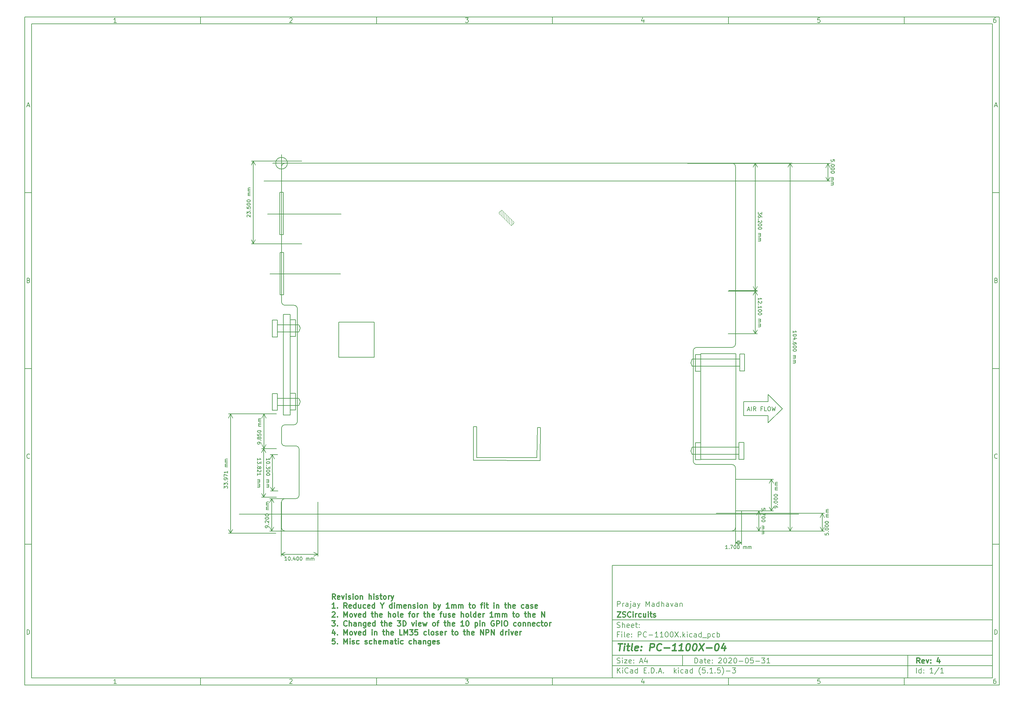
<source format=gbr>
G04 #@! TF.GenerationSoftware,KiCad,Pcbnew,(5.1.5)-3*
G04 #@! TF.CreationDate,2020-12-06T10:31:10+05:30*
G04 #@! TF.ProjectId,PC-1100X,50432d31-3130-4305-982e-6b696361645f,4*
G04 #@! TF.SameCoordinates,Original*
G04 #@! TF.FileFunction,OtherDrawing,Comment*
%FSLAX46Y46*%
G04 Gerber Fmt 4.6, Leading zero omitted, Abs format (unit mm)*
G04 Created by KiCad (PCBNEW (5.1.5)-3) date 2020-12-06 10:31:10*
%MOMM*%
%LPD*%
G04 APERTURE LIST*
%ADD10C,0.100000*%
%ADD11C,0.150000*%
%ADD12C,0.300000*%
%ADD13C,0.400000*%
G04 #@! TA.AperFunction,Profile*
%ADD14C,0.150000*%
G04 #@! TD*
%ADD15C,0.200000*%
G04 APERTURE END LIST*
D10*
D11*
X177002200Y-166007200D02*
X177002200Y-198007200D01*
X285002200Y-198007200D01*
X285002200Y-166007200D01*
X177002200Y-166007200D01*
D10*
D11*
X10000000Y-10000000D02*
X10000000Y-200007200D01*
X287002200Y-200007200D01*
X287002200Y-10000000D01*
X10000000Y-10000000D01*
D10*
D11*
X12000000Y-12000000D02*
X12000000Y-198007200D01*
X285002200Y-198007200D01*
X285002200Y-12000000D01*
X12000000Y-12000000D01*
D10*
D11*
X60000000Y-12000000D02*
X60000000Y-10000000D01*
D10*
D11*
X110000000Y-12000000D02*
X110000000Y-10000000D01*
D10*
D11*
X160000000Y-12000000D02*
X160000000Y-10000000D01*
D10*
D11*
X210000000Y-12000000D02*
X210000000Y-10000000D01*
D10*
D11*
X260000000Y-12000000D02*
X260000000Y-10000000D01*
D10*
D11*
X36065476Y-11588095D02*
X35322619Y-11588095D01*
X35694047Y-11588095D02*
X35694047Y-10288095D01*
X35570238Y-10473809D01*
X35446428Y-10597619D01*
X35322619Y-10659523D01*
D10*
D11*
X85322619Y-10411904D02*
X85384523Y-10350000D01*
X85508333Y-10288095D01*
X85817857Y-10288095D01*
X85941666Y-10350000D01*
X86003571Y-10411904D01*
X86065476Y-10535714D01*
X86065476Y-10659523D01*
X86003571Y-10845238D01*
X85260714Y-11588095D01*
X86065476Y-11588095D01*
D10*
D11*
X135260714Y-10288095D02*
X136065476Y-10288095D01*
X135632142Y-10783333D01*
X135817857Y-10783333D01*
X135941666Y-10845238D01*
X136003571Y-10907142D01*
X136065476Y-11030952D01*
X136065476Y-11340476D01*
X136003571Y-11464285D01*
X135941666Y-11526190D01*
X135817857Y-11588095D01*
X135446428Y-11588095D01*
X135322619Y-11526190D01*
X135260714Y-11464285D01*
D10*
D11*
X185941666Y-10721428D02*
X185941666Y-11588095D01*
X185632142Y-10226190D02*
X185322619Y-11154761D01*
X186127380Y-11154761D01*
D10*
D11*
X236003571Y-10288095D02*
X235384523Y-10288095D01*
X235322619Y-10907142D01*
X235384523Y-10845238D01*
X235508333Y-10783333D01*
X235817857Y-10783333D01*
X235941666Y-10845238D01*
X236003571Y-10907142D01*
X236065476Y-11030952D01*
X236065476Y-11340476D01*
X236003571Y-11464285D01*
X235941666Y-11526190D01*
X235817857Y-11588095D01*
X235508333Y-11588095D01*
X235384523Y-11526190D01*
X235322619Y-11464285D01*
D10*
D11*
X285941666Y-10288095D02*
X285694047Y-10288095D01*
X285570238Y-10350000D01*
X285508333Y-10411904D01*
X285384523Y-10597619D01*
X285322619Y-10845238D01*
X285322619Y-11340476D01*
X285384523Y-11464285D01*
X285446428Y-11526190D01*
X285570238Y-11588095D01*
X285817857Y-11588095D01*
X285941666Y-11526190D01*
X286003571Y-11464285D01*
X286065476Y-11340476D01*
X286065476Y-11030952D01*
X286003571Y-10907142D01*
X285941666Y-10845238D01*
X285817857Y-10783333D01*
X285570238Y-10783333D01*
X285446428Y-10845238D01*
X285384523Y-10907142D01*
X285322619Y-11030952D01*
D10*
D11*
X60000000Y-198007200D02*
X60000000Y-200007200D01*
D10*
D11*
X110000000Y-198007200D02*
X110000000Y-200007200D01*
D10*
D11*
X160000000Y-198007200D02*
X160000000Y-200007200D01*
D10*
D11*
X210000000Y-198007200D02*
X210000000Y-200007200D01*
D10*
D11*
X260000000Y-198007200D02*
X260000000Y-200007200D01*
D10*
D11*
X36065476Y-199595295D02*
X35322619Y-199595295D01*
X35694047Y-199595295D02*
X35694047Y-198295295D01*
X35570238Y-198481009D01*
X35446428Y-198604819D01*
X35322619Y-198666723D01*
D10*
D11*
X85322619Y-198419104D02*
X85384523Y-198357200D01*
X85508333Y-198295295D01*
X85817857Y-198295295D01*
X85941666Y-198357200D01*
X86003571Y-198419104D01*
X86065476Y-198542914D01*
X86065476Y-198666723D01*
X86003571Y-198852438D01*
X85260714Y-199595295D01*
X86065476Y-199595295D01*
D10*
D11*
X135260714Y-198295295D02*
X136065476Y-198295295D01*
X135632142Y-198790533D01*
X135817857Y-198790533D01*
X135941666Y-198852438D01*
X136003571Y-198914342D01*
X136065476Y-199038152D01*
X136065476Y-199347676D01*
X136003571Y-199471485D01*
X135941666Y-199533390D01*
X135817857Y-199595295D01*
X135446428Y-199595295D01*
X135322619Y-199533390D01*
X135260714Y-199471485D01*
D10*
D11*
X185941666Y-198728628D02*
X185941666Y-199595295D01*
X185632142Y-198233390D02*
X185322619Y-199161961D01*
X186127380Y-199161961D01*
D10*
D11*
X236003571Y-198295295D02*
X235384523Y-198295295D01*
X235322619Y-198914342D01*
X235384523Y-198852438D01*
X235508333Y-198790533D01*
X235817857Y-198790533D01*
X235941666Y-198852438D01*
X236003571Y-198914342D01*
X236065476Y-199038152D01*
X236065476Y-199347676D01*
X236003571Y-199471485D01*
X235941666Y-199533390D01*
X235817857Y-199595295D01*
X235508333Y-199595295D01*
X235384523Y-199533390D01*
X235322619Y-199471485D01*
D10*
D11*
X285941666Y-198295295D02*
X285694047Y-198295295D01*
X285570238Y-198357200D01*
X285508333Y-198419104D01*
X285384523Y-198604819D01*
X285322619Y-198852438D01*
X285322619Y-199347676D01*
X285384523Y-199471485D01*
X285446428Y-199533390D01*
X285570238Y-199595295D01*
X285817857Y-199595295D01*
X285941666Y-199533390D01*
X286003571Y-199471485D01*
X286065476Y-199347676D01*
X286065476Y-199038152D01*
X286003571Y-198914342D01*
X285941666Y-198852438D01*
X285817857Y-198790533D01*
X285570238Y-198790533D01*
X285446428Y-198852438D01*
X285384523Y-198914342D01*
X285322619Y-199038152D01*
D10*
D11*
X10000000Y-60000000D02*
X12000000Y-60000000D01*
D10*
D11*
X10000000Y-110000000D02*
X12000000Y-110000000D01*
D10*
D11*
X10000000Y-160000000D02*
X12000000Y-160000000D01*
D10*
D11*
X10690476Y-35216666D02*
X11309523Y-35216666D01*
X10566666Y-35588095D02*
X11000000Y-34288095D01*
X11433333Y-35588095D01*
D10*
D11*
X11092857Y-84907142D02*
X11278571Y-84969047D01*
X11340476Y-85030952D01*
X11402380Y-85154761D01*
X11402380Y-85340476D01*
X11340476Y-85464285D01*
X11278571Y-85526190D01*
X11154761Y-85588095D01*
X10659523Y-85588095D01*
X10659523Y-84288095D01*
X11092857Y-84288095D01*
X11216666Y-84350000D01*
X11278571Y-84411904D01*
X11340476Y-84535714D01*
X11340476Y-84659523D01*
X11278571Y-84783333D01*
X11216666Y-84845238D01*
X11092857Y-84907142D01*
X10659523Y-84907142D01*
D10*
D11*
X11402380Y-135464285D02*
X11340476Y-135526190D01*
X11154761Y-135588095D01*
X11030952Y-135588095D01*
X10845238Y-135526190D01*
X10721428Y-135402380D01*
X10659523Y-135278571D01*
X10597619Y-135030952D01*
X10597619Y-134845238D01*
X10659523Y-134597619D01*
X10721428Y-134473809D01*
X10845238Y-134350000D01*
X11030952Y-134288095D01*
X11154761Y-134288095D01*
X11340476Y-134350000D01*
X11402380Y-134411904D01*
D10*
D11*
X10659523Y-185588095D02*
X10659523Y-184288095D01*
X10969047Y-184288095D01*
X11154761Y-184350000D01*
X11278571Y-184473809D01*
X11340476Y-184597619D01*
X11402380Y-184845238D01*
X11402380Y-185030952D01*
X11340476Y-185278571D01*
X11278571Y-185402380D01*
X11154761Y-185526190D01*
X10969047Y-185588095D01*
X10659523Y-185588095D01*
D10*
D11*
X287002200Y-60000000D02*
X285002200Y-60000000D01*
D10*
D11*
X287002200Y-110000000D02*
X285002200Y-110000000D01*
D10*
D11*
X287002200Y-160000000D02*
X285002200Y-160000000D01*
D10*
D11*
X285692676Y-35216666D02*
X286311723Y-35216666D01*
X285568866Y-35588095D02*
X286002200Y-34288095D01*
X286435533Y-35588095D01*
D10*
D11*
X286095057Y-84907142D02*
X286280771Y-84969047D01*
X286342676Y-85030952D01*
X286404580Y-85154761D01*
X286404580Y-85340476D01*
X286342676Y-85464285D01*
X286280771Y-85526190D01*
X286156961Y-85588095D01*
X285661723Y-85588095D01*
X285661723Y-84288095D01*
X286095057Y-84288095D01*
X286218866Y-84350000D01*
X286280771Y-84411904D01*
X286342676Y-84535714D01*
X286342676Y-84659523D01*
X286280771Y-84783333D01*
X286218866Y-84845238D01*
X286095057Y-84907142D01*
X285661723Y-84907142D01*
D10*
D11*
X286404580Y-135464285D02*
X286342676Y-135526190D01*
X286156961Y-135588095D01*
X286033152Y-135588095D01*
X285847438Y-135526190D01*
X285723628Y-135402380D01*
X285661723Y-135278571D01*
X285599819Y-135030952D01*
X285599819Y-134845238D01*
X285661723Y-134597619D01*
X285723628Y-134473809D01*
X285847438Y-134350000D01*
X286033152Y-134288095D01*
X286156961Y-134288095D01*
X286342676Y-134350000D01*
X286404580Y-134411904D01*
D10*
D11*
X285661723Y-185588095D02*
X285661723Y-184288095D01*
X285971247Y-184288095D01*
X286156961Y-184350000D01*
X286280771Y-184473809D01*
X286342676Y-184597619D01*
X286404580Y-184845238D01*
X286404580Y-185030952D01*
X286342676Y-185278571D01*
X286280771Y-185402380D01*
X286156961Y-185526190D01*
X285971247Y-185588095D01*
X285661723Y-185588095D01*
D10*
D11*
X200434342Y-193785771D02*
X200434342Y-192285771D01*
X200791485Y-192285771D01*
X201005771Y-192357200D01*
X201148628Y-192500057D01*
X201220057Y-192642914D01*
X201291485Y-192928628D01*
X201291485Y-193142914D01*
X201220057Y-193428628D01*
X201148628Y-193571485D01*
X201005771Y-193714342D01*
X200791485Y-193785771D01*
X200434342Y-193785771D01*
X202577200Y-193785771D02*
X202577200Y-193000057D01*
X202505771Y-192857200D01*
X202362914Y-192785771D01*
X202077200Y-192785771D01*
X201934342Y-192857200D01*
X202577200Y-193714342D02*
X202434342Y-193785771D01*
X202077200Y-193785771D01*
X201934342Y-193714342D01*
X201862914Y-193571485D01*
X201862914Y-193428628D01*
X201934342Y-193285771D01*
X202077200Y-193214342D01*
X202434342Y-193214342D01*
X202577200Y-193142914D01*
X203077200Y-192785771D02*
X203648628Y-192785771D01*
X203291485Y-192285771D02*
X203291485Y-193571485D01*
X203362914Y-193714342D01*
X203505771Y-193785771D01*
X203648628Y-193785771D01*
X204720057Y-193714342D02*
X204577200Y-193785771D01*
X204291485Y-193785771D01*
X204148628Y-193714342D01*
X204077200Y-193571485D01*
X204077200Y-193000057D01*
X204148628Y-192857200D01*
X204291485Y-192785771D01*
X204577200Y-192785771D01*
X204720057Y-192857200D01*
X204791485Y-193000057D01*
X204791485Y-193142914D01*
X204077200Y-193285771D01*
X205434342Y-193642914D02*
X205505771Y-193714342D01*
X205434342Y-193785771D01*
X205362914Y-193714342D01*
X205434342Y-193642914D01*
X205434342Y-193785771D01*
X205434342Y-192857200D02*
X205505771Y-192928628D01*
X205434342Y-193000057D01*
X205362914Y-192928628D01*
X205434342Y-192857200D01*
X205434342Y-193000057D01*
X207220057Y-192428628D02*
X207291485Y-192357200D01*
X207434342Y-192285771D01*
X207791485Y-192285771D01*
X207934342Y-192357200D01*
X208005771Y-192428628D01*
X208077200Y-192571485D01*
X208077200Y-192714342D01*
X208005771Y-192928628D01*
X207148628Y-193785771D01*
X208077200Y-193785771D01*
X209005771Y-192285771D02*
X209148628Y-192285771D01*
X209291485Y-192357200D01*
X209362914Y-192428628D01*
X209434342Y-192571485D01*
X209505771Y-192857200D01*
X209505771Y-193214342D01*
X209434342Y-193500057D01*
X209362914Y-193642914D01*
X209291485Y-193714342D01*
X209148628Y-193785771D01*
X209005771Y-193785771D01*
X208862914Y-193714342D01*
X208791485Y-193642914D01*
X208720057Y-193500057D01*
X208648628Y-193214342D01*
X208648628Y-192857200D01*
X208720057Y-192571485D01*
X208791485Y-192428628D01*
X208862914Y-192357200D01*
X209005771Y-192285771D01*
X210077200Y-192428628D02*
X210148628Y-192357200D01*
X210291485Y-192285771D01*
X210648628Y-192285771D01*
X210791485Y-192357200D01*
X210862914Y-192428628D01*
X210934342Y-192571485D01*
X210934342Y-192714342D01*
X210862914Y-192928628D01*
X210005771Y-193785771D01*
X210934342Y-193785771D01*
X211862914Y-192285771D02*
X212005771Y-192285771D01*
X212148628Y-192357200D01*
X212220057Y-192428628D01*
X212291485Y-192571485D01*
X212362914Y-192857200D01*
X212362914Y-193214342D01*
X212291485Y-193500057D01*
X212220057Y-193642914D01*
X212148628Y-193714342D01*
X212005771Y-193785771D01*
X211862914Y-193785771D01*
X211720057Y-193714342D01*
X211648628Y-193642914D01*
X211577200Y-193500057D01*
X211505771Y-193214342D01*
X211505771Y-192857200D01*
X211577200Y-192571485D01*
X211648628Y-192428628D01*
X211720057Y-192357200D01*
X211862914Y-192285771D01*
X213005771Y-193214342D02*
X214148628Y-193214342D01*
X215148628Y-192285771D02*
X215291485Y-192285771D01*
X215434342Y-192357200D01*
X215505771Y-192428628D01*
X215577200Y-192571485D01*
X215648628Y-192857200D01*
X215648628Y-193214342D01*
X215577200Y-193500057D01*
X215505771Y-193642914D01*
X215434342Y-193714342D01*
X215291485Y-193785771D01*
X215148628Y-193785771D01*
X215005771Y-193714342D01*
X214934342Y-193642914D01*
X214862914Y-193500057D01*
X214791485Y-193214342D01*
X214791485Y-192857200D01*
X214862914Y-192571485D01*
X214934342Y-192428628D01*
X215005771Y-192357200D01*
X215148628Y-192285771D01*
X217005771Y-192285771D02*
X216291485Y-192285771D01*
X216220057Y-193000057D01*
X216291485Y-192928628D01*
X216434342Y-192857200D01*
X216791485Y-192857200D01*
X216934342Y-192928628D01*
X217005771Y-193000057D01*
X217077200Y-193142914D01*
X217077200Y-193500057D01*
X217005771Y-193642914D01*
X216934342Y-193714342D01*
X216791485Y-193785771D01*
X216434342Y-193785771D01*
X216291485Y-193714342D01*
X216220057Y-193642914D01*
X217720057Y-193214342D02*
X218862914Y-193214342D01*
X219434342Y-192285771D02*
X220362914Y-192285771D01*
X219862914Y-192857200D01*
X220077200Y-192857200D01*
X220220057Y-192928628D01*
X220291485Y-193000057D01*
X220362914Y-193142914D01*
X220362914Y-193500057D01*
X220291485Y-193642914D01*
X220220057Y-193714342D01*
X220077200Y-193785771D01*
X219648628Y-193785771D01*
X219505771Y-193714342D01*
X219434342Y-193642914D01*
X221791485Y-193785771D02*
X220934342Y-193785771D01*
X221362914Y-193785771D02*
X221362914Y-192285771D01*
X221220057Y-192500057D01*
X221077200Y-192642914D01*
X220934342Y-192714342D01*
D10*
D11*
X177002200Y-194507200D02*
X285002200Y-194507200D01*
D10*
D11*
X178434342Y-196585771D02*
X178434342Y-195085771D01*
X179291485Y-196585771D02*
X178648628Y-195728628D01*
X179291485Y-195085771D02*
X178434342Y-195942914D01*
X179934342Y-196585771D02*
X179934342Y-195585771D01*
X179934342Y-195085771D02*
X179862914Y-195157200D01*
X179934342Y-195228628D01*
X180005771Y-195157200D01*
X179934342Y-195085771D01*
X179934342Y-195228628D01*
X181505771Y-196442914D02*
X181434342Y-196514342D01*
X181220057Y-196585771D01*
X181077200Y-196585771D01*
X180862914Y-196514342D01*
X180720057Y-196371485D01*
X180648628Y-196228628D01*
X180577200Y-195942914D01*
X180577200Y-195728628D01*
X180648628Y-195442914D01*
X180720057Y-195300057D01*
X180862914Y-195157200D01*
X181077200Y-195085771D01*
X181220057Y-195085771D01*
X181434342Y-195157200D01*
X181505771Y-195228628D01*
X182791485Y-196585771D02*
X182791485Y-195800057D01*
X182720057Y-195657200D01*
X182577200Y-195585771D01*
X182291485Y-195585771D01*
X182148628Y-195657200D01*
X182791485Y-196514342D02*
X182648628Y-196585771D01*
X182291485Y-196585771D01*
X182148628Y-196514342D01*
X182077200Y-196371485D01*
X182077200Y-196228628D01*
X182148628Y-196085771D01*
X182291485Y-196014342D01*
X182648628Y-196014342D01*
X182791485Y-195942914D01*
X184148628Y-196585771D02*
X184148628Y-195085771D01*
X184148628Y-196514342D02*
X184005771Y-196585771D01*
X183720057Y-196585771D01*
X183577200Y-196514342D01*
X183505771Y-196442914D01*
X183434342Y-196300057D01*
X183434342Y-195871485D01*
X183505771Y-195728628D01*
X183577200Y-195657200D01*
X183720057Y-195585771D01*
X184005771Y-195585771D01*
X184148628Y-195657200D01*
X186005771Y-195800057D02*
X186505771Y-195800057D01*
X186720057Y-196585771D02*
X186005771Y-196585771D01*
X186005771Y-195085771D01*
X186720057Y-195085771D01*
X187362914Y-196442914D02*
X187434342Y-196514342D01*
X187362914Y-196585771D01*
X187291485Y-196514342D01*
X187362914Y-196442914D01*
X187362914Y-196585771D01*
X188077200Y-196585771D02*
X188077200Y-195085771D01*
X188434342Y-195085771D01*
X188648628Y-195157200D01*
X188791485Y-195300057D01*
X188862914Y-195442914D01*
X188934342Y-195728628D01*
X188934342Y-195942914D01*
X188862914Y-196228628D01*
X188791485Y-196371485D01*
X188648628Y-196514342D01*
X188434342Y-196585771D01*
X188077200Y-196585771D01*
X189577200Y-196442914D02*
X189648628Y-196514342D01*
X189577200Y-196585771D01*
X189505771Y-196514342D01*
X189577200Y-196442914D01*
X189577200Y-196585771D01*
X190220057Y-196157200D02*
X190934342Y-196157200D01*
X190077200Y-196585771D02*
X190577200Y-195085771D01*
X191077200Y-196585771D01*
X191577200Y-196442914D02*
X191648628Y-196514342D01*
X191577200Y-196585771D01*
X191505771Y-196514342D01*
X191577200Y-196442914D01*
X191577200Y-196585771D01*
X194577200Y-196585771D02*
X194577200Y-195085771D01*
X194720057Y-196014342D02*
X195148628Y-196585771D01*
X195148628Y-195585771D02*
X194577200Y-196157200D01*
X195791485Y-196585771D02*
X195791485Y-195585771D01*
X195791485Y-195085771D02*
X195720057Y-195157200D01*
X195791485Y-195228628D01*
X195862914Y-195157200D01*
X195791485Y-195085771D01*
X195791485Y-195228628D01*
X197148628Y-196514342D02*
X197005771Y-196585771D01*
X196720057Y-196585771D01*
X196577200Y-196514342D01*
X196505771Y-196442914D01*
X196434342Y-196300057D01*
X196434342Y-195871485D01*
X196505771Y-195728628D01*
X196577200Y-195657200D01*
X196720057Y-195585771D01*
X197005771Y-195585771D01*
X197148628Y-195657200D01*
X198434342Y-196585771D02*
X198434342Y-195800057D01*
X198362914Y-195657200D01*
X198220057Y-195585771D01*
X197934342Y-195585771D01*
X197791485Y-195657200D01*
X198434342Y-196514342D02*
X198291485Y-196585771D01*
X197934342Y-196585771D01*
X197791485Y-196514342D01*
X197720057Y-196371485D01*
X197720057Y-196228628D01*
X197791485Y-196085771D01*
X197934342Y-196014342D01*
X198291485Y-196014342D01*
X198434342Y-195942914D01*
X199791485Y-196585771D02*
X199791485Y-195085771D01*
X199791485Y-196514342D02*
X199648628Y-196585771D01*
X199362914Y-196585771D01*
X199220057Y-196514342D01*
X199148628Y-196442914D01*
X199077200Y-196300057D01*
X199077200Y-195871485D01*
X199148628Y-195728628D01*
X199220057Y-195657200D01*
X199362914Y-195585771D01*
X199648628Y-195585771D01*
X199791485Y-195657200D01*
X202077200Y-197157200D02*
X202005771Y-197085771D01*
X201862914Y-196871485D01*
X201791485Y-196728628D01*
X201720057Y-196514342D01*
X201648628Y-196157200D01*
X201648628Y-195871485D01*
X201720057Y-195514342D01*
X201791485Y-195300057D01*
X201862914Y-195157200D01*
X202005771Y-194942914D01*
X202077200Y-194871485D01*
X203362914Y-195085771D02*
X202648628Y-195085771D01*
X202577200Y-195800057D01*
X202648628Y-195728628D01*
X202791485Y-195657200D01*
X203148628Y-195657200D01*
X203291485Y-195728628D01*
X203362914Y-195800057D01*
X203434342Y-195942914D01*
X203434342Y-196300057D01*
X203362914Y-196442914D01*
X203291485Y-196514342D01*
X203148628Y-196585771D01*
X202791485Y-196585771D01*
X202648628Y-196514342D01*
X202577200Y-196442914D01*
X204077200Y-196442914D02*
X204148628Y-196514342D01*
X204077200Y-196585771D01*
X204005771Y-196514342D01*
X204077200Y-196442914D01*
X204077200Y-196585771D01*
X205577200Y-196585771D02*
X204720057Y-196585771D01*
X205148628Y-196585771D02*
X205148628Y-195085771D01*
X205005771Y-195300057D01*
X204862914Y-195442914D01*
X204720057Y-195514342D01*
X206220057Y-196442914D02*
X206291485Y-196514342D01*
X206220057Y-196585771D01*
X206148628Y-196514342D01*
X206220057Y-196442914D01*
X206220057Y-196585771D01*
X207648628Y-195085771D02*
X206934342Y-195085771D01*
X206862914Y-195800057D01*
X206934342Y-195728628D01*
X207077200Y-195657200D01*
X207434342Y-195657200D01*
X207577200Y-195728628D01*
X207648628Y-195800057D01*
X207720057Y-195942914D01*
X207720057Y-196300057D01*
X207648628Y-196442914D01*
X207577200Y-196514342D01*
X207434342Y-196585771D01*
X207077200Y-196585771D01*
X206934342Y-196514342D01*
X206862914Y-196442914D01*
X208220057Y-197157200D02*
X208291485Y-197085771D01*
X208434342Y-196871485D01*
X208505771Y-196728628D01*
X208577200Y-196514342D01*
X208648628Y-196157200D01*
X208648628Y-195871485D01*
X208577200Y-195514342D01*
X208505771Y-195300057D01*
X208434342Y-195157200D01*
X208291485Y-194942914D01*
X208220057Y-194871485D01*
X209362914Y-196014342D02*
X210505771Y-196014342D01*
X211077200Y-195085771D02*
X212005771Y-195085771D01*
X211505771Y-195657200D01*
X211720057Y-195657200D01*
X211862914Y-195728628D01*
X211934342Y-195800057D01*
X212005771Y-195942914D01*
X212005771Y-196300057D01*
X211934342Y-196442914D01*
X211862914Y-196514342D01*
X211720057Y-196585771D01*
X211291485Y-196585771D01*
X211148628Y-196514342D01*
X211077200Y-196442914D01*
D10*
D11*
X177002200Y-191507200D02*
X285002200Y-191507200D01*
D10*
D12*
X264411485Y-193785771D02*
X263911485Y-193071485D01*
X263554342Y-193785771D02*
X263554342Y-192285771D01*
X264125771Y-192285771D01*
X264268628Y-192357200D01*
X264340057Y-192428628D01*
X264411485Y-192571485D01*
X264411485Y-192785771D01*
X264340057Y-192928628D01*
X264268628Y-193000057D01*
X264125771Y-193071485D01*
X263554342Y-193071485D01*
X265625771Y-193714342D02*
X265482914Y-193785771D01*
X265197200Y-193785771D01*
X265054342Y-193714342D01*
X264982914Y-193571485D01*
X264982914Y-193000057D01*
X265054342Y-192857200D01*
X265197200Y-192785771D01*
X265482914Y-192785771D01*
X265625771Y-192857200D01*
X265697200Y-193000057D01*
X265697200Y-193142914D01*
X264982914Y-193285771D01*
X266197200Y-192785771D02*
X266554342Y-193785771D01*
X266911485Y-192785771D01*
X267482914Y-193642914D02*
X267554342Y-193714342D01*
X267482914Y-193785771D01*
X267411485Y-193714342D01*
X267482914Y-193642914D01*
X267482914Y-193785771D01*
X267482914Y-192857200D02*
X267554342Y-192928628D01*
X267482914Y-193000057D01*
X267411485Y-192928628D01*
X267482914Y-192857200D01*
X267482914Y-193000057D01*
X269982914Y-192785771D02*
X269982914Y-193785771D01*
X269625771Y-192214342D02*
X269268628Y-193285771D01*
X270197200Y-193285771D01*
D10*
D11*
X178362914Y-193714342D02*
X178577200Y-193785771D01*
X178934342Y-193785771D01*
X179077200Y-193714342D01*
X179148628Y-193642914D01*
X179220057Y-193500057D01*
X179220057Y-193357200D01*
X179148628Y-193214342D01*
X179077200Y-193142914D01*
X178934342Y-193071485D01*
X178648628Y-193000057D01*
X178505771Y-192928628D01*
X178434342Y-192857200D01*
X178362914Y-192714342D01*
X178362914Y-192571485D01*
X178434342Y-192428628D01*
X178505771Y-192357200D01*
X178648628Y-192285771D01*
X179005771Y-192285771D01*
X179220057Y-192357200D01*
X179862914Y-193785771D02*
X179862914Y-192785771D01*
X179862914Y-192285771D02*
X179791485Y-192357200D01*
X179862914Y-192428628D01*
X179934342Y-192357200D01*
X179862914Y-192285771D01*
X179862914Y-192428628D01*
X180434342Y-192785771D02*
X181220057Y-192785771D01*
X180434342Y-193785771D01*
X181220057Y-193785771D01*
X182362914Y-193714342D02*
X182220057Y-193785771D01*
X181934342Y-193785771D01*
X181791485Y-193714342D01*
X181720057Y-193571485D01*
X181720057Y-193000057D01*
X181791485Y-192857200D01*
X181934342Y-192785771D01*
X182220057Y-192785771D01*
X182362914Y-192857200D01*
X182434342Y-193000057D01*
X182434342Y-193142914D01*
X181720057Y-193285771D01*
X183077200Y-193642914D02*
X183148628Y-193714342D01*
X183077200Y-193785771D01*
X183005771Y-193714342D01*
X183077200Y-193642914D01*
X183077200Y-193785771D01*
X183077200Y-192857200D02*
X183148628Y-192928628D01*
X183077200Y-193000057D01*
X183005771Y-192928628D01*
X183077200Y-192857200D01*
X183077200Y-193000057D01*
X184862914Y-193357200D02*
X185577200Y-193357200D01*
X184720057Y-193785771D02*
X185220057Y-192285771D01*
X185720057Y-193785771D01*
X186862914Y-192785771D02*
X186862914Y-193785771D01*
X186505771Y-192214342D02*
X186148628Y-193285771D01*
X187077200Y-193285771D01*
D10*
D11*
X263434342Y-196585771D02*
X263434342Y-195085771D01*
X264791485Y-196585771D02*
X264791485Y-195085771D01*
X264791485Y-196514342D02*
X264648628Y-196585771D01*
X264362914Y-196585771D01*
X264220057Y-196514342D01*
X264148628Y-196442914D01*
X264077200Y-196300057D01*
X264077200Y-195871485D01*
X264148628Y-195728628D01*
X264220057Y-195657200D01*
X264362914Y-195585771D01*
X264648628Y-195585771D01*
X264791485Y-195657200D01*
X265505771Y-196442914D02*
X265577200Y-196514342D01*
X265505771Y-196585771D01*
X265434342Y-196514342D01*
X265505771Y-196442914D01*
X265505771Y-196585771D01*
X265505771Y-195657200D02*
X265577200Y-195728628D01*
X265505771Y-195800057D01*
X265434342Y-195728628D01*
X265505771Y-195657200D01*
X265505771Y-195800057D01*
X268148628Y-196585771D02*
X267291485Y-196585771D01*
X267720057Y-196585771D02*
X267720057Y-195085771D01*
X267577200Y-195300057D01*
X267434342Y-195442914D01*
X267291485Y-195514342D01*
X269862914Y-195014342D02*
X268577200Y-196942914D01*
X271148628Y-196585771D02*
X270291485Y-196585771D01*
X270720057Y-196585771D02*
X270720057Y-195085771D01*
X270577200Y-195300057D01*
X270434342Y-195442914D01*
X270291485Y-195514342D01*
D10*
D11*
X177002200Y-187507200D02*
X285002200Y-187507200D01*
D10*
D13*
X178714580Y-188211961D02*
X179857438Y-188211961D01*
X179036009Y-190211961D02*
X179286009Y-188211961D01*
X180274104Y-190211961D02*
X180440771Y-188878628D01*
X180524104Y-188211961D02*
X180416961Y-188307200D01*
X180500295Y-188402438D01*
X180607438Y-188307200D01*
X180524104Y-188211961D01*
X180500295Y-188402438D01*
X181107438Y-188878628D02*
X181869342Y-188878628D01*
X181476485Y-188211961D02*
X181262200Y-189926247D01*
X181333628Y-190116723D01*
X181512200Y-190211961D01*
X181702676Y-190211961D01*
X182655057Y-190211961D02*
X182476485Y-190116723D01*
X182405057Y-189926247D01*
X182619342Y-188211961D01*
X184190771Y-190116723D02*
X183988390Y-190211961D01*
X183607438Y-190211961D01*
X183428866Y-190116723D01*
X183357438Y-189926247D01*
X183452676Y-189164342D01*
X183571723Y-188973866D01*
X183774104Y-188878628D01*
X184155057Y-188878628D01*
X184333628Y-188973866D01*
X184405057Y-189164342D01*
X184381247Y-189354819D01*
X183405057Y-189545295D01*
X185155057Y-190021485D02*
X185238390Y-190116723D01*
X185131247Y-190211961D01*
X185047914Y-190116723D01*
X185155057Y-190021485D01*
X185131247Y-190211961D01*
X185286009Y-188973866D02*
X185369342Y-189069104D01*
X185262200Y-189164342D01*
X185178866Y-189069104D01*
X185286009Y-188973866D01*
X185262200Y-189164342D01*
X187607438Y-190211961D02*
X187857438Y-188211961D01*
X188619342Y-188211961D01*
X188797914Y-188307200D01*
X188881247Y-188402438D01*
X188952676Y-188592914D01*
X188916961Y-188878628D01*
X188797914Y-189069104D01*
X188690771Y-189164342D01*
X188488390Y-189259580D01*
X187726485Y-189259580D01*
X190774104Y-190021485D02*
X190666961Y-190116723D01*
X190369342Y-190211961D01*
X190178866Y-190211961D01*
X189905057Y-190116723D01*
X189738390Y-189926247D01*
X189666961Y-189735771D01*
X189619342Y-189354819D01*
X189655057Y-189069104D01*
X189797914Y-188688152D01*
X189916961Y-188497676D01*
X190131247Y-188307200D01*
X190428866Y-188211961D01*
X190619342Y-188211961D01*
X190893152Y-188307200D01*
X190976485Y-188402438D01*
X191702676Y-189450057D02*
X193226485Y-189450057D01*
X195131247Y-190211961D02*
X193988390Y-190211961D01*
X194559819Y-190211961D02*
X194809819Y-188211961D01*
X194583628Y-188497676D01*
X194369342Y-188688152D01*
X194166961Y-188783390D01*
X197036009Y-190211961D02*
X195893152Y-190211961D01*
X196464580Y-190211961D02*
X196714580Y-188211961D01*
X196488390Y-188497676D01*
X196274104Y-188688152D01*
X196071723Y-188783390D01*
X198524104Y-188211961D02*
X198714580Y-188211961D01*
X198893152Y-188307200D01*
X198976485Y-188402438D01*
X199047914Y-188592914D01*
X199095533Y-188973866D01*
X199036009Y-189450057D01*
X198893152Y-189831009D01*
X198774104Y-190021485D01*
X198666961Y-190116723D01*
X198464580Y-190211961D01*
X198274104Y-190211961D01*
X198095533Y-190116723D01*
X198012200Y-190021485D01*
X197940771Y-189831009D01*
X197893152Y-189450057D01*
X197952676Y-188973866D01*
X198095533Y-188592914D01*
X198214580Y-188402438D01*
X198321723Y-188307200D01*
X198524104Y-188211961D01*
X200428866Y-188211961D02*
X200619342Y-188211961D01*
X200797914Y-188307200D01*
X200881247Y-188402438D01*
X200952676Y-188592914D01*
X201000295Y-188973866D01*
X200940771Y-189450057D01*
X200797914Y-189831009D01*
X200678866Y-190021485D01*
X200571723Y-190116723D01*
X200369342Y-190211961D01*
X200178866Y-190211961D01*
X200000295Y-190116723D01*
X199916961Y-190021485D01*
X199845533Y-189831009D01*
X199797914Y-189450057D01*
X199857438Y-188973866D01*
X200000295Y-188592914D01*
X200119342Y-188402438D01*
X200226485Y-188307200D01*
X200428866Y-188211961D01*
X201762200Y-188211961D02*
X202845533Y-190211961D01*
X203095533Y-188211961D02*
X201512200Y-190211961D01*
X203702676Y-189450057D02*
X205226485Y-189450057D01*
X206714580Y-188211961D02*
X206905057Y-188211961D01*
X207083628Y-188307200D01*
X207166961Y-188402438D01*
X207238390Y-188592914D01*
X207286009Y-188973866D01*
X207226485Y-189450057D01*
X207083628Y-189831009D01*
X206964580Y-190021485D01*
X206857438Y-190116723D01*
X206655057Y-190211961D01*
X206464580Y-190211961D01*
X206286009Y-190116723D01*
X206202676Y-190021485D01*
X206131247Y-189831009D01*
X206083628Y-189450057D01*
X206143152Y-188973866D01*
X206286009Y-188592914D01*
X206405057Y-188402438D01*
X206512200Y-188307200D01*
X206714580Y-188211961D01*
X209012200Y-188878628D02*
X208845533Y-190211961D01*
X208631247Y-188116723D02*
X207976485Y-189545295D01*
X209214580Y-189545295D01*
D10*
D11*
X178934342Y-185600057D02*
X178434342Y-185600057D01*
X178434342Y-186385771D02*
X178434342Y-184885771D01*
X179148628Y-184885771D01*
X179720057Y-186385771D02*
X179720057Y-185385771D01*
X179720057Y-184885771D02*
X179648628Y-184957200D01*
X179720057Y-185028628D01*
X179791485Y-184957200D01*
X179720057Y-184885771D01*
X179720057Y-185028628D01*
X180648628Y-186385771D02*
X180505771Y-186314342D01*
X180434342Y-186171485D01*
X180434342Y-184885771D01*
X181791485Y-186314342D02*
X181648628Y-186385771D01*
X181362914Y-186385771D01*
X181220057Y-186314342D01*
X181148628Y-186171485D01*
X181148628Y-185600057D01*
X181220057Y-185457200D01*
X181362914Y-185385771D01*
X181648628Y-185385771D01*
X181791485Y-185457200D01*
X181862914Y-185600057D01*
X181862914Y-185742914D01*
X181148628Y-185885771D01*
X182505771Y-186242914D02*
X182577200Y-186314342D01*
X182505771Y-186385771D01*
X182434342Y-186314342D01*
X182505771Y-186242914D01*
X182505771Y-186385771D01*
X182505771Y-185457200D02*
X182577200Y-185528628D01*
X182505771Y-185600057D01*
X182434342Y-185528628D01*
X182505771Y-185457200D01*
X182505771Y-185600057D01*
X184362914Y-186385771D02*
X184362914Y-184885771D01*
X184934342Y-184885771D01*
X185077200Y-184957200D01*
X185148628Y-185028628D01*
X185220057Y-185171485D01*
X185220057Y-185385771D01*
X185148628Y-185528628D01*
X185077200Y-185600057D01*
X184934342Y-185671485D01*
X184362914Y-185671485D01*
X186720057Y-186242914D02*
X186648628Y-186314342D01*
X186434342Y-186385771D01*
X186291485Y-186385771D01*
X186077200Y-186314342D01*
X185934342Y-186171485D01*
X185862914Y-186028628D01*
X185791485Y-185742914D01*
X185791485Y-185528628D01*
X185862914Y-185242914D01*
X185934342Y-185100057D01*
X186077200Y-184957200D01*
X186291485Y-184885771D01*
X186434342Y-184885771D01*
X186648628Y-184957200D01*
X186720057Y-185028628D01*
X187362914Y-185814342D02*
X188505771Y-185814342D01*
X190005771Y-186385771D02*
X189148628Y-186385771D01*
X189577200Y-186385771D02*
X189577200Y-184885771D01*
X189434342Y-185100057D01*
X189291485Y-185242914D01*
X189148628Y-185314342D01*
X191434342Y-186385771D02*
X190577200Y-186385771D01*
X191005771Y-186385771D02*
X191005771Y-184885771D01*
X190862914Y-185100057D01*
X190720057Y-185242914D01*
X190577200Y-185314342D01*
X192362914Y-184885771D02*
X192505771Y-184885771D01*
X192648628Y-184957200D01*
X192720057Y-185028628D01*
X192791485Y-185171485D01*
X192862914Y-185457200D01*
X192862914Y-185814342D01*
X192791485Y-186100057D01*
X192720057Y-186242914D01*
X192648628Y-186314342D01*
X192505771Y-186385771D01*
X192362914Y-186385771D01*
X192220057Y-186314342D01*
X192148628Y-186242914D01*
X192077200Y-186100057D01*
X192005771Y-185814342D01*
X192005771Y-185457200D01*
X192077200Y-185171485D01*
X192148628Y-185028628D01*
X192220057Y-184957200D01*
X192362914Y-184885771D01*
X193791485Y-184885771D02*
X193934342Y-184885771D01*
X194077200Y-184957200D01*
X194148628Y-185028628D01*
X194220057Y-185171485D01*
X194291485Y-185457200D01*
X194291485Y-185814342D01*
X194220057Y-186100057D01*
X194148628Y-186242914D01*
X194077200Y-186314342D01*
X193934342Y-186385771D01*
X193791485Y-186385771D01*
X193648628Y-186314342D01*
X193577200Y-186242914D01*
X193505771Y-186100057D01*
X193434342Y-185814342D01*
X193434342Y-185457200D01*
X193505771Y-185171485D01*
X193577200Y-185028628D01*
X193648628Y-184957200D01*
X193791485Y-184885771D01*
X194791485Y-184885771D02*
X195791485Y-186385771D01*
X195791485Y-184885771D02*
X194791485Y-186385771D01*
X196362914Y-186242914D02*
X196434342Y-186314342D01*
X196362914Y-186385771D01*
X196291485Y-186314342D01*
X196362914Y-186242914D01*
X196362914Y-186385771D01*
X197077200Y-186385771D02*
X197077200Y-184885771D01*
X197220057Y-185814342D02*
X197648628Y-186385771D01*
X197648628Y-185385771D02*
X197077200Y-185957200D01*
X198291485Y-186385771D02*
X198291485Y-185385771D01*
X198291485Y-184885771D02*
X198220057Y-184957200D01*
X198291485Y-185028628D01*
X198362914Y-184957200D01*
X198291485Y-184885771D01*
X198291485Y-185028628D01*
X199648628Y-186314342D02*
X199505771Y-186385771D01*
X199220057Y-186385771D01*
X199077200Y-186314342D01*
X199005771Y-186242914D01*
X198934342Y-186100057D01*
X198934342Y-185671485D01*
X199005771Y-185528628D01*
X199077200Y-185457200D01*
X199220057Y-185385771D01*
X199505771Y-185385771D01*
X199648628Y-185457200D01*
X200934342Y-186385771D02*
X200934342Y-185600057D01*
X200862914Y-185457200D01*
X200720057Y-185385771D01*
X200434342Y-185385771D01*
X200291485Y-185457200D01*
X200934342Y-186314342D02*
X200791485Y-186385771D01*
X200434342Y-186385771D01*
X200291485Y-186314342D01*
X200220057Y-186171485D01*
X200220057Y-186028628D01*
X200291485Y-185885771D01*
X200434342Y-185814342D01*
X200791485Y-185814342D01*
X200934342Y-185742914D01*
X202291485Y-186385771D02*
X202291485Y-184885771D01*
X202291485Y-186314342D02*
X202148628Y-186385771D01*
X201862914Y-186385771D01*
X201720057Y-186314342D01*
X201648628Y-186242914D01*
X201577200Y-186100057D01*
X201577200Y-185671485D01*
X201648628Y-185528628D01*
X201720057Y-185457200D01*
X201862914Y-185385771D01*
X202148628Y-185385771D01*
X202291485Y-185457200D01*
X202648628Y-186528628D02*
X203791485Y-186528628D01*
X204148628Y-185385771D02*
X204148628Y-186885771D01*
X204148628Y-185457200D02*
X204291485Y-185385771D01*
X204577200Y-185385771D01*
X204720057Y-185457200D01*
X204791485Y-185528628D01*
X204862914Y-185671485D01*
X204862914Y-186100057D01*
X204791485Y-186242914D01*
X204720057Y-186314342D01*
X204577200Y-186385771D01*
X204291485Y-186385771D01*
X204148628Y-186314342D01*
X206148628Y-186314342D02*
X206005771Y-186385771D01*
X205720057Y-186385771D01*
X205577200Y-186314342D01*
X205505771Y-186242914D01*
X205434342Y-186100057D01*
X205434342Y-185671485D01*
X205505771Y-185528628D01*
X205577200Y-185457200D01*
X205720057Y-185385771D01*
X206005771Y-185385771D01*
X206148628Y-185457200D01*
X206791485Y-186385771D02*
X206791485Y-184885771D01*
X206791485Y-185457200D02*
X206934342Y-185385771D01*
X207220057Y-185385771D01*
X207362914Y-185457200D01*
X207434342Y-185528628D01*
X207505771Y-185671485D01*
X207505771Y-186100057D01*
X207434342Y-186242914D01*
X207362914Y-186314342D01*
X207220057Y-186385771D01*
X206934342Y-186385771D01*
X206791485Y-186314342D01*
D10*
D11*
X177002200Y-181507200D02*
X285002200Y-181507200D01*
D10*
D11*
X178362914Y-183614342D02*
X178577200Y-183685771D01*
X178934342Y-183685771D01*
X179077200Y-183614342D01*
X179148628Y-183542914D01*
X179220057Y-183400057D01*
X179220057Y-183257200D01*
X179148628Y-183114342D01*
X179077200Y-183042914D01*
X178934342Y-182971485D01*
X178648628Y-182900057D01*
X178505771Y-182828628D01*
X178434342Y-182757200D01*
X178362914Y-182614342D01*
X178362914Y-182471485D01*
X178434342Y-182328628D01*
X178505771Y-182257200D01*
X178648628Y-182185771D01*
X179005771Y-182185771D01*
X179220057Y-182257200D01*
X179862914Y-183685771D02*
X179862914Y-182185771D01*
X180505771Y-183685771D02*
X180505771Y-182900057D01*
X180434342Y-182757200D01*
X180291485Y-182685771D01*
X180077200Y-182685771D01*
X179934342Y-182757200D01*
X179862914Y-182828628D01*
X181791485Y-183614342D02*
X181648628Y-183685771D01*
X181362914Y-183685771D01*
X181220057Y-183614342D01*
X181148628Y-183471485D01*
X181148628Y-182900057D01*
X181220057Y-182757200D01*
X181362914Y-182685771D01*
X181648628Y-182685771D01*
X181791485Y-182757200D01*
X181862914Y-182900057D01*
X181862914Y-183042914D01*
X181148628Y-183185771D01*
X183077200Y-183614342D02*
X182934342Y-183685771D01*
X182648628Y-183685771D01*
X182505771Y-183614342D01*
X182434342Y-183471485D01*
X182434342Y-182900057D01*
X182505771Y-182757200D01*
X182648628Y-182685771D01*
X182934342Y-182685771D01*
X183077200Y-182757200D01*
X183148628Y-182900057D01*
X183148628Y-183042914D01*
X182434342Y-183185771D01*
X183577200Y-182685771D02*
X184148628Y-182685771D01*
X183791485Y-182185771D02*
X183791485Y-183471485D01*
X183862914Y-183614342D01*
X184005771Y-183685771D01*
X184148628Y-183685771D01*
X184648628Y-183542914D02*
X184720057Y-183614342D01*
X184648628Y-183685771D01*
X184577200Y-183614342D01*
X184648628Y-183542914D01*
X184648628Y-183685771D01*
X184648628Y-182757200D02*
X184720057Y-182828628D01*
X184648628Y-182900057D01*
X184577200Y-182828628D01*
X184648628Y-182757200D01*
X184648628Y-182900057D01*
D10*
D12*
X178411485Y-179185771D02*
X179411485Y-179185771D01*
X178411485Y-180685771D01*
X179411485Y-180685771D01*
X179911485Y-180614342D02*
X180125771Y-180685771D01*
X180482914Y-180685771D01*
X180625771Y-180614342D01*
X180697200Y-180542914D01*
X180768628Y-180400057D01*
X180768628Y-180257200D01*
X180697200Y-180114342D01*
X180625771Y-180042914D01*
X180482914Y-179971485D01*
X180197200Y-179900057D01*
X180054342Y-179828628D01*
X179982914Y-179757200D01*
X179911485Y-179614342D01*
X179911485Y-179471485D01*
X179982914Y-179328628D01*
X180054342Y-179257200D01*
X180197200Y-179185771D01*
X180554342Y-179185771D01*
X180768628Y-179257200D01*
X182268628Y-180542914D02*
X182197200Y-180614342D01*
X181982914Y-180685771D01*
X181840057Y-180685771D01*
X181625771Y-180614342D01*
X181482914Y-180471485D01*
X181411485Y-180328628D01*
X181340057Y-180042914D01*
X181340057Y-179828628D01*
X181411485Y-179542914D01*
X181482914Y-179400057D01*
X181625771Y-179257200D01*
X181840057Y-179185771D01*
X181982914Y-179185771D01*
X182197200Y-179257200D01*
X182268628Y-179328628D01*
X182911485Y-180685771D02*
X182911485Y-179685771D01*
X182911485Y-179185771D02*
X182840057Y-179257200D01*
X182911485Y-179328628D01*
X182982914Y-179257200D01*
X182911485Y-179185771D01*
X182911485Y-179328628D01*
X183625771Y-180685771D02*
X183625771Y-179685771D01*
X183625771Y-179971485D02*
X183697200Y-179828628D01*
X183768628Y-179757200D01*
X183911485Y-179685771D01*
X184054342Y-179685771D01*
X185197200Y-180614342D02*
X185054342Y-180685771D01*
X184768628Y-180685771D01*
X184625771Y-180614342D01*
X184554342Y-180542914D01*
X184482914Y-180400057D01*
X184482914Y-179971485D01*
X184554342Y-179828628D01*
X184625771Y-179757200D01*
X184768628Y-179685771D01*
X185054342Y-179685771D01*
X185197200Y-179757200D01*
X186482914Y-179685771D02*
X186482914Y-180685771D01*
X185840057Y-179685771D02*
X185840057Y-180471485D01*
X185911485Y-180614342D01*
X186054342Y-180685771D01*
X186268628Y-180685771D01*
X186411485Y-180614342D01*
X186482914Y-180542914D01*
X187197200Y-180685771D02*
X187197200Y-179685771D01*
X187197200Y-179185771D02*
X187125771Y-179257200D01*
X187197200Y-179328628D01*
X187268628Y-179257200D01*
X187197200Y-179185771D01*
X187197200Y-179328628D01*
X187697200Y-179685771D02*
X188268628Y-179685771D01*
X187911485Y-179185771D02*
X187911485Y-180471485D01*
X187982914Y-180614342D01*
X188125771Y-180685771D01*
X188268628Y-180685771D01*
X188697200Y-180614342D02*
X188840057Y-180685771D01*
X189125771Y-180685771D01*
X189268628Y-180614342D01*
X189340057Y-180471485D01*
X189340057Y-180400057D01*
X189268628Y-180257200D01*
X189125771Y-180185771D01*
X188911485Y-180185771D01*
X188768628Y-180114342D01*
X188697200Y-179971485D01*
X188697200Y-179900057D01*
X188768628Y-179757200D01*
X188911485Y-179685771D01*
X189125771Y-179685771D01*
X189268628Y-179757200D01*
D10*
D11*
X178434342Y-177685771D02*
X178434342Y-176185771D01*
X179005771Y-176185771D01*
X179148628Y-176257200D01*
X179220057Y-176328628D01*
X179291485Y-176471485D01*
X179291485Y-176685771D01*
X179220057Y-176828628D01*
X179148628Y-176900057D01*
X179005771Y-176971485D01*
X178434342Y-176971485D01*
X179934342Y-177685771D02*
X179934342Y-176685771D01*
X179934342Y-176971485D02*
X180005771Y-176828628D01*
X180077200Y-176757200D01*
X180220057Y-176685771D01*
X180362914Y-176685771D01*
X181505771Y-177685771D02*
X181505771Y-176900057D01*
X181434342Y-176757200D01*
X181291485Y-176685771D01*
X181005771Y-176685771D01*
X180862914Y-176757200D01*
X181505771Y-177614342D02*
X181362914Y-177685771D01*
X181005771Y-177685771D01*
X180862914Y-177614342D01*
X180791485Y-177471485D01*
X180791485Y-177328628D01*
X180862914Y-177185771D01*
X181005771Y-177114342D01*
X181362914Y-177114342D01*
X181505771Y-177042914D01*
X182220057Y-176685771D02*
X182220057Y-177971485D01*
X182148628Y-178114342D01*
X182005771Y-178185771D01*
X181934342Y-178185771D01*
X182220057Y-176185771D02*
X182148628Y-176257200D01*
X182220057Y-176328628D01*
X182291485Y-176257200D01*
X182220057Y-176185771D01*
X182220057Y-176328628D01*
X183577200Y-177685771D02*
X183577200Y-176900057D01*
X183505771Y-176757200D01*
X183362914Y-176685771D01*
X183077200Y-176685771D01*
X182934342Y-176757200D01*
X183577200Y-177614342D02*
X183434342Y-177685771D01*
X183077200Y-177685771D01*
X182934342Y-177614342D01*
X182862914Y-177471485D01*
X182862914Y-177328628D01*
X182934342Y-177185771D01*
X183077200Y-177114342D01*
X183434342Y-177114342D01*
X183577200Y-177042914D01*
X184148628Y-176685771D02*
X184505771Y-177685771D01*
X184862914Y-176685771D02*
X184505771Y-177685771D01*
X184362914Y-178042914D01*
X184291485Y-178114342D01*
X184148628Y-178185771D01*
X186577200Y-177685771D02*
X186577200Y-176185771D01*
X187077200Y-177257200D01*
X187577200Y-176185771D01*
X187577200Y-177685771D01*
X188934342Y-177685771D02*
X188934342Y-176900057D01*
X188862914Y-176757200D01*
X188720057Y-176685771D01*
X188434342Y-176685771D01*
X188291485Y-176757200D01*
X188934342Y-177614342D02*
X188791485Y-177685771D01*
X188434342Y-177685771D01*
X188291485Y-177614342D01*
X188220057Y-177471485D01*
X188220057Y-177328628D01*
X188291485Y-177185771D01*
X188434342Y-177114342D01*
X188791485Y-177114342D01*
X188934342Y-177042914D01*
X190291485Y-177685771D02*
X190291485Y-176185771D01*
X190291485Y-177614342D02*
X190148628Y-177685771D01*
X189862914Y-177685771D01*
X189720057Y-177614342D01*
X189648628Y-177542914D01*
X189577200Y-177400057D01*
X189577200Y-176971485D01*
X189648628Y-176828628D01*
X189720057Y-176757200D01*
X189862914Y-176685771D01*
X190148628Y-176685771D01*
X190291485Y-176757200D01*
X191005771Y-177685771D02*
X191005771Y-176185771D01*
X191648628Y-177685771D02*
X191648628Y-176900057D01*
X191577200Y-176757200D01*
X191434342Y-176685771D01*
X191220057Y-176685771D01*
X191077200Y-176757200D01*
X191005771Y-176828628D01*
X193005771Y-177685771D02*
X193005771Y-176900057D01*
X192934342Y-176757200D01*
X192791485Y-176685771D01*
X192505771Y-176685771D01*
X192362914Y-176757200D01*
X193005771Y-177614342D02*
X192862914Y-177685771D01*
X192505771Y-177685771D01*
X192362914Y-177614342D01*
X192291485Y-177471485D01*
X192291485Y-177328628D01*
X192362914Y-177185771D01*
X192505771Y-177114342D01*
X192862914Y-177114342D01*
X193005771Y-177042914D01*
X193577200Y-176685771D02*
X193934342Y-177685771D01*
X194291485Y-176685771D01*
X195505771Y-177685771D02*
X195505771Y-176900057D01*
X195434342Y-176757200D01*
X195291485Y-176685771D01*
X195005771Y-176685771D01*
X194862914Y-176757200D01*
X195505771Y-177614342D02*
X195362914Y-177685771D01*
X195005771Y-177685771D01*
X194862914Y-177614342D01*
X194791485Y-177471485D01*
X194791485Y-177328628D01*
X194862914Y-177185771D01*
X195005771Y-177114342D01*
X195362914Y-177114342D01*
X195505771Y-177042914D01*
X196220057Y-176685771D02*
X196220057Y-177685771D01*
X196220057Y-176828628D02*
X196291485Y-176757200D01*
X196434342Y-176685771D01*
X196648628Y-176685771D01*
X196791485Y-176757200D01*
X196862914Y-176900057D01*
X196862914Y-177685771D01*
D10*
D11*
X197002200Y-191507200D02*
X197002200Y-194507200D01*
D10*
D11*
X261002200Y-191507200D02*
X261002200Y-198007200D01*
D14*
X84666666Y-51600000D02*
G75*
G03X84666666Y-51600000I-1666666J0D01*
G01*
X80500000Y-51600000D02*
X85500000Y-51600000D01*
X83000000Y-49100000D02*
X83000000Y-54100000D01*
D11*
X109300000Y-96800000D02*
X99300000Y-96800000D01*
X109300000Y-106800000D02*
X109300000Y-96800000D01*
X99300000Y-106800000D02*
X109300000Y-106800000D01*
X99300000Y-96800000D02*
X99300000Y-106800000D01*
X138500000Y-126500000D02*
X137500000Y-126500000D01*
X84528571Y-164552380D02*
X83957142Y-164552380D01*
X84242857Y-164552380D02*
X84242857Y-163552380D01*
X84147619Y-163695238D01*
X84052380Y-163790476D01*
X83957142Y-163838095D01*
X85147619Y-163552380D02*
X85242857Y-163552380D01*
X85338095Y-163600000D01*
X85385714Y-163647619D01*
X85433333Y-163742857D01*
X85480952Y-163933333D01*
X85480952Y-164171428D01*
X85433333Y-164361904D01*
X85385714Y-164457142D01*
X85338095Y-164504761D01*
X85242857Y-164552380D01*
X85147619Y-164552380D01*
X85052380Y-164504761D01*
X85004761Y-164457142D01*
X84957142Y-164361904D01*
X84909523Y-164171428D01*
X84909523Y-163933333D01*
X84957142Y-163742857D01*
X85004761Y-163647619D01*
X85052380Y-163600000D01*
X85147619Y-163552380D01*
X85909523Y-164457142D02*
X85957142Y-164504761D01*
X85909523Y-164552380D01*
X85861904Y-164504761D01*
X85909523Y-164457142D01*
X85909523Y-164552380D01*
X86814285Y-163885714D02*
X86814285Y-164552380D01*
X86576190Y-163504761D02*
X86338095Y-164219047D01*
X86957142Y-164219047D01*
X87528571Y-163552380D02*
X87623809Y-163552380D01*
X87719047Y-163600000D01*
X87766666Y-163647619D01*
X87814285Y-163742857D01*
X87861904Y-163933333D01*
X87861904Y-164171428D01*
X87814285Y-164361904D01*
X87766666Y-164457142D01*
X87719047Y-164504761D01*
X87623809Y-164552380D01*
X87528571Y-164552380D01*
X87433333Y-164504761D01*
X87385714Y-164457142D01*
X87338095Y-164361904D01*
X87290476Y-164171428D01*
X87290476Y-163933333D01*
X87338095Y-163742857D01*
X87385714Y-163647619D01*
X87433333Y-163600000D01*
X87528571Y-163552380D01*
X88480952Y-163552380D02*
X88576190Y-163552380D01*
X88671428Y-163600000D01*
X88719047Y-163647619D01*
X88766666Y-163742857D01*
X88814285Y-163933333D01*
X88814285Y-164171428D01*
X88766666Y-164361904D01*
X88719047Y-164457142D01*
X88671428Y-164504761D01*
X88576190Y-164552380D01*
X88480952Y-164552380D01*
X88385714Y-164504761D01*
X88338095Y-164457142D01*
X88290476Y-164361904D01*
X88242857Y-164171428D01*
X88242857Y-163933333D01*
X88290476Y-163742857D01*
X88338095Y-163647619D01*
X88385714Y-163600000D01*
X88480952Y-163552380D01*
X90004761Y-164552380D02*
X90004761Y-163885714D01*
X90004761Y-163980952D02*
X90052380Y-163933333D01*
X90147619Y-163885714D01*
X90290476Y-163885714D01*
X90385714Y-163933333D01*
X90433333Y-164028571D01*
X90433333Y-164552380D01*
X90433333Y-164028571D02*
X90480952Y-163933333D01*
X90576190Y-163885714D01*
X90719047Y-163885714D01*
X90814285Y-163933333D01*
X90861904Y-164028571D01*
X90861904Y-164552380D01*
X91338095Y-164552380D02*
X91338095Y-163885714D01*
X91338095Y-163980952D02*
X91385714Y-163933333D01*
X91480952Y-163885714D01*
X91623809Y-163885714D01*
X91719047Y-163933333D01*
X91766666Y-164028571D01*
X91766666Y-164552380D01*
X91766666Y-164028571D02*
X91814285Y-163933333D01*
X91909523Y-163885714D01*
X92052380Y-163885714D01*
X92147619Y-163933333D01*
X92195238Y-164028571D01*
X92195238Y-164552380D01*
X82900000Y-162800000D02*
X93300000Y-162800000D01*
X82900000Y-147900000D02*
X82900000Y-163386421D01*
X93300000Y-147900000D02*
X93300000Y-163386421D01*
X93300000Y-162800000D02*
X92173496Y-163386421D01*
X93300000Y-162800000D02*
X92173496Y-162213579D01*
X82900000Y-162800000D02*
X84026504Y-163386421D01*
X82900000Y-162800000D02*
X84026504Y-162213579D01*
X237452380Y-156842857D02*
X237452380Y-157319047D01*
X237928571Y-157366666D01*
X237880952Y-157319047D01*
X237833333Y-157223809D01*
X237833333Y-156985714D01*
X237880952Y-156890476D01*
X237928571Y-156842857D01*
X238023809Y-156795238D01*
X238261904Y-156795238D01*
X238357142Y-156842857D01*
X238404761Y-156890476D01*
X238452380Y-156985714D01*
X238452380Y-157223809D01*
X238404761Y-157319047D01*
X238357142Y-157366666D01*
X238357142Y-156366666D02*
X238404761Y-156319047D01*
X238452380Y-156366666D01*
X238404761Y-156414285D01*
X238357142Y-156366666D01*
X238452380Y-156366666D01*
X237452380Y-155700000D02*
X237452380Y-155604761D01*
X237500000Y-155509523D01*
X237547619Y-155461904D01*
X237642857Y-155414285D01*
X237833333Y-155366666D01*
X238071428Y-155366666D01*
X238261904Y-155414285D01*
X238357142Y-155461904D01*
X238404761Y-155509523D01*
X238452380Y-155604761D01*
X238452380Y-155700000D01*
X238404761Y-155795238D01*
X238357142Y-155842857D01*
X238261904Y-155890476D01*
X238071428Y-155938095D01*
X237833333Y-155938095D01*
X237642857Y-155890476D01*
X237547619Y-155842857D01*
X237500000Y-155795238D01*
X237452380Y-155700000D01*
X237452380Y-154747619D02*
X237452380Y-154652380D01*
X237500000Y-154557142D01*
X237547619Y-154509523D01*
X237642857Y-154461904D01*
X237833333Y-154414285D01*
X238071428Y-154414285D01*
X238261904Y-154461904D01*
X238357142Y-154509523D01*
X238404761Y-154557142D01*
X238452380Y-154652380D01*
X238452380Y-154747619D01*
X238404761Y-154842857D01*
X238357142Y-154890476D01*
X238261904Y-154938095D01*
X238071428Y-154985714D01*
X237833333Y-154985714D01*
X237642857Y-154938095D01*
X237547619Y-154890476D01*
X237500000Y-154842857D01*
X237452380Y-154747619D01*
X237452380Y-153795238D02*
X237452380Y-153700000D01*
X237500000Y-153604761D01*
X237547619Y-153557142D01*
X237642857Y-153509523D01*
X237833333Y-153461904D01*
X238071428Y-153461904D01*
X238261904Y-153509523D01*
X238357142Y-153557142D01*
X238404761Y-153604761D01*
X238452380Y-153700000D01*
X238452380Y-153795238D01*
X238404761Y-153890476D01*
X238357142Y-153938095D01*
X238261904Y-153985714D01*
X238071428Y-154033333D01*
X237833333Y-154033333D01*
X237642857Y-153985714D01*
X237547619Y-153938095D01*
X237500000Y-153890476D01*
X237452380Y-153795238D01*
X238452380Y-152271428D02*
X237785714Y-152271428D01*
X237880952Y-152271428D02*
X237833333Y-152223809D01*
X237785714Y-152128571D01*
X237785714Y-151985714D01*
X237833333Y-151890476D01*
X237928571Y-151842857D01*
X238452380Y-151842857D01*
X237928571Y-151842857D02*
X237833333Y-151795238D01*
X237785714Y-151700000D01*
X237785714Y-151557142D01*
X237833333Y-151461904D01*
X237928571Y-151414285D01*
X238452380Y-151414285D01*
X238452380Y-150938095D02*
X237785714Y-150938095D01*
X237880952Y-150938095D02*
X237833333Y-150890476D01*
X237785714Y-150795238D01*
X237785714Y-150652380D01*
X237833333Y-150557142D01*
X237928571Y-150509523D01*
X238452380Y-150509523D01*
X237928571Y-150509523D02*
X237833333Y-150461904D01*
X237785714Y-150366666D01*
X237785714Y-150223809D01*
X237833333Y-150128571D01*
X237928571Y-150080952D01*
X238452380Y-150080952D01*
X236700000Y-156200000D02*
X236700000Y-151200000D01*
X206500000Y-156200000D02*
X237286421Y-156200000D01*
X206500000Y-151200000D02*
X237286421Y-151200000D01*
X236700000Y-151200000D02*
X237286421Y-152326504D01*
X236700000Y-151200000D02*
X236113579Y-152326504D01*
X236700000Y-156200000D02*
X237286421Y-155073496D01*
X236700000Y-156200000D02*
X236113579Y-155073496D01*
X240147619Y-51057142D02*
X240147619Y-50580952D01*
X239671428Y-50533333D01*
X239719047Y-50580952D01*
X239766666Y-50676190D01*
X239766666Y-50914285D01*
X239719047Y-51009523D01*
X239671428Y-51057142D01*
X239576190Y-51104761D01*
X239338095Y-51104761D01*
X239242857Y-51057142D01*
X239195238Y-51009523D01*
X239147619Y-50914285D01*
X239147619Y-50676190D01*
X239195238Y-50580952D01*
X239242857Y-50533333D01*
X239242857Y-51533333D02*
X239195238Y-51580952D01*
X239147619Y-51533333D01*
X239195238Y-51485714D01*
X239242857Y-51533333D01*
X239147619Y-51533333D01*
X240147619Y-52200000D02*
X240147619Y-52295238D01*
X240100000Y-52390476D01*
X240052380Y-52438095D01*
X239957142Y-52485714D01*
X239766666Y-52533333D01*
X239528571Y-52533333D01*
X239338095Y-52485714D01*
X239242857Y-52438095D01*
X239195238Y-52390476D01*
X239147619Y-52295238D01*
X239147619Y-52200000D01*
X239195238Y-52104761D01*
X239242857Y-52057142D01*
X239338095Y-52009523D01*
X239528571Y-51961904D01*
X239766666Y-51961904D01*
X239957142Y-52009523D01*
X240052380Y-52057142D01*
X240100000Y-52104761D01*
X240147619Y-52200000D01*
X240147619Y-53152380D02*
X240147619Y-53247619D01*
X240100000Y-53342857D01*
X240052380Y-53390476D01*
X239957142Y-53438095D01*
X239766666Y-53485714D01*
X239528571Y-53485714D01*
X239338095Y-53438095D01*
X239242857Y-53390476D01*
X239195238Y-53342857D01*
X239147619Y-53247619D01*
X239147619Y-53152380D01*
X239195238Y-53057142D01*
X239242857Y-53009523D01*
X239338095Y-52961904D01*
X239528571Y-52914285D01*
X239766666Y-52914285D01*
X239957142Y-52961904D01*
X240052380Y-53009523D01*
X240100000Y-53057142D01*
X240147619Y-53152380D01*
X240147619Y-54104761D02*
X240147619Y-54200000D01*
X240100000Y-54295238D01*
X240052380Y-54342857D01*
X239957142Y-54390476D01*
X239766666Y-54438095D01*
X239528571Y-54438095D01*
X239338095Y-54390476D01*
X239242857Y-54342857D01*
X239195238Y-54295238D01*
X239147619Y-54200000D01*
X239147619Y-54104761D01*
X239195238Y-54009523D01*
X239242857Y-53961904D01*
X239338095Y-53914285D01*
X239528571Y-53866666D01*
X239766666Y-53866666D01*
X239957142Y-53914285D01*
X240052380Y-53961904D01*
X240100000Y-54009523D01*
X240147619Y-54104761D01*
X239147619Y-55628571D02*
X239814285Y-55628571D01*
X239719047Y-55628571D02*
X239766666Y-55676190D01*
X239814285Y-55771428D01*
X239814285Y-55914285D01*
X239766666Y-56009523D01*
X239671428Y-56057142D01*
X239147619Y-56057142D01*
X239671428Y-56057142D02*
X239766666Y-56104761D01*
X239814285Y-56200000D01*
X239814285Y-56342857D01*
X239766666Y-56438095D01*
X239671428Y-56485714D01*
X239147619Y-56485714D01*
X239147619Y-56961904D02*
X239814285Y-56961904D01*
X239719047Y-56961904D02*
X239766666Y-57009523D01*
X239814285Y-57104761D01*
X239814285Y-57247619D01*
X239766666Y-57342857D01*
X239671428Y-57390476D01*
X239147619Y-57390476D01*
X239671428Y-57390476D02*
X239766666Y-57438095D01*
X239814285Y-57533333D01*
X239814285Y-57676190D01*
X239766666Y-57771428D01*
X239671428Y-57819047D01*
X239147619Y-57819047D01*
X238300000Y-51700000D02*
X238300000Y-56700000D01*
X198400000Y-51700000D02*
X238886421Y-51700000D01*
X198400000Y-56700000D02*
X238886421Y-56700000D01*
X238300000Y-56700000D02*
X237713579Y-55573496D01*
X238300000Y-56700000D02*
X238886421Y-55573496D01*
X238300000Y-51700000D02*
X237713579Y-52826504D01*
X238300000Y-51700000D02*
X238886421Y-52826504D01*
X228347619Y-99852380D02*
X228347619Y-99280952D01*
X228347619Y-99566666D02*
X229347619Y-99566666D01*
X229204761Y-99471428D01*
X229109523Y-99376190D01*
X229061904Y-99280952D01*
X229347619Y-100471428D02*
X229347619Y-100566666D01*
X229300000Y-100661904D01*
X229252380Y-100709523D01*
X229157142Y-100757142D01*
X228966666Y-100804761D01*
X228728571Y-100804761D01*
X228538095Y-100757142D01*
X228442857Y-100709523D01*
X228395238Y-100661904D01*
X228347619Y-100566666D01*
X228347619Y-100471428D01*
X228395238Y-100376190D01*
X228442857Y-100328571D01*
X228538095Y-100280952D01*
X228728571Y-100233333D01*
X228966666Y-100233333D01*
X229157142Y-100280952D01*
X229252380Y-100328571D01*
X229300000Y-100376190D01*
X229347619Y-100471428D01*
X229014285Y-101661904D02*
X228347619Y-101661904D01*
X229395238Y-101423809D02*
X228680952Y-101185714D01*
X228680952Y-101804761D01*
X228442857Y-102185714D02*
X228395238Y-102233333D01*
X228347619Y-102185714D01*
X228395238Y-102138095D01*
X228442857Y-102185714D01*
X228347619Y-102185714D01*
X229347619Y-103090476D02*
X229347619Y-102900000D01*
X229300000Y-102804761D01*
X229252380Y-102757142D01*
X229109523Y-102661904D01*
X228919047Y-102614285D01*
X228538095Y-102614285D01*
X228442857Y-102661904D01*
X228395238Y-102709523D01*
X228347619Y-102804761D01*
X228347619Y-102995238D01*
X228395238Y-103090476D01*
X228442857Y-103138095D01*
X228538095Y-103185714D01*
X228776190Y-103185714D01*
X228871428Y-103138095D01*
X228919047Y-103090476D01*
X228966666Y-102995238D01*
X228966666Y-102804761D01*
X228919047Y-102709523D01*
X228871428Y-102661904D01*
X228776190Y-102614285D01*
X229347619Y-103804761D02*
X229347619Y-103900000D01*
X229300000Y-103995238D01*
X229252380Y-104042857D01*
X229157142Y-104090476D01*
X228966666Y-104138095D01*
X228728571Y-104138095D01*
X228538095Y-104090476D01*
X228442857Y-104042857D01*
X228395238Y-103995238D01*
X228347619Y-103900000D01*
X228347619Y-103804761D01*
X228395238Y-103709523D01*
X228442857Y-103661904D01*
X228538095Y-103614285D01*
X228728571Y-103566666D01*
X228966666Y-103566666D01*
X229157142Y-103614285D01*
X229252380Y-103661904D01*
X229300000Y-103709523D01*
X229347619Y-103804761D01*
X229347619Y-104757142D02*
X229347619Y-104852380D01*
X229300000Y-104947619D01*
X229252380Y-104995238D01*
X229157142Y-105042857D01*
X228966666Y-105090476D01*
X228728571Y-105090476D01*
X228538095Y-105042857D01*
X228442857Y-104995238D01*
X228395238Y-104947619D01*
X228347619Y-104852380D01*
X228347619Y-104757142D01*
X228395238Y-104661904D01*
X228442857Y-104614285D01*
X228538095Y-104566666D01*
X228728571Y-104519047D01*
X228966666Y-104519047D01*
X229157142Y-104566666D01*
X229252380Y-104614285D01*
X229300000Y-104661904D01*
X229347619Y-104757142D01*
X228347619Y-106280952D02*
X229014285Y-106280952D01*
X228919047Y-106280952D02*
X228966666Y-106328571D01*
X229014285Y-106423809D01*
X229014285Y-106566666D01*
X228966666Y-106661904D01*
X228871428Y-106709523D01*
X228347619Y-106709523D01*
X228871428Y-106709523D02*
X228966666Y-106757142D01*
X229014285Y-106852380D01*
X229014285Y-106995238D01*
X228966666Y-107090476D01*
X228871428Y-107138095D01*
X228347619Y-107138095D01*
X228347619Y-107614285D02*
X229014285Y-107614285D01*
X228919047Y-107614285D02*
X228966666Y-107661904D01*
X229014285Y-107757142D01*
X229014285Y-107900000D01*
X228966666Y-107995238D01*
X228871428Y-108042857D01*
X228347619Y-108042857D01*
X228871428Y-108042857D02*
X228966666Y-108090476D01*
X229014285Y-108185714D01*
X229014285Y-108328571D01*
X228966666Y-108423809D01*
X228871428Y-108471428D01*
X228347619Y-108471428D01*
X227500000Y-51600000D02*
X227500000Y-156200000D01*
X208100000Y-51600000D02*
X228086421Y-51600000D01*
X208100000Y-156200000D02*
X228086421Y-156200000D01*
X227500000Y-156200000D02*
X226913579Y-155073496D01*
X227500000Y-156200000D02*
X228086421Y-155073496D01*
X227500000Y-51600000D02*
X226913579Y-52726504D01*
X227500000Y-51600000D02*
X228086421Y-52726504D01*
X137500000Y-126500000D02*
X137500000Y-136100000D01*
X138500000Y-135300000D02*
X138500000Y-126500000D01*
X155600000Y-135300000D02*
X138500000Y-135300000D01*
X155700000Y-126800000D02*
X155600000Y-135300000D01*
X156600000Y-126800000D02*
X155700000Y-126800000D01*
X156500000Y-136200000D02*
X156600000Y-126800000D01*
X137500000Y-136100000D02*
X156500000Y-136200000D01*
D12*
X98309285Y-175603571D02*
X97809285Y-174889285D01*
X97452142Y-175603571D02*
X97452142Y-174103571D01*
X98023571Y-174103571D01*
X98166428Y-174175000D01*
X98237857Y-174246428D01*
X98309285Y-174389285D01*
X98309285Y-174603571D01*
X98237857Y-174746428D01*
X98166428Y-174817857D01*
X98023571Y-174889285D01*
X97452142Y-174889285D01*
X99523571Y-175532142D02*
X99380714Y-175603571D01*
X99095000Y-175603571D01*
X98952142Y-175532142D01*
X98880714Y-175389285D01*
X98880714Y-174817857D01*
X98952142Y-174675000D01*
X99095000Y-174603571D01*
X99380714Y-174603571D01*
X99523571Y-174675000D01*
X99595000Y-174817857D01*
X99595000Y-174960714D01*
X98880714Y-175103571D01*
X100095000Y-174603571D02*
X100452142Y-175603571D01*
X100809285Y-174603571D01*
X101380714Y-175603571D02*
X101380714Y-174603571D01*
X101380714Y-174103571D02*
X101309285Y-174175000D01*
X101380714Y-174246428D01*
X101452142Y-174175000D01*
X101380714Y-174103571D01*
X101380714Y-174246428D01*
X102023571Y-175532142D02*
X102166428Y-175603571D01*
X102452142Y-175603571D01*
X102595000Y-175532142D01*
X102666428Y-175389285D01*
X102666428Y-175317857D01*
X102595000Y-175175000D01*
X102452142Y-175103571D01*
X102237857Y-175103571D01*
X102095000Y-175032142D01*
X102023571Y-174889285D01*
X102023571Y-174817857D01*
X102095000Y-174675000D01*
X102237857Y-174603571D01*
X102452142Y-174603571D01*
X102595000Y-174675000D01*
X103309285Y-175603571D02*
X103309285Y-174603571D01*
X103309285Y-174103571D02*
X103237857Y-174175000D01*
X103309285Y-174246428D01*
X103380714Y-174175000D01*
X103309285Y-174103571D01*
X103309285Y-174246428D01*
X104237857Y-175603571D02*
X104095000Y-175532142D01*
X104023571Y-175460714D01*
X103952142Y-175317857D01*
X103952142Y-174889285D01*
X104023571Y-174746428D01*
X104095000Y-174675000D01*
X104237857Y-174603571D01*
X104452142Y-174603571D01*
X104595000Y-174675000D01*
X104666428Y-174746428D01*
X104737857Y-174889285D01*
X104737857Y-175317857D01*
X104666428Y-175460714D01*
X104595000Y-175532142D01*
X104452142Y-175603571D01*
X104237857Y-175603571D01*
X105380714Y-174603571D02*
X105380714Y-175603571D01*
X105380714Y-174746428D02*
X105452142Y-174675000D01*
X105595000Y-174603571D01*
X105809285Y-174603571D01*
X105952142Y-174675000D01*
X106023571Y-174817857D01*
X106023571Y-175603571D01*
X107880714Y-175603571D02*
X107880714Y-174103571D01*
X108523571Y-175603571D02*
X108523571Y-174817857D01*
X108452142Y-174675000D01*
X108309285Y-174603571D01*
X108095000Y-174603571D01*
X107952142Y-174675000D01*
X107880714Y-174746428D01*
X109237857Y-175603571D02*
X109237857Y-174603571D01*
X109237857Y-174103571D02*
X109166428Y-174175000D01*
X109237857Y-174246428D01*
X109309285Y-174175000D01*
X109237857Y-174103571D01*
X109237857Y-174246428D01*
X109880714Y-175532142D02*
X110023571Y-175603571D01*
X110309285Y-175603571D01*
X110452142Y-175532142D01*
X110523571Y-175389285D01*
X110523571Y-175317857D01*
X110452142Y-175175000D01*
X110309285Y-175103571D01*
X110095000Y-175103571D01*
X109952142Y-175032142D01*
X109880714Y-174889285D01*
X109880714Y-174817857D01*
X109952142Y-174675000D01*
X110095000Y-174603571D01*
X110309285Y-174603571D01*
X110452142Y-174675000D01*
X110952142Y-174603571D02*
X111523571Y-174603571D01*
X111166428Y-174103571D02*
X111166428Y-175389285D01*
X111237857Y-175532142D01*
X111380714Y-175603571D01*
X111523571Y-175603571D01*
X112237857Y-175603571D02*
X112095000Y-175532142D01*
X112023571Y-175460714D01*
X111952142Y-175317857D01*
X111952142Y-174889285D01*
X112023571Y-174746428D01*
X112095000Y-174675000D01*
X112237857Y-174603571D01*
X112452142Y-174603571D01*
X112595000Y-174675000D01*
X112666428Y-174746428D01*
X112737857Y-174889285D01*
X112737857Y-175317857D01*
X112666428Y-175460714D01*
X112595000Y-175532142D01*
X112452142Y-175603571D01*
X112237857Y-175603571D01*
X113380714Y-175603571D02*
X113380714Y-174603571D01*
X113380714Y-174889285D02*
X113452142Y-174746428D01*
X113523571Y-174675000D01*
X113666428Y-174603571D01*
X113809285Y-174603571D01*
X114166428Y-174603571D02*
X114523571Y-175603571D01*
X114880714Y-174603571D02*
X114523571Y-175603571D01*
X114380714Y-175960714D01*
X114309285Y-176032142D01*
X114166428Y-176103571D01*
X98237857Y-178153571D02*
X97380714Y-178153571D01*
X97809285Y-178153571D02*
X97809285Y-176653571D01*
X97666428Y-176867857D01*
X97523571Y-177010714D01*
X97380714Y-177082142D01*
X98880714Y-178010714D02*
X98952142Y-178082142D01*
X98880714Y-178153571D01*
X98809285Y-178082142D01*
X98880714Y-178010714D01*
X98880714Y-178153571D01*
X101595000Y-178153571D02*
X101095000Y-177439285D01*
X100737857Y-178153571D02*
X100737857Y-176653571D01*
X101309285Y-176653571D01*
X101452142Y-176725000D01*
X101523571Y-176796428D01*
X101595000Y-176939285D01*
X101595000Y-177153571D01*
X101523571Y-177296428D01*
X101452142Y-177367857D01*
X101309285Y-177439285D01*
X100737857Y-177439285D01*
X102809285Y-178082142D02*
X102666428Y-178153571D01*
X102380714Y-178153571D01*
X102237857Y-178082142D01*
X102166428Y-177939285D01*
X102166428Y-177367857D01*
X102237857Y-177225000D01*
X102380714Y-177153571D01*
X102666428Y-177153571D01*
X102809285Y-177225000D01*
X102880714Y-177367857D01*
X102880714Y-177510714D01*
X102166428Y-177653571D01*
X104166428Y-178153571D02*
X104166428Y-176653571D01*
X104166428Y-178082142D02*
X104023571Y-178153571D01*
X103737857Y-178153571D01*
X103595000Y-178082142D01*
X103523571Y-178010714D01*
X103452142Y-177867857D01*
X103452142Y-177439285D01*
X103523571Y-177296428D01*
X103595000Y-177225000D01*
X103737857Y-177153571D01*
X104023571Y-177153571D01*
X104166428Y-177225000D01*
X105523571Y-177153571D02*
X105523571Y-178153571D01*
X104880714Y-177153571D02*
X104880714Y-177939285D01*
X104952142Y-178082142D01*
X105095000Y-178153571D01*
X105309285Y-178153571D01*
X105452142Y-178082142D01*
X105523571Y-178010714D01*
X106880714Y-178082142D02*
X106737857Y-178153571D01*
X106452142Y-178153571D01*
X106309285Y-178082142D01*
X106237857Y-178010714D01*
X106166428Y-177867857D01*
X106166428Y-177439285D01*
X106237857Y-177296428D01*
X106309285Y-177225000D01*
X106452142Y-177153571D01*
X106737857Y-177153571D01*
X106880714Y-177225000D01*
X108095000Y-178082142D02*
X107952142Y-178153571D01*
X107666428Y-178153571D01*
X107523571Y-178082142D01*
X107452142Y-177939285D01*
X107452142Y-177367857D01*
X107523571Y-177225000D01*
X107666428Y-177153571D01*
X107952142Y-177153571D01*
X108095000Y-177225000D01*
X108166428Y-177367857D01*
X108166428Y-177510714D01*
X107452142Y-177653571D01*
X109452142Y-178153571D02*
X109452142Y-176653571D01*
X109452142Y-178082142D02*
X109309285Y-178153571D01*
X109023571Y-178153571D01*
X108880714Y-178082142D01*
X108809285Y-178010714D01*
X108737857Y-177867857D01*
X108737857Y-177439285D01*
X108809285Y-177296428D01*
X108880714Y-177225000D01*
X109023571Y-177153571D01*
X109309285Y-177153571D01*
X109452142Y-177225000D01*
X111595000Y-177439285D02*
X111595000Y-178153571D01*
X111095000Y-176653571D02*
X111595000Y-177439285D01*
X112095000Y-176653571D01*
X114380714Y-178153571D02*
X114380714Y-176653571D01*
X114380714Y-178082142D02*
X114237857Y-178153571D01*
X113952142Y-178153571D01*
X113809285Y-178082142D01*
X113737857Y-178010714D01*
X113666428Y-177867857D01*
X113666428Y-177439285D01*
X113737857Y-177296428D01*
X113809285Y-177225000D01*
X113952142Y-177153571D01*
X114237857Y-177153571D01*
X114380714Y-177225000D01*
X115095000Y-178153571D02*
X115095000Y-177153571D01*
X115095000Y-176653571D02*
X115023571Y-176725000D01*
X115095000Y-176796428D01*
X115166428Y-176725000D01*
X115095000Y-176653571D01*
X115095000Y-176796428D01*
X115809285Y-178153571D02*
X115809285Y-177153571D01*
X115809285Y-177296428D02*
X115880714Y-177225000D01*
X116023571Y-177153571D01*
X116237857Y-177153571D01*
X116380714Y-177225000D01*
X116452142Y-177367857D01*
X116452142Y-178153571D01*
X116452142Y-177367857D02*
X116523571Y-177225000D01*
X116666428Y-177153571D01*
X116880714Y-177153571D01*
X117023571Y-177225000D01*
X117095000Y-177367857D01*
X117095000Y-178153571D01*
X118380714Y-178082142D02*
X118237857Y-178153571D01*
X117952142Y-178153571D01*
X117809285Y-178082142D01*
X117737857Y-177939285D01*
X117737857Y-177367857D01*
X117809285Y-177225000D01*
X117952142Y-177153571D01*
X118237857Y-177153571D01*
X118380714Y-177225000D01*
X118452142Y-177367857D01*
X118452142Y-177510714D01*
X117737857Y-177653571D01*
X119095000Y-177153571D02*
X119095000Y-178153571D01*
X119095000Y-177296428D02*
X119166428Y-177225000D01*
X119309285Y-177153571D01*
X119523571Y-177153571D01*
X119666428Y-177225000D01*
X119737857Y-177367857D01*
X119737857Y-178153571D01*
X120380714Y-178082142D02*
X120523571Y-178153571D01*
X120809285Y-178153571D01*
X120952142Y-178082142D01*
X121023571Y-177939285D01*
X121023571Y-177867857D01*
X120952142Y-177725000D01*
X120809285Y-177653571D01*
X120595000Y-177653571D01*
X120452142Y-177582142D01*
X120380714Y-177439285D01*
X120380714Y-177367857D01*
X120452142Y-177225000D01*
X120595000Y-177153571D01*
X120809285Y-177153571D01*
X120952142Y-177225000D01*
X121666428Y-178153571D02*
X121666428Y-177153571D01*
X121666428Y-176653571D02*
X121595000Y-176725000D01*
X121666428Y-176796428D01*
X121737857Y-176725000D01*
X121666428Y-176653571D01*
X121666428Y-176796428D01*
X122595000Y-178153571D02*
X122452142Y-178082142D01*
X122380714Y-178010714D01*
X122309285Y-177867857D01*
X122309285Y-177439285D01*
X122380714Y-177296428D01*
X122452142Y-177225000D01*
X122595000Y-177153571D01*
X122809285Y-177153571D01*
X122952142Y-177225000D01*
X123023571Y-177296428D01*
X123095000Y-177439285D01*
X123095000Y-177867857D01*
X123023571Y-178010714D01*
X122952142Y-178082142D01*
X122809285Y-178153571D01*
X122595000Y-178153571D01*
X123737857Y-177153571D02*
X123737857Y-178153571D01*
X123737857Y-177296428D02*
X123809285Y-177225000D01*
X123952142Y-177153571D01*
X124166428Y-177153571D01*
X124309285Y-177225000D01*
X124380714Y-177367857D01*
X124380714Y-178153571D01*
X126237857Y-178153571D02*
X126237857Y-176653571D01*
X126237857Y-177225000D02*
X126380714Y-177153571D01*
X126666428Y-177153571D01*
X126809285Y-177225000D01*
X126880714Y-177296428D01*
X126952142Y-177439285D01*
X126952142Y-177867857D01*
X126880714Y-178010714D01*
X126809285Y-178082142D01*
X126666428Y-178153571D01*
X126380714Y-178153571D01*
X126237857Y-178082142D01*
X127452142Y-177153571D02*
X127809285Y-178153571D01*
X128166428Y-177153571D02*
X127809285Y-178153571D01*
X127666428Y-178510714D01*
X127595000Y-178582142D01*
X127452142Y-178653571D01*
X130666428Y-178153571D02*
X129809285Y-178153571D01*
X130237857Y-178153571D02*
X130237857Y-176653571D01*
X130095000Y-176867857D01*
X129952142Y-177010714D01*
X129809285Y-177082142D01*
X131309285Y-178153571D02*
X131309285Y-177153571D01*
X131309285Y-177296428D02*
X131380714Y-177225000D01*
X131523571Y-177153571D01*
X131737857Y-177153571D01*
X131880714Y-177225000D01*
X131952142Y-177367857D01*
X131952142Y-178153571D01*
X131952142Y-177367857D02*
X132023571Y-177225000D01*
X132166428Y-177153571D01*
X132380714Y-177153571D01*
X132523571Y-177225000D01*
X132595000Y-177367857D01*
X132595000Y-178153571D01*
X133309285Y-178153571D02*
X133309285Y-177153571D01*
X133309285Y-177296428D02*
X133380714Y-177225000D01*
X133523571Y-177153571D01*
X133737857Y-177153571D01*
X133880714Y-177225000D01*
X133952142Y-177367857D01*
X133952142Y-178153571D01*
X133952142Y-177367857D02*
X134023571Y-177225000D01*
X134166428Y-177153571D01*
X134380714Y-177153571D01*
X134523571Y-177225000D01*
X134595000Y-177367857D01*
X134595000Y-178153571D01*
X136237857Y-177153571D02*
X136809285Y-177153571D01*
X136452142Y-176653571D02*
X136452142Y-177939285D01*
X136523571Y-178082142D01*
X136666428Y-178153571D01*
X136809285Y-178153571D01*
X137523571Y-178153571D02*
X137380714Y-178082142D01*
X137309285Y-178010714D01*
X137237857Y-177867857D01*
X137237857Y-177439285D01*
X137309285Y-177296428D01*
X137380714Y-177225000D01*
X137523571Y-177153571D01*
X137737857Y-177153571D01*
X137880714Y-177225000D01*
X137952142Y-177296428D01*
X138023571Y-177439285D01*
X138023571Y-177867857D01*
X137952142Y-178010714D01*
X137880714Y-178082142D01*
X137737857Y-178153571D01*
X137523571Y-178153571D01*
X139595000Y-177153571D02*
X140166428Y-177153571D01*
X139809285Y-178153571D02*
X139809285Y-176867857D01*
X139880714Y-176725000D01*
X140023571Y-176653571D01*
X140166428Y-176653571D01*
X140666428Y-178153571D02*
X140666428Y-177153571D01*
X140666428Y-176653571D02*
X140595000Y-176725000D01*
X140666428Y-176796428D01*
X140737857Y-176725000D01*
X140666428Y-176653571D01*
X140666428Y-176796428D01*
X141166428Y-177153571D02*
X141737857Y-177153571D01*
X141380714Y-176653571D02*
X141380714Y-177939285D01*
X141452142Y-178082142D01*
X141595000Y-178153571D01*
X141737857Y-178153571D01*
X143380714Y-178153571D02*
X143380714Y-177153571D01*
X143380714Y-176653571D02*
X143309285Y-176725000D01*
X143380714Y-176796428D01*
X143452142Y-176725000D01*
X143380714Y-176653571D01*
X143380714Y-176796428D01*
X144095000Y-177153571D02*
X144095000Y-178153571D01*
X144095000Y-177296428D02*
X144166428Y-177225000D01*
X144309285Y-177153571D01*
X144523571Y-177153571D01*
X144666428Y-177225000D01*
X144737857Y-177367857D01*
X144737857Y-178153571D01*
X146380714Y-177153571D02*
X146952142Y-177153571D01*
X146595000Y-176653571D02*
X146595000Y-177939285D01*
X146666428Y-178082142D01*
X146809285Y-178153571D01*
X146952142Y-178153571D01*
X147452142Y-178153571D02*
X147452142Y-176653571D01*
X148095000Y-178153571D02*
X148095000Y-177367857D01*
X148023571Y-177225000D01*
X147880714Y-177153571D01*
X147666428Y-177153571D01*
X147523571Y-177225000D01*
X147452142Y-177296428D01*
X149380714Y-178082142D02*
X149237857Y-178153571D01*
X148952142Y-178153571D01*
X148809285Y-178082142D01*
X148737857Y-177939285D01*
X148737857Y-177367857D01*
X148809285Y-177225000D01*
X148952142Y-177153571D01*
X149237857Y-177153571D01*
X149380714Y-177225000D01*
X149452142Y-177367857D01*
X149452142Y-177510714D01*
X148737857Y-177653571D01*
X151880714Y-178082142D02*
X151737857Y-178153571D01*
X151452142Y-178153571D01*
X151309285Y-178082142D01*
X151237857Y-178010714D01*
X151166428Y-177867857D01*
X151166428Y-177439285D01*
X151237857Y-177296428D01*
X151309285Y-177225000D01*
X151452142Y-177153571D01*
X151737857Y-177153571D01*
X151880714Y-177225000D01*
X153166428Y-178153571D02*
X153166428Y-177367857D01*
X153095000Y-177225000D01*
X152952142Y-177153571D01*
X152666428Y-177153571D01*
X152523571Y-177225000D01*
X153166428Y-178082142D02*
X153023571Y-178153571D01*
X152666428Y-178153571D01*
X152523571Y-178082142D01*
X152452142Y-177939285D01*
X152452142Y-177796428D01*
X152523571Y-177653571D01*
X152666428Y-177582142D01*
X153023571Y-177582142D01*
X153166428Y-177510714D01*
X153809285Y-178082142D02*
X153952142Y-178153571D01*
X154237857Y-178153571D01*
X154380714Y-178082142D01*
X154452142Y-177939285D01*
X154452142Y-177867857D01*
X154380714Y-177725000D01*
X154237857Y-177653571D01*
X154023571Y-177653571D01*
X153880714Y-177582142D01*
X153809285Y-177439285D01*
X153809285Y-177367857D01*
X153880714Y-177225000D01*
X154023571Y-177153571D01*
X154237857Y-177153571D01*
X154380714Y-177225000D01*
X155666428Y-178082142D02*
X155523571Y-178153571D01*
X155237857Y-178153571D01*
X155095000Y-178082142D01*
X155023571Y-177939285D01*
X155023571Y-177367857D01*
X155095000Y-177225000D01*
X155237857Y-177153571D01*
X155523571Y-177153571D01*
X155666428Y-177225000D01*
X155737857Y-177367857D01*
X155737857Y-177510714D01*
X155023571Y-177653571D01*
X97380714Y-179346428D02*
X97452142Y-179275000D01*
X97595000Y-179203571D01*
X97952142Y-179203571D01*
X98095000Y-179275000D01*
X98166428Y-179346428D01*
X98237857Y-179489285D01*
X98237857Y-179632142D01*
X98166428Y-179846428D01*
X97309285Y-180703571D01*
X98237857Y-180703571D01*
X98880714Y-180560714D02*
X98952142Y-180632142D01*
X98880714Y-180703571D01*
X98809285Y-180632142D01*
X98880714Y-180560714D01*
X98880714Y-180703571D01*
X100737857Y-180703571D02*
X100737857Y-179203571D01*
X101237857Y-180275000D01*
X101737857Y-179203571D01*
X101737857Y-180703571D01*
X102666428Y-180703571D02*
X102523571Y-180632142D01*
X102452142Y-180560714D01*
X102380714Y-180417857D01*
X102380714Y-179989285D01*
X102452142Y-179846428D01*
X102523571Y-179775000D01*
X102666428Y-179703571D01*
X102880714Y-179703571D01*
X103023571Y-179775000D01*
X103095000Y-179846428D01*
X103166428Y-179989285D01*
X103166428Y-180417857D01*
X103095000Y-180560714D01*
X103023571Y-180632142D01*
X102880714Y-180703571D01*
X102666428Y-180703571D01*
X103666428Y-179703571D02*
X104023571Y-180703571D01*
X104380714Y-179703571D01*
X105523571Y-180632142D02*
X105380714Y-180703571D01*
X105095000Y-180703571D01*
X104952142Y-180632142D01*
X104880714Y-180489285D01*
X104880714Y-179917857D01*
X104952142Y-179775000D01*
X105095000Y-179703571D01*
X105380714Y-179703571D01*
X105523571Y-179775000D01*
X105595000Y-179917857D01*
X105595000Y-180060714D01*
X104880714Y-180203571D01*
X106880714Y-180703571D02*
X106880714Y-179203571D01*
X106880714Y-180632142D02*
X106737857Y-180703571D01*
X106452142Y-180703571D01*
X106309285Y-180632142D01*
X106237857Y-180560714D01*
X106166428Y-180417857D01*
X106166428Y-179989285D01*
X106237857Y-179846428D01*
X106309285Y-179775000D01*
X106452142Y-179703571D01*
X106737857Y-179703571D01*
X106880714Y-179775000D01*
X108523571Y-179703571D02*
X109095000Y-179703571D01*
X108737857Y-179203571D02*
X108737857Y-180489285D01*
X108809285Y-180632142D01*
X108952142Y-180703571D01*
X109095000Y-180703571D01*
X109595000Y-180703571D02*
X109595000Y-179203571D01*
X110237857Y-180703571D02*
X110237857Y-179917857D01*
X110166428Y-179775000D01*
X110023571Y-179703571D01*
X109809285Y-179703571D01*
X109666428Y-179775000D01*
X109595000Y-179846428D01*
X111523571Y-180632142D02*
X111380714Y-180703571D01*
X111095000Y-180703571D01*
X110952142Y-180632142D01*
X110880714Y-180489285D01*
X110880714Y-179917857D01*
X110952142Y-179775000D01*
X111095000Y-179703571D01*
X111380714Y-179703571D01*
X111523571Y-179775000D01*
X111595000Y-179917857D01*
X111595000Y-180060714D01*
X110880714Y-180203571D01*
X113380714Y-180703571D02*
X113380714Y-179203571D01*
X114023571Y-180703571D02*
X114023571Y-179917857D01*
X113952142Y-179775000D01*
X113809285Y-179703571D01*
X113595000Y-179703571D01*
X113452142Y-179775000D01*
X113380714Y-179846428D01*
X114952142Y-180703571D02*
X114809285Y-180632142D01*
X114737857Y-180560714D01*
X114666428Y-180417857D01*
X114666428Y-179989285D01*
X114737857Y-179846428D01*
X114809285Y-179775000D01*
X114952142Y-179703571D01*
X115166428Y-179703571D01*
X115309285Y-179775000D01*
X115380714Y-179846428D01*
X115452142Y-179989285D01*
X115452142Y-180417857D01*
X115380714Y-180560714D01*
X115309285Y-180632142D01*
X115166428Y-180703571D01*
X114952142Y-180703571D01*
X116309285Y-180703571D02*
X116166428Y-180632142D01*
X116095000Y-180489285D01*
X116095000Y-179203571D01*
X117452142Y-180632142D02*
X117309285Y-180703571D01*
X117023571Y-180703571D01*
X116880714Y-180632142D01*
X116809285Y-180489285D01*
X116809285Y-179917857D01*
X116880714Y-179775000D01*
X117023571Y-179703571D01*
X117309285Y-179703571D01*
X117452142Y-179775000D01*
X117523571Y-179917857D01*
X117523571Y-180060714D01*
X116809285Y-180203571D01*
X119095000Y-179703571D02*
X119666428Y-179703571D01*
X119309285Y-180703571D02*
X119309285Y-179417857D01*
X119380714Y-179275000D01*
X119523571Y-179203571D01*
X119666428Y-179203571D01*
X120380714Y-180703571D02*
X120237857Y-180632142D01*
X120166428Y-180560714D01*
X120095000Y-180417857D01*
X120095000Y-179989285D01*
X120166428Y-179846428D01*
X120237857Y-179775000D01*
X120380714Y-179703571D01*
X120595000Y-179703571D01*
X120737857Y-179775000D01*
X120809285Y-179846428D01*
X120880714Y-179989285D01*
X120880714Y-180417857D01*
X120809285Y-180560714D01*
X120737857Y-180632142D01*
X120595000Y-180703571D01*
X120380714Y-180703571D01*
X121523571Y-180703571D02*
X121523571Y-179703571D01*
X121523571Y-179989285D02*
X121595000Y-179846428D01*
X121666428Y-179775000D01*
X121809285Y-179703571D01*
X121952142Y-179703571D01*
X123380714Y-179703571D02*
X123952142Y-179703571D01*
X123595000Y-179203571D02*
X123595000Y-180489285D01*
X123666428Y-180632142D01*
X123809285Y-180703571D01*
X123952142Y-180703571D01*
X124452142Y-180703571D02*
X124452142Y-179203571D01*
X125095000Y-180703571D02*
X125095000Y-179917857D01*
X125023571Y-179775000D01*
X124880714Y-179703571D01*
X124666428Y-179703571D01*
X124523571Y-179775000D01*
X124452142Y-179846428D01*
X126380714Y-180632142D02*
X126237857Y-180703571D01*
X125952142Y-180703571D01*
X125809285Y-180632142D01*
X125737857Y-180489285D01*
X125737857Y-179917857D01*
X125809285Y-179775000D01*
X125952142Y-179703571D01*
X126237857Y-179703571D01*
X126380714Y-179775000D01*
X126452142Y-179917857D01*
X126452142Y-180060714D01*
X125737857Y-180203571D01*
X128023571Y-179703571D02*
X128595000Y-179703571D01*
X128237857Y-180703571D02*
X128237857Y-179417857D01*
X128309285Y-179275000D01*
X128452142Y-179203571D01*
X128595000Y-179203571D01*
X129737857Y-179703571D02*
X129737857Y-180703571D01*
X129095000Y-179703571D02*
X129095000Y-180489285D01*
X129166428Y-180632142D01*
X129309285Y-180703571D01*
X129523571Y-180703571D01*
X129666428Y-180632142D01*
X129737857Y-180560714D01*
X130380714Y-180632142D02*
X130523571Y-180703571D01*
X130809285Y-180703571D01*
X130952142Y-180632142D01*
X131023571Y-180489285D01*
X131023571Y-180417857D01*
X130952142Y-180275000D01*
X130809285Y-180203571D01*
X130595000Y-180203571D01*
X130452142Y-180132142D01*
X130380714Y-179989285D01*
X130380714Y-179917857D01*
X130452142Y-179775000D01*
X130595000Y-179703571D01*
X130809285Y-179703571D01*
X130952142Y-179775000D01*
X132237857Y-180632142D02*
X132095000Y-180703571D01*
X131809285Y-180703571D01*
X131666428Y-180632142D01*
X131595000Y-180489285D01*
X131595000Y-179917857D01*
X131666428Y-179775000D01*
X131809285Y-179703571D01*
X132095000Y-179703571D01*
X132237857Y-179775000D01*
X132309285Y-179917857D01*
X132309285Y-180060714D01*
X131595000Y-180203571D01*
X134095000Y-180703571D02*
X134095000Y-179203571D01*
X134737857Y-180703571D02*
X134737857Y-179917857D01*
X134666428Y-179775000D01*
X134523571Y-179703571D01*
X134309285Y-179703571D01*
X134166428Y-179775000D01*
X134095000Y-179846428D01*
X135666428Y-180703571D02*
X135523571Y-180632142D01*
X135452142Y-180560714D01*
X135380714Y-180417857D01*
X135380714Y-179989285D01*
X135452142Y-179846428D01*
X135523571Y-179775000D01*
X135666428Y-179703571D01*
X135880714Y-179703571D01*
X136023571Y-179775000D01*
X136095000Y-179846428D01*
X136166428Y-179989285D01*
X136166428Y-180417857D01*
X136095000Y-180560714D01*
X136023571Y-180632142D01*
X135880714Y-180703571D01*
X135666428Y-180703571D01*
X137023571Y-180703571D02*
X136880714Y-180632142D01*
X136809285Y-180489285D01*
X136809285Y-179203571D01*
X138237857Y-180703571D02*
X138237857Y-179203571D01*
X138237857Y-180632142D02*
X138095000Y-180703571D01*
X137809285Y-180703571D01*
X137666428Y-180632142D01*
X137595000Y-180560714D01*
X137523571Y-180417857D01*
X137523571Y-179989285D01*
X137595000Y-179846428D01*
X137666428Y-179775000D01*
X137809285Y-179703571D01*
X138095000Y-179703571D01*
X138237857Y-179775000D01*
X139523571Y-180632142D02*
X139380714Y-180703571D01*
X139095000Y-180703571D01*
X138952142Y-180632142D01*
X138880714Y-180489285D01*
X138880714Y-179917857D01*
X138952142Y-179775000D01*
X139095000Y-179703571D01*
X139380714Y-179703571D01*
X139523571Y-179775000D01*
X139595000Y-179917857D01*
X139595000Y-180060714D01*
X138880714Y-180203571D01*
X140237857Y-180703571D02*
X140237857Y-179703571D01*
X140237857Y-179989285D02*
X140309285Y-179846428D01*
X140380714Y-179775000D01*
X140523571Y-179703571D01*
X140666428Y-179703571D01*
X143095000Y-180703571D02*
X142237857Y-180703571D01*
X142666428Y-180703571D02*
X142666428Y-179203571D01*
X142523571Y-179417857D01*
X142380714Y-179560714D01*
X142237857Y-179632142D01*
X143737857Y-180703571D02*
X143737857Y-179703571D01*
X143737857Y-179846428D02*
X143809285Y-179775000D01*
X143952142Y-179703571D01*
X144166428Y-179703571D01*
X144309285Y-179775000D01*
X144380714Y-179917857D01*
X144380714Y-180703571D01*
X144380714Y-179917857D02*
X144452142Y-179775000D01*
X144595000Y-179703571D01*
X144809285Y-179703571D01*
X144952142Y-179775000D01*
X145023571Y-179917857D01*
X145023571Y-180703571D01*
X145737857Y-180703571D02*
X145737857Y-179703571D01*
X145737857Y-179846428D02*
X145809285Y-179775000D01*
X145952142Y-179703571D01*
X146166428Y-179703571D01*
X146309285Y-179775000D01*
X146380714Y-179917857D01*
X146380714Y-180703571D01*
X146380714Y-179917857D02*
X146452142Y-179775000D01*
X146595000Y-179703571D01*
X146809285Y-179703571D01*
X146952142Y-179775000D01*
X147023571Y-179917857D01*
X147023571Y-180703571D01*
X148666428Y-179703571D02*
X149237857Y-179703571D01*
X148880714Y-179203571D02*
X148880714Y-180489285D01*
X148952142Y-180632142D01*
X149095000Y-180703571D01*
X149237857Y-180703571D01*
X149952142Y-180703571D02*
X149809285Y-180632142D01*
X149737857Y-180560714D01*
X149666428Y-180417857D01*
X149666428Y-179989285D01*
X149737857Y-179846428D01*
X149809285Y-179775000D01*
X149952142Y-179703571D01*
X150166428Y-179703571D01*
X150309285Y-179775000D01*
X150380714Y-179846428D01*
X150452142Y-179989285D01*
X150452142Y-180417857D01*
X150380714Y-180560714D01*
X150309285Y-180632142D01*
X150166428Y-180703571D01*
X149952142Y-180703571D01*
X152023571Y-179703571D02*
X152595000Y-179703571D01*
X152237857Y-179203571D02*
X152237857Y-180489285D01*
X152309285Y-180632142D01*
X152452142Y-180703571D01*
X152595000Y-180703571D01*
X153095000Y-180703571D02*
X153095000Y-179203571D01*
X153737857Y-180703571D02*
X153737857Y-179917857D01*
X153666428Y-179775000D01*
X153523571Y-179703571D01*
X153309285Y-179703571D01*
X153166428Y-179775000D01*
X153095000Y-179846428D01*
X155023571Y-180632142D02*
X154880714Y-180703571D01*
X154595000Y-180703571D01*
X154452142Y-180632142D01*
X154380714Y-180489285D01*
X154380714Y-179917857D01*
X154452142Y-179775000D01*
X154595000Y-179703571D01*
X154880714Y-179703571D01*
X155023571Y-179775000D01*
X155095000Y-179917857D01*
X155095000Y-180060714D01*
X154380714Y-180203571D01*
X156880714Y-180703571D02*
X156880714Y-179203571D01*
X157737857Y-180703571D01*
X157737857Y-179203571D01*
X97309285Y-181753571D02*
X98237857Y-181753571D01*
X97737857Y-182325000D01*
X97952142Y-182325000D01*
X98095000Y-182396428D01*
X98166428Y-182467857D01*
X98237857Y-182610714D01*
X98237857Y-182967857D01*
X98166428Y-183110714D01*
X98095000Y-183182142D01*
X97952142Y-183253571D01*
X97523571Y-183253571D01*
X97380714Y-183182142D01*
X97309285Y-183110714D01*
X98880714Y-183110714D02*
X98952142Y-183182142D01*
X98880714Y-183253571D01*
X98809285Y-183182142D01*
X98880714Y-183110714D01*
X98880714Y-183253571D01*
X101595000Y-183110714D02*
X101523571Y-183182142D01*
X101309285Y-183253571D01*
X101166428Y-183253571D01*
X100952142Y-183182142D01*
X100809285Y-183039285D01*
X100737857Y-182896428D01*
X100666428Y-182610714D01*
X100666428Y-182396428D01*
X100737857Y-182110714D01*
X100809285Y-181967857D01*
X100952142Y-181825000D01*
X101166428Y-181753571D01*
X101309285Y-181753571D01*
X101523571Y-181825000D01*
X101595000Y-181896428D01*
X102237857Y-183253571D02*
X102237857Y-181753571D01*
X102880714Y-183253571D02*
X102880714Y-182467857D01*
X102809285Y-182325000D01*
X102666428Y-182253571D01*
X102452142Y-182253571D01*
X102309285Y-182325000D01*
X102237857Y-182396428D01*
X104237857Y-183253571D02*
X104237857Y-182467857D01*
X104166428Y-182325000D01*
X104023571Y-182253571D01*
X103737857Y-182253571D01*
X103595000Y-182325000D01*
X104237857Y-183182142D02*
X104095000Y-183253571D01*
X103737857Y-183253571D01*
X103595000Y-183182142D01*
X103523571Y-183039285D01*
X103523571Y-182896428D01*
X103595000Y-182753571D01*
X103737857Y-182682142D01*
X104095000Y-182682142D01*
X104237857Y-182610714D01*
X104952142Y-182253571D02*
X104952142Y-183253571D01*
X104952142Y-182396428D02*
X105023571Y-182325000D01*
X105166428Y-182253571D01*
X105380714Y-182253571D01*
X105523571Y-182325000D01*
X105595000Y-182467857D01*
X105595000Y-183253571D01*
X106952142Y-182253571D02*
X106952142Y-183467857D01*
X106880714Y-183610714D01*
X106809285Y-183682142D01*
X106666428Y-183753571D01*
X106452142Y-183753571D01*
X106309285Y-183682142D01*
X106952142Y-183182142D02*
X106809285Y-183253571D01*
X106523571Y-183253571D01*
X106380714Y-183182142D01*
X106309285Y-183110714D01*
X106237857Y-182967857D01*
X106237857Y-182539285D01*
X106309285Y-182396428D01*
X106380714Y-182325000D01*
X106523571Y-182253571D01*
X106809285Y-182253571D01*
X106952142Y-182325000D01*
X108237857Y-183182142D02*
X108095000Y-183253571D01*
X107809285Y-183253571D01*
X107666428Y-183182142D01*
X107595000Y-183039285D01*
X107595000Y-182467857D01*
X107666428Y-182325000D01*
X107809285Y-182253571D01*
X108095000Y-182253571D01*
X108237857Y-182325000D01*
X108309285Y-182467857D01*
X108309285Y-182610714D01*
X107595000Y-182753571D01*
X109595000Y-183253571D02*
X109595000Y-181753571D01*
X109595000Y-183182142D02*
X109452142Y-183253571D01*
X109166428Y-183253571D01*
X109023571Y-183182142D01*
X108952142Y-183110714D01*
X108880714Y-182967857D01*
X108880714Y-182539285D01*
X108952142Y-182396428D01*
X109023571Y-182325000D01*
X109166428Y-182253571D01*
X109452142Y-182253571D01*
X109595000Y-182325000D01*
X111237857Y-182253571D02*
X111809285Y-182253571D01*
X111452142Y-181753571D02*
X111452142Y-183039285D01*
X111523571Y-183182142D01*
X111666428Y-183253571D01*
X111809285Y-183253571D01*
X112309285Y-183253571D02*
X112309285Y-181753571D01*
X112952142Y-183253571D02*
X112952142Y-182467857D01*
X112880714Y-182325000D01*
X112737857Y-182253571D01*
X112523571Y-182253571D01*
X112380714Y-182325000D01*
X112309285Y-182396428D01*
X114237857Y-183182142D02*
X114095000Y-183253571D01*
X113809285Y-183253571D01*
X113666428Y-183182142D01*
X113595000Y-183039285D01*
X113595000Y-182467857D01*
X113666428Y-182325000D01*
X113809285Y-182253571D01*
X114095000Y-182253571D01*
X114237857Y-182325000D01*
X114309285Y-182467857D01*
X114309285Y-182610714D01*
X113595000Y-182753571D01*
X115952142Y-181753571D02*
X116880714Y-181753571D01*
X116380714Y-182325000D01*
X116595000Y-182325000D01*
X116737857Y-182396428D01*
X116809285Y-182467857D01*
X116880714Y-182610714D01*
X116880714Y-182967857D01*
X116809285Y-183110714D01*
X116737857Y-183182142D01*
X116595000Y-183253571D01*
X116166428Y-183253571D01*
X116023571Y-183182142D01*
X115952142Y-183110714D01*
X117523571Y-183253571D02*
X117523571Y-181753571D01*
X117880714Y-181753571D01*
X118095000Y-181825000D01*
X118237857Y-181967857D01*
X118309285Y-182110714D01*
X118380714Y-182396428D01*
X118380714Y-182610714D01*
X118309285Y-182896428D01*
X118237857Y-183039285D01*
X118095000Y-183182142D01*
X117880714Y-183253571D01*
X117523571Y-183253571D01*
X120023571Y-182253571D02*
X120380714Y-183253571D01*
X120737857Y-182253571D01*
X121309285Y-183253571D02*
X121309285Y-182253571D01*
X121309285Y-181753571D02*
X121237857Y-181825000D01*
X121309285Y-181896428D01*
X121380714Y-181825000D01*
X121309285Y-181753571D01*
X121309285Y-181896428D01*
X122595000Y-183182142D02*
X122452142Y-183253571D01*
X122166428Y-183253571D01*
X122023571Y-183182142D01*
X121952142Y-183039285D01*
X121952142Y-182467857D01*
X122023571Y-182325000D01*
X122166428Y-182253571D01*
X122452142Y-182253571D01*
X122595000Y-182325000D01*
X122666428Y-182467857D01*
X122666428Y-182610714D01*
X121952142Y-182753571D01*
X123166428Y-182253571D02*
X123452142Y-183253571D01*
X123737857Y-182539285D01*
X124023571Y-183253571D01*
X124309285Y-182253571D01*
X126237857Y-183253571D02*
X126095000Y-183182142D01*
X126023571Y-183110714D01*
X125952142Y-182967857D01*
X125952142Y-182539285D01*
X126023571Y-182396428D01*
X126095000Y-182325000D01*
X126237857Y-182253571D01*
X126452142Y-182253571D01*
X126595000Y-182325000D01*
X126666428Y-182396428D01*
X126737857Y-182539285D01*
X126737857Y-182967857D01*
X126666428Y-183110714D01*
X126595000Y-183182142D01*
X126452142Y-183253571D01*
X126237857Y-183253571D01*
X127166428Y-182253571D02*
X127737857Y-182253571D01*
X127380714Y-183253571D02*
X127380714Y-181967857D01*
X127452142Y-181825000D01*
X127595000Y-181753571D01*
X127737857Y-181753571D01*
X129166428Y-182253571D02*
X129737857Y-182253571D01*
X129380714Y-181753571D02*
X129380714Y-183039285D01*
X129452142Y-183182142D01*
X129595000Y-183253571D01*
X129737857Y-183253571D01*
X130237857Y-183253571D02*
X130237857Y-181753571D01*
X130880714Y-183253571D02*
X130880714Y-182467857D01*
X130809285Y-182325000D01*
X130666428Y-182253571D01*
X130452142Y-182253571D01*
X130309285Y-182325000D01*
X130237857Y-182396428D01*
X132166428Y-183182142D02*
X132023571Y-183253571D01*
X131737857Y-183253571D01*
X131595000Y-183182142D01*
X131523571Y-183039285D01*
X131523571Y-182467857D01*
X131595000Y-182325000D01*
X131737857Y-182253571D01*
X132023571Y-182253571D01*
X132166428Y-182325000D01*
X132237857Y-182467857D01*
X132237857Y-182610714D01*
X131523571Y-182753571D01*
X134809285Y-183253571D02*
X133952142Y-183253571D01*
X134380714Y-183253571D02*
X134380714Y-181753571D01*
X134237857Y-181967857D01*
X134094999Y-182110714D01*
X133952142Y-182182142D01*
X135737857Y-181753571D02*
X135880714Y-181753571D01*
X136023571Y-181825000D01*
X136095000Y-181896428D01*
X136166428Y-182039285D01*
X136237857Y-182325000D01*
X136237857Y-182682142D01*
X136166428Y-182967857D01*
X136095000Y-183110714D01*
X136023571Y-183182142D01*
X135880714Y-183253571D01*
X135737857Y-183253571D01*
X135595000Y-183182142D01*
X135523571Y-183110714D01*
X135452142Y-182967857D01*
X135380714Y-182682142D01*
X135380714Y-182325000D01*
X135452142Y-182039285D01*
X135523571Y-181896428D01*
X135595000Y-181825000D01*
X135737857Y-181753571D01*
X138023571Y-182253571D02*
X138023571Y-183753571D01*
X138023571Y-182325000D02*
X138166428Y-182253571D01*
X138452142Y-182253571D01*
X138594999Y-182325000D01*
X138666428Y-182396428D01*
X138737857Y-182539285D01*
X138737857Y-182967857D01*
X138666428Y-183110714D01*
X138594999Y-183182142D01*
X138452142Y-183253571D01*
X138166428Y-183253571D01*
X138023571Y-183182142D01*
X139380714Y-183253571D02*
X139380714Y-182253571D01*
X139380714Y-181753571D02*
X139309285Y-181825000D01*
X139380714Y-181896428D01*
X139452142Y-181825000D01*
X139380714Y-181753571D01*
X139380714Y-181896428D01*
X140095000Y-182253571D02*
X140095000Y-183253571D01*
X140095000Y-182396428D02*
X140166428Y-182325000D01*
X140309285Y-182253571D01*
X140523571Y-182253571D01*
X140666428Y-182325000D01*
X140737857Y-182467857D01*
X140737857Y-183253571D01*
X143380714Y-181825000D02*
X143237857Y-181753571D01*
X143023571Y-181753571D01*
X142809285Y-181825000D01*
X142666428Y-181967857D01*
X142595000Y-182110714D01*
X142523571Y-182396428D01*
X142523571Y-182610714D01*
X142595000Y-182896428D01*
X142666428Y-183039285D01*
X142809285Y-183182142D01*
X143023571Y-183253571D01*
X143166428Y-183253571D01*
X143380714Y-183182142D01*
X143452142Y-183110714D01*
X143452142Y-182610714D01*
X143166428Y-182610714D01*
X144095000Y-183253571D02*
X144095000Y-181753571D01*
X144666428Y-181753571D01*
X144809285Y-181825000D01*
X144880714Y-181896428D01*
X144952142Y-182039285D01*
X144952142Y-182253571D01*
X144880714Y-182396428D01*
X144809285Y-182467857D01*
X144666428Y-182539285D01*
X144095000Y-182539285D01*
X145595000Y-183253571D02*
X145595000Y-181753571D01*
X146595000Y-181753571D02*
X146880714Y-181753571D01*
X147023571Y-181825000D01*
X147166428Y-181967857D01*
X147237857Y-182253571D01*
X147237857Y-182753571D01*
X147166428Y-183039285D01*
X147023571Y-183182142D01*
X146880714Y-183253571D01*
X146595000Y-183253571D01*
X146452142Y-183182142D01*
X146309285Y-183039285D01*
X146237857Y-182753571D01*
X146237857Y-182253571D01*
X146309285Y-181967857D01*
X146452142Y-181825000D01*
X146595000Y-181753571D01*
X149666428Y-183182142D02*
X149523571Y-183253571D01*
X149237857Y-183253571D01*
X149095000Y-183182142D01*
X149023571Y-183110714D01*
X148952142Y-182967857D01*
X148952142Y-182539285D01*
X149023571Y-182396428D01*
X149095000Y-182325000D01*
X149237857Y-182253571D01*
X149523571Y-182253571D01*
X149666428Y-182325000D01*
X150523571Y-183253571D02*
X150380714Y-183182142D01*
X150309285Y-183110714D01*
X150237857Y-182967857D01*
X150237857Y-182539285D01*
X150309285Y-182396428D01*
X150380714Y-182325000D01*
X150523571Y-182253571D01*
X150737857Y-182253571D01*
X150880714Y-182325000D01*
X150952142Y-182396428D01*
X151023571Y-182539285D01*
X151023571Y-182967857D01*
X150952142Y-183110714D01*
X150880714Y-183182142D01*
X150737857Y-183253571D01*
X150523571Y-183253571D01*
X151666428Y-182253571D02*
X151666428Y-183253571D01*
X151666428Y-182396428D02*
X151737857Y-182325000D01*
X151880714Y-182253571D01*
X152095000Y-182253571D01*
X152237857Y-182325000D01*
X152309285Y-182467857D01*
X152309285Y-183253571D01*
X153023571Y-182253571D02*
X153023571Y-183253571D01*
X153023571Y-182396428D02*
X153095000Y-182325000D01*
X153237857Y-182253571D01*
X153452142Y-182253571D01*
X153595000Y-182325000D01*
X153666428Y-182467857D01*
X153666428Y-183253571D01*
X154952142Y-183182142D02*
X154809285Y-183253571D01*
X154523571Y-183253571D01*
X154380714Y-183182142D01*
X154309285Y-183039285D01*
X154309285Y-182467857D01*
X154380714Y-182325000D01*
X154523571Y-182253571D01*
X154809285Y-182253571D01*
X154952142Y-182325000D01*
X155023571Y-182467857D01*
X155023571Y-182610714D01*
X154309285Y-182753571D01*
X156309285Y-183182142D02*
X156166428Y-183253571D01*
X155880714Y-183253571D01*
X155737857Y-183182142D01*
X155666428Y-183110714D01*
X155595000Y-182967857D01*
X155595000Y-182539285D01*
X155666428Y-182396428D01*
X155737857Y-182325000D01*
X155880714Y-182253571D01*
X156166428Y-182253571D01*
X156309285Y-182325000D01*
X156737857Y-182253571D02*
X157309285Y-182253571D01*
X156952142Y-181753571D02*
X156952142Y-183039285D01*
X157023571Y-183182142D01*
X157166428Y-183253571D01*
X157309285Y-183253571D01*
X158023571Y-183253571D02*
X157880714Y-183182142D01*
X157809285Y-183110714D01*
X157737857Y-182967857D01*
X157737857Y-182539285D01*
X157809285Y-182396428D01*
X157880714Y-182325000D01*
X158023571Y-182253571D01*
X158237857Y-182253571D01*
X158380714Y-182325000D01*
X158452142Y-182396428D01*
X158523571Y-182539285D01*
X158523571Y-182967857D01*
X158452142Y-183110714D01*
X158380714Y-183182142D01*
X158237857Y-183253571D01*
X158023571Y-183253571D01*
X159166428Y-183253571D02*
X159166428Y-182253571D01*
X159166428Y-182539285D02*
X159237857Y-182396428D01*
X159309285Y-182325000D01*
X159452142Y-182253571D01*
X159595000Y-182253571D01*
X98095000Y-184803571D02*
X98095000Y-185803571D01*
X97737857Y-184232142D02*
X97380714Y-185303571D01*
X98309285Y-185303571D01*
X98880714Y-185660714D02*
X98952142Y-185732142D01*
X98880714Y-185803571D01*
X98809285Y-185732142D01*
X98880714Y-185660714D01*
X98880714Y-185803571D01*
X100737857Y-185803571D02*
X100737857Y-184303571D01*
X101237857Y-185375000D01*
X101737857Y-184303571D01*
X101737857Y-185803571D01*
X102666428Y-185803571D02*
X102523571Y-185732142D01*
X102452142Y-185660714D01*
X102380714Y-185517857D01*
X102380714Y-185089285D01*
X102452142Y-184946428D01*
X102523571Y-184875000D01*
X102666428Y-184803571D01*
X102880714Y-184803571D01*
X103023571Y-184875000D01*
X103095000Y-184946428D01*
X103166428Y-185089285D01*
X103166428Y-185517857D01*
X103095000Y-185660714D01*
X103023571Y-185732142D01*
X102880714Y-185803571D01*
X102666428Y-185803571D01*
X103666428Y-184803571D02*
X104023571Y-185803571D01*
X104380714Y-184803571D01*
X105523571Y-185732142D02*
X105380714Y-185803571D01*
X105095000Y-185803571D01*
X104952142Y-185732142D01*
X104880714Y-185589285D01*
X104880714Y-185017857D01*
X104952142Y-184875000D01*
X105095000Y-184803571D01*
X105380714Y-184803571D01*
X105523571Y-184875000D01*
X105595000Y-185017857D01*
X105595000Y-185160714D01*
X104880714Y-185303571D01*
X106880714Y-185803571D02*
X106880714Y-184303571D01*
X106880714Y-185732142D02*
X106737857Y-185803571D01*
X106452142Y-185803571D01*
X106309285Y-185732142D01*
X106237857Y-185660714D01*
X106166428Y-185517857D01*
X106166428Y-185089285D01*
X106237857Y-184946428D01*
X106309285Y-184875000D01*
X106452142Y-184803571D01*
X106737857Y-184803571D01*
X106880714Y-184875000D01*
X108737857Y-185803571D02*
X108737857Y-184803571D01*
X108737857Y-184303571D02*
X108666428Y-184375000D01*
X108737857Y-184446428D01*
X108809285Y-184375000D01*
X108737857Y-184303571D01*
X108737857Y-184446428D01*
X109452142Y-184803571D02*
X109452142Y-185803571D01*
X109452142Y-184946428D02*
X109523571Y-184875000D01*
X109666428Y-184803571D01*
X109880714Y-184803571D01*
X110023571Y-184875000D01*
X110095000Y-185017857D01*
X110095000Y-185803571D01*
X111737857Y-184803571D02*
X112309285Y-184803571D01*
X111952142Y-184303571D02*
X111952142Y-185589285D01*
X112023571Y-185732142D01*
X112166428Y-185803571D01*
X112309285Y-185803571D01*
X112809285Y-185803571D02*
X112809285Y-184303571D01*
X113452142Y-185803571D02*
X113452142Y-185017857D01*
X113380714Y-184875000D01*
X113237857Y-184803571D01*
X113023571Y-184803571D01*
X112880714Y-184875000D01*
X112809285Y-184946428D01*
X114737857Y-185732142D02*
X114595000Y-185803571D01*
X114309285Y-185803571D01*
X114166428Y-185732142D01*
X114095000Y-185589285D01*
X114095000Y-185017857D01*
X114166428Y-184875000D01*
X114309285Y-184803571D01*
X114595000Y-184803571D01*
X114737857Y-184875000D01*
X114809285Y-185017857D01*
X114809285Y-185160714D01*
X114095000Y-185303571D01*
X117309285Y-185803571D02*
X116595000Y-185803571D01*
X116595000Y-184303571D01*
X117809285Y-185803571D02*
X117809285Y-184303571D01*
X118309285Y-185375000D01*
X118809285Y-184303571D01*
X118809285Y-185803571D01*
X119380714Y-184303571D02*
X120309285Y-184303571D01*
X119809285Y-184875000D01*
X120023571Y-184875000D01*
X120166428Y-184946428D01*
X120237857Y-185017857D01*
X120309285Y-185160714D01*
X120309285Y-185517857D01*
X120237857Y-185660714D01*
X120166428Y-185732142D01*
X120023571Y-185803571D01*
X119595000Y-185803571D01*
X119452142Y-185732142D01*
X119380714Y-185660714D01*
X121666428Y-184303571D02*
X120952142Y-184303571D01*
X120880714Y-185017857D01*
X120952142Y-184946428D01*
X121095000Y-184875000D01*
X121452142Y-184875000D01*
X121595000Y-184946428D01*
X121666428Y-185017857D01*
X121737857Y-185160714D01*
X121737857Y-185517857D01*
X121666428Y-185660714D01*
X121595000Y-185732142D01*
X121452142Y-185803571D01*
X121095000Y-185803571D01*
X120952142Y-185732142D01*
X120880714Y-185660714D01*
X124166428Y-185732142D02*
X124023571Y-185803571D01*
X123737857Y-185803571D01*
X123595000Y-185732142D01*
X123523571Y-185660714D01*
X123452142Y-185517857D01*
X123452142Y-185089285D01*
X123523571Y-184946428D01*
X123595000Y-184875000D01*
X123737857Y-184803571D01*
X124023571Y-184803571D01*
X124166428Y-184875000D01*
X125023571Y-185803571D02*
X124880714Y-185732142D01*
X124809285Y-185589285D01*
X124809285Y-184303571D01*
X125809285Y-185803571D02*
X125666428Y-185732142D01*
X125595000Y-185660714D01*
X125523571Y-185517857D01*
X125523571Y-185089285D01*
X125595000Y-184946428D01*
X125666428Y-184875000D01*
X125809285Y-184803571D01*
X126023571Y-184803571D01*
X126166428Y-184875000D01*
X126237857Y-184946428D01*
X126309285Y-185089285D01*
X126309285Y-185517857D01*
X126237857Y-185660714D01*
X126166428Y-185732142D01*
X126023571Y-185803571D01*
X125809285Y-185803571D01*
X126880714Y-185732142D02*
X127023571Y-185803571D01*
X127309285Y-185803571D01*
X127452142Y-185732142D01*
X127523571Y-185589285D01*
X127523571Y-185517857D01*
X127452142Y-185375000D01*
X127309285Y-185303571D01*
X127095000Y-185303571D01*
X126952142Y-185232142D01*
X126880714Y-185089285D01*
X126880714Y-185017857D01*
X126952142Y-184875000D01*
X127095000Y-184803571D01*
X127309285Y-184803571D01*
X127452142Y-184875000D01*
X128737857Y-185732142D02*
X128595000Y-185803571D01*
X128309285Y-185803571D01*
X128166428Y-185732142D01*
X128095000Y-185589285D01*
X128095000Y-185017857D01*
X128166428Y-184875000D01*
X128309285Y-184803571D01*
X128595000Y-184803571D01*
X128737857Y-184875000D01*
X128809285Y-185017857D01*
X128809285Y-185160714D01*
X128095000Y-185303571D01*
X129452142Y-185803571D02*
X129452142Y-184803571D01*
X129452142Y-185089285D02*
X129523571Y-184946428D01*
X129595000Y-184875000D01*
X129737857Y-184803571D01*
X129880714Y-184803571D01*
X131309285Y-184803571D02*
X131880714Y-184803571D01*
X131523571Y-184303571D02*
X131523571Y-185589285D01*
X131595000Y-185732142D01*
X131737857Y-185803571D01*
X131880714Y-185803571D01*
X132595000Y-185803571D02*
X132452142Y-185732142D01*
X132380714Y-185660714D01*
X132309285Y-185517857D01*
X132309285Y-185089285D01*
X132380714Y-184946428D01*
X132452142Y-184875000D01*
X132595000Y-184803571D01*
X132809285Y-184803571D01*
X132952142Y-184875000D01*
X133023571Y-184946428D01*
X133095000Y-185089285D01*
X133095000Y-185517857D01*
X133023571Y-185660714D01*
X132952142Y-185732142D01*
X132809285Y-185803571D01*
X132595000Y-185803571D01*
X134666428Y-184803571D02*
X135237857Y-184803571D01*
X134880714Y-184303571D02*
X134880714Y-185589285D01*
X134952142Y-185732142D01*
X135095000Y-185803571D01*
X135237857Y-185803571D01*
X135737857Y-185803571D02*
X135737857Y-184303571D01*
X136380714Y-185803571D02*
X136380714Y-185017857D01*
X136309285Y-184875000D01*
X136166428Y-184803571D01*
X135952142Y-184803571D01*
X135809285Y-184875000D01*
X135737857Y-184946428D01*
X137666428Y-185732142D02*
X137523571Y-185803571D01*
X137237857Y-185803571D01*
X137095000Y-185732142D01*
X137023571Y-185589285D01*
X137023571Y-185017857D01*
X137095000Y-184875000D01*
X137237857Y-184803571D01*
X137523571Y-184803571D01*
X137666428Y-184875000D01*
X137737857Y-185017857D01*
X137737857Y-185160714D01*
X137023571Y-185303571D01*
X139523571Y-185803571D02*
X139523571Y-184303571D01*
X140380714Y-185803571D01*
X140380714Y-184303571D01*
X141095000Y-185803571D02*
X141095000Y-184303571D01*
X141666428Y-184303571D01*
X141809285Y-184375000D01*
X141880714Y-184446428D01*
X141952142Y-184589285D01*
X141952142Y-184803571D01*
X141880714Y-184946428D01*
X141809285Y-185017857D01*
X141666428Y-185089285D01*
X141095000Y-185089285D01*
X142595000Y-185803571D02*
X142595000Y-184303571D01*
X143452142Y-185803571D01*
X143452142Y-184303571D01*
X145952142Y-185803571D02*
X145952142Y-184303571D01*
X145952142Y-185732142D02*
X145809285Y-185803571D01*
X145523571Y-185803571D01*
X145380714Y-185732142D01*
X145309285Y-185660714D01*
X145237857Y-185517857D01*
X145237857Y-185089285D01*
X145309285Y-184946428D01*
X145380714Y-184875000D01*
X145523571Y-184803571D01*
X145809285Y-184803571D01*
X145952142Y-184875000D01*
X146666428Y-185803571D02*
X146666428Y-184803571D01*
X146666428Y-185089285D02*
X146737857Y-184946428D01*
X146809285Y-184875000D01*
X146952142Y-184803571D01*
X147095000Y-184803571D01*
X147595000Y-185803571D02*
X147595000Y-184803571D01*
X147595000Y-184303571D02*
X147523571Y-184375000D01*
X147595000Y-184446428D01*
X147666428Y-184375000D01*
X147595000Y-184303571D01*
X147595000Y-184446428D01*
X148166428Y-184803571D02*
X148523571Y-185803571D01*
X148880714Y-184803571D01*
X150023571Y-185732142D02*
X149880714Y-185803571D01*
X149595000Y-185803571D01*
X149452142Y-185732142D01*
X149380714Y-185589285D01*
X149380714Y-185017857D01*
X149452142Y-184875000D01*
X149595000Y-184803571D01*
X149880714Y-184803571D01*
X150023571Y-184875000D01*
X150095000Y-185017857D01*
X150095000Y-185160714D01*
X149380714Y-185303571D01*
X150737857Y-185803571D02*
X150737857Y-184803571D01*
X150737857Y-185089285D02*
X150809285Y-184946428D01*
X150880714Y-184875000D01*
X151023571Y-184803571D01*
X151166428Y-184803571D01*
X98166428Y-186853571D02*
X97452142Y-186853571D01*
X97380714Y-187567857D01*
X97452142Y-187496428D01*
X97595000Y-187425000D01*
X97952142Y-187425000D01*
X98095000Y-187496428D01*
X98166428Y-187567857D01*
X98237857Y-187710714D01*
X98237857Y-188067857D01*
X98166428Y-188210714D01*
X98095000Y-188282142D01*
X97952142Y-188353571D01*
X97595000Y-188353571D01*
X97452142Y-188282142D01*
X97380714Y-188210714D01*
X98880714Y-188210714D02*
X98952142Y-188282142D01*
X98880714Y-188353571D01*
X98809285Y-188282142D01*
X98880714Y-188210714D01*
X98880714Y-188353571D01*
X100737857Y-188353571D02*
X100737857Y-186853571D01*
X101237857Y-187925000D01*
X101737857Y-186853571D01*
X101737857Y-188353571D01*
X102452142Y-188353571D02*
X102452142Y-187353571D01*
X102452142Y-186853571D02*
X102380714Y-186925000D01*
X102452142Y-186996428D01*
X102523571Y-186925000D01*
X102452142Y-186853571D01*
X102452142Y-186996428D01*
X103095000Y-188282142D02*
X103237857Y-188353571D01*
X103523571Y-188353571D01*
X103666428Y-188282142D01*
X103737857Y-188139285D01*
X103737857Y-188067857D01*
X103666428Y-187925000D01*
X103523571Y-187853571D01*
X103309285Y-187853571D01*
X103166428Y-187782142D01*
X103095000Y-187639285D01*
X103095000Y-187567857D01*
X103166428Y-187425000D01*
X103309285Y-187353571D01*
X103523571Y-187353571D01*
X103666428Y-187425000D01*
X105023571Y-188282142D02*
X104880714Y-188353571D01*
X104595000Y-188353571D01*
X104452142Y-188282142D01*
X104380714Y-188210714D01*
X104309285Y-188067857D01*
X104309285Y-187639285D01*
X104380714Y-187496428D01*
X104452142Y-187425000D01*
X104595000Y-187353571D01*
X104880714Y-187353571D01*
X105023571Y-187425000D01*
X106737857Y-188282142D02*
X106880714Y-188353571D01*
X107166428Y-188353571D01*
X107309285Y-188282142D01*
X107380714Y-188139285D01*
X107380714Y-188067857D01*
X107309285Y-187925000D01*
X107166428Y-187853571D01*
X106952142Y-187853571D01*
X106809285Y-187782142D01*
X106737857Y-187639285D01*
X106737857Y-187567857D01*
X106809285Y-187425000D01*
X106952142Y-187353571D01*
X107166428Y-187353571D01*
X107309285Y-187425000D01*
X108666428Y-188282142D02*
X108523571Y-188353571D01*
X108237857Y-188353571D01*
X108095000Y-188282142D01*
X108023571Y-188210714D01*
X107952142Y-188067857D01*
X107952142Y-187639285D01*
X108023571Y-187496428D01*
X108095000Y-187425000D01*
X108237857Y-187353571D01*
X108523571Y-187353571D01*
X108666428Y-187425000D01*
X109309285Y-188353571D02*
X109309285Y-186853571D01*
X109952142Y-188353571D02*
X109952142Y-187567857D01*
X109880714Y-187425000D01*
X109737857Y-187353571D01*
X109523571Y-187353571D01*
X109380714Y-187425000D01*
X109309285Y-187496428D01*
X111237857Y-188282142D02*
X111095000Y-188353571D01*
X110809285Y-188353571D01*
X110666428Y-188282142D01*
X110595000Y-188139285D01*
X110595000Y-187567857D01*
X110666428Y-187425000D01*
X110809285Y-187353571D01*
X111095000Y-187353571D01*
X111237857Y-187425000D01*
X111309285Y-187567857D01*
X111309285Y-187710714D01*
X110595000Y-187853571D01*
X111952142Y-188353571D02*
X111952142Y-187353571D01*
X111952142Y-187496428D02*
X112023571Y-187425000D01*
X112166428Y-187353571D01*
X112380714Y-187353571D01*
X112523571Y-187425000D01*
X112595000Y-187567857D01*
X112595000Y-188353571D01*
X112595000Y-187567857D02*
X112666428Y-187425000D01*
X112809285Y-187353571D01*
X113023571Y-187353571D01*
X113166428Y-187425000D01*
X113237857Y-187567857D01*
X113237857Y-188353571D01*
X114595000Y-188353571D02*
X114595000Y-187567857D01*
X114523571Y-187425000D01*
X114380714Y-187353571D01*
X114095000Y-187353571D01*
X113952142Y-187425000D01*
X114595000Y-188282142D02*
X114452142Y-188353571D01*
X114095000Y-188353571D01*
X113952142Y-188282142D01*
X113880714Y-188139285D01*
X113880714Y-187996428D01*
X113952142Y-187853571D01*
X114095000Y-187782142D01*
X114452142Y-187782142D01*
X114595000Y-187710714D01*
X115095000Y-187353571D02*
X115666428Y-187353571D01*
X115309285Y-186853571D02*
X115309285Y-188139285D01*
X115380714Y-188282142D01*
X115523571Y-188353571D01*
X115666428Y-188353571D01*
X116166428Y-188353571D02*
X116166428Y-187353571D01*
X116166428Y-186853571D02*
X116095000Y-186925000D01*
X116166428Y-186996428D01*
X116237857Y-186925000D01*
X116166428Y-186853571D01*
X116166428Y-186996428D01*
X117523571Y-188282142D02*
X117380714Y-188353571D01*
X117095000Y-188353571D01*
X116952142Y-188282142D01*
X116880714Y-188210714D01*
X116809285Y-188067857D01*
X116809285Y-187639285D01*
X116880714Y-187496428D01*
X116952142Y-187425000D01*
X117095000Y-187353571D01*
X117380714Y-187353571D01*
X117523571Y-187425000D01*
X119952142Y-188282142D02*
X119809285Y-188353571D01*
X119523571Y-188353571D01*
X119380714Y-188282142D01*
X119309285Y-188210714D01*
X119237857Y-188067857D01*
X119237857Y-187639285D01*
X119309285Y-187496428D01*
X119380714Y-187425000D01*
X119523571Y-187353571D01*
X119809285Y-187353571D01*
X119952142Y-187425000D01*
X120595000Y-188353571D02*
X120595000Y-186853571D01*
X121237857Y-188353571D02*
X121237857Y-187567857D01*
X121166428Y-187425000D01*
X121023571Y-187353571D01*
X120809285Y-187353571D01*
X120666428Y-187425000D01*
X120595000Y-187496428D01*
X122595000Y-188353571D02*
X122595000Y-187567857D01*
X122523571Y-187425000D01*
X122380714Y-187353571D01*
X122095000Y-187353571D01*
X121952142Y-187425000D01*
X122595000Y-188282142D02*
X122452142Y-188353571D01*
X122095000Y-188353571D01*
X121952142Y-188282142D01*
X121880714Y-188139285D01*
X121880714Y-187996428D01*
X121952142Y-187853571D01*
X122095000Y-187782142D01*
X122452142Y-187782142D01*
X122595000Y-187710714D01*
X123309285Y-187353571D02*
X123309285Y-188353571D01*
X123309285Y-187496428D02*
X123380714Y-187425000D01*
X123523571Y-187353571D01*
X123737857Y-187353571D01*
X123880714Y-187425000D01*
X123952142Y-187567857D01*
X123952142Y-188353571D01*
X125309285Y-187353571D02*
X125309285Y-188567857D01*
X125237857Y-188710714D01*
X125166428Y-188782142D01*
X125023571Y-188853571D01*
X124809285Y-188853571D01*
X124666428Y-188782142D01*
X125309285Y-188282142D02*
X125166428Y-188353571D01*
X124880714Y-188353571D01*
X124737857Y-188282142D01*
X124666428Y-188210714D01*
X124595000Y-188067857D01*
X124595000Y-187639285D01*
X124666428Y-187496428D01*
X124737857Y-187425000D01*
X124880714Y-187353571D01*
X125166428Y-187353571D01*
X125309285Y-187425000D01*
X126595000Y-188282142D02*
X126452142Y-188353571D01*
X126166428Y-188353571D01*
X126023571Y-188282142D01*
X125952142Y-188139285D01*
X125952142Y-187567857D01*
X126023571Y-187425000D01*
X126166428Y-187353571D01*
X126452142Y-187353571D01*
X126595000Y-187425000D01*
X126666428Y-187567857D01*
X126666428Y-187710714D01*
X125952142Y-187853571D01*
X127237857Y-188282142D02*
X127380714Y-188353571D01*
X127666428Y-188353571D01*
X127809285Y-188282142D01*
X127880714Y-188139285D01*
X127880714Y-188067857D01*
X127809285Y-187925000D01*
X127666428Y-187853571D01*
X127452142Y-187853571D01*
X127309285Y-187782142D01*
X127237857Y-187639285D01*
X127237857Y-187567857D01*
X127309285Y-187425000D01*
X127452142Y-187353571D01*
X127666428Y-187353571D01*
X127809285Y-187425000D01*
D11*
X79352380Y-155171428D02*
X79352380Y-154980952D01*
X79304761Y-154885714D01*
X79257142Y-154838095D01*
X79114285Y-154742857D01*
X78923809Y-154695238D01*
X78542857Y-154695238D01*
X78447619Y-154742857D01*
X78400000Y-154790476D01*
X78352380Y-154885714D01*
X78352380Y-155076190D01*
X78400000Y-155171428D01*
X78447619Y-155219047D01*
X78542857Y-155266666D01*
X78780952Y-155266666D01*
X78876190Y-155219047D01*
X78923809Y-155171428D01*
X78971428Y-155076190D01*
X78971428Y-154885714D01*
X78923809Y-154790476D01*
X78876190Y-154742857D01*
X78780952Y-154695238D01*
X79257142Y-154266666D02*
X79304761Y-154219047D01*
X79352380Y-154266666D01*
X79304761Y-154314285D01*
X79257142Y-154266666D01*
X79352380Y-154266666D01*
X78447619Y-153838095D02*
X78400000Y-153790476D01*
X78352380Y-153695238D01*
X78352380Y-153457142D01*
X78400000Y-153361904D01*
X78447619Y-153314285D01*
X78542857Y-153266666D01*
X78638095Y-153266666D01*
X78780952Y-153314285D01*
X79352380Y-153885714D01*
X79352380Y-153266666D01*
X78352380Y-152647619D02*
X78352380Y-152552380D01*
X78400000Y-152457142D01*
X78447619Y-152409523D01*
X78542857Y-152361904D01*
X78733333Y-152314285D01*
X78971428Y-152314285D01*
X79161904Y-152361904D01*
X79257142Y-152409523D01*
X79304761Y-152457142D01*
X79352380Y-152552380D01*
X79352380Y-152647619D01*
X79304761Y-152742857D01*
X79257142Y-152790476D01*
X79161904Y-152838095D01*
X78971428Y-152885714D01*
X78733333Y-152885714D01*
X78542857Y-152838095D01*
X78447619Y-152790476D01*
X78400000Y-152742857D01*
X78352380Y-152647619D01*
X78352380Y-151695238D02*
X78352380Y-151600000D01*
X78400000Y-151504761D01*
X78447619Y-151457142D01*
X78542857Y-151409523D01*
X78733333Y-151361904D01*
X78971428Y-151361904D01*
X79161904Y-151409523D01*
X79257142Y-151457142D01*
X79304761Y-151504761D01*
X79352380Y-151600000D01*
X79352380Y-151695238D01*
X79304761Y-151790476D01*
X79257142Y-151838095D01*
X79161904Y-151885714D01*
X78971428Y-151933333D01*
X78733333Y-151933333D01*
X78542857Y-151885714D01*
X78447619Y-151838095D01*
X78400000Y-151790476D01*
X78352380Y-151695238D01*
X79352380Y-150171428D02*
X78685714Y-150171428D01*
X78780952Y-150171428D02*
X78733333Y-150123809D01*
X78685714Y-150028571D01*
X78685714Y-149885714D01*
X78733333Y-149790476D01*
X78828571Y-149742857D01*
X79352380Y-149742857D01*
X78828571Y-149742857D02*
X78733333Y-149695238D01*
X78685714Y-149600000D01*
X78685714Y-149457142D01*
X78733333Y-149361904D01*
X78828571Y-149314285D01*
X79352380Y-149314285D01*
X79352380Y-148838095D02*
X78685714Y-148838095D01*
X78780952Y-148838095D02*
X78733333Y-148790476D01*
X78685714Y-148695238D01*
X78685714Y-148552380D01*
X78733333Y-148457142D01*
X78828571Y-148409523D01*
X79352380Y-148409523D01*
X78828571Y-148409523D02*
X78733333Y-148361904D01*
X78685714Y-148266666D01*
X78685714Y-148123809D01*
X78733333Y-148028571D01*
X78828571Y-147980952D01*
X79352380Y-147980952D01*
X80200000Y-156200000D02*
X80200000Y-147000000D01*
X84100000Y-156200000D02*
X79613579Y-156200000D01*
X84100000Y-147000000D02*
X79613579Y-147000000D01*
X80200000Y-147000000D02*
X80786421Y-148126504D01*
X80200000Y-147000000D02*
X79613579Y-148126504D01*
X80200000Y-156200000D02*
X80786421Y-155073496D01*
X80200000Y-156200000D02*
X79613579Y-155073496D01*
X219447619Y-65509523D02*
X219447619Y-66128571D01*
X219066666Y-65795238D01*
X219066666Y-65938095D01*
X219019047Y-66033333D01*
X218971428Y-66080952D01*
X218876190Y-66128571D01*
X218638095Y-66128571D01*
X218542857Y-66080952D01*
X218495238Y-66033333D01*
X218447619Y-65938095D01*
X218447619Y-65652380D01*
X218495238Y-65557142D01*
X218542857Y-65509523D01*
X219447619Y-66985714D02*
X219447619Y-66795238D01*
X219400000Y-66700000D01*
X219352380Y-66652380D01*
X219209523Y-66557142D01*
X219019047Y-66509523D01*
X218638095Y-66509523D01*
X218542857Y-66557142D01*
X218495238Y-66604761D01*
X218447619Y-66700000D01*
X218447619Y-66890476D01*
X218495238Y-66985714D01*
X218542857Y-67033333D01*
X218638095Y-67080952D01*
X218876190Y-67080952D01*
X218971428Y-67033333D01*
X219019047Y-66985714D01*
X219066666Y-66890476D01*
X219066666Y-66700000D01*
X219019047Y-66604761D01*
X218971428Y-66557142D01*
X218876190Y-66509523D01*
X218542857Y-67509523D02*
X218495238Y-67557142D01*
X218447619Y-67509523D01*
X218495238Y-67461904D01*
X218542857Y-67509523D01*
X218447619Y-67509523D01*
X219352380Y-67938095D02*
X219400000Y-67985714D01*
X219447619Y-68080952D01*
X219447619Y-68319047D01*
X219400000Y-68414285D01*
X219352380Y-68461904D01*
X219257142Y-68509523D01*
X219161904Y-68509523D01*
X219019047Y-68461904D01*
X218447619Y-67890476D01*
X218447619Y-68509523D01*
X219447619Y-69128571D02*
X219447619Y-69223809D01*
X219400000Y-69319047D01*
X219352380Y-69366666D01*
X219257142Y-69414285D01*
X219066666Y-69461904D01*
X218828571Y-69461904D01*
X218638095Y-69414285D01*
X218542857Y-69366666D01*
X218495238Y-69319047D01*
X218447619Y-69223809D01*
X218447619Y-69128571D01*
X218495238Y-69033333D01*
X218542857Y-68985714D01*
X218638095Y-68938095D01*
X218828571Y-68890476D01*
X219066666Y-68890476D01*
X219257142Y-68938095D01*
X219352380Y-68985714D01*
X219400000Y-69033333D01*
X219447619Y-69128571D01*
X219447619Y-70080952D02*
X219447619Y-70176190D01*
X219400000Y-70271428D01*
X219352380Y-70319047D01*
X219257142Y-70366666D01*
X219066666Y-70414285D01*
X218828571Y-70414285D01*
X218638095Y-70366666D01*
X218542857Y-70319047D01*
X218495238Y-70271428D01*
X218447619Y-70176190D01*
X218447619Y-70080952D01*
X218495238Y-69985714D01*
X218542857Y-69938095D01*
X218638095Y-69890476D01*
X218828571Y-69842857D01*
X219066666Y-69842857D01*
X219257142Y-69890476D01*
X219352380Y-69938095D01*
X219400000Y-69985714D01*
X219447619Y-70080952D01*
X218447619Y-71604761D02*
X219114285Y-71604761D01*
X219019047Y-71604761D02*
X219066666Y-71652380D01*
X219114285Y-71747619D01*
X219114285Y-71890476D01*
X219066666Y-71985714D01*
X218971428Y-72033333D01*
X218447619Y-72033333D01*
X218971428Y-72033333D02*
X219066666Y-72080952D01*
X219114285Y-72176190D01*
X219114285Y-72319047D01*
X219066666Y-72414285D01*
X218971428Y-72461904D01*
X218447619Y-72461904D01*
X218447619Y-72938095D02*
X219114285Y-72938095D01*
X219019047Y-72938095D02*
X219066666Y-72985714D01*
X219114285Y-73080952D01*
X219114285Y-73223809D01*
X219066666Y-73319047D01*
X218971428Y-73366666D01*
X218447619Y-73366666D01*
X218971428Y-73366666D02*
X219066666Y-73414285D01*
X219114285Y-73509523D01*
X219114285Y-73652380D01*
X219066666Y-73747619D01*
X218971428Y-73795238D01*
X218447619Y-73795238D01*
X217600000Y-51600000D02*
X217600000Y-87800000D01*
X210100000Y-51600000D02*
X218186421Y-51600000D01*
X210100000Y-87800000D02*
X218186421Y-87800000D01*
X217600000Y-87800000D02*
X217013579Y-86673496D01*
X217600000Y-87800000D02*
X218186421Y-86673496D01*
X217600000Y-51600000D02*
X217013579Y-52726504D01*
X217600000Y-51600000D02*
X218186421Y-52726504D01*
X220447619Y-150207142D02*
X220447619Y-149730952D01*
X219971428Y-149683333D01*
X220019047Y-149730952D01*
X220066666Y-149826190D01*
X220066666Y-150064285D01*
X220019047Y-150159523D01*
X219971428Y-150207142D01*
X219876190Y-150254761D01*
X219638095Y-150254761D01*
X219542857Y-150207142D01*
X219495238Y-150159523D01*
X219447619Y-150064285D01*
X219447619Y-149826190D01*
X219495238Y-149730952D01*
X219542857Y-149683333D01*
X219542857Y-150683333D02*
X219495238Y-150730952D01*
X219447619Y-150683333D01*
X219495238Y-150635714D01*
X219542857Y-150683333D01*
X219447619Y-150683333D01*
X220447619Y-151064285D02*
X220447619Y-151730952D01*
X219447619Y-151302380D01*
X220447619Y-152302380D02*
X220447619Y-152397619D01*
X220400000Y-152492857D01*
X220352380Y-152540476D01*
X220257142Y-152588095D01*
X220066666Y-152635714D01*
X219828571Y-152635714D01*
X219638095Y-152588095D01*
X219542857Y-152540476D01*
X219495238Y-152492857D01*
X219447619Y-152397619D01*
X219447619Y-152302380D01*
X219495238Y-152207142D01*
X219542857Y-152159523D01*
X219638095Y-152111904D01*
X219828571Y-152064285D01*
X220066666Y-152064285D01*
X220257142Y-152111904D01*
X220352380Y-152159523D01*
X220400000Y-152207142D01*
X220447619Y-152302380D01*
X220447619Y-153254761D02*
X220447619Y-153350000D01*
X220400000Y-153445238D01*
X220352380Y-153492857D01*
X220257142Y-153540476D01*
X220066666Y-153588095D01*
X219828571Y-153588095D01*
X219638095Y-153540476D01*
X219542857Y-153492857D01*
X219495238Y-153445238D01*
X219447619Y-153350000D01*
X219447619Y-153254761D01*
X219495238Y-153159523D01*
X219542857Y-153111904D01*
X219638095Y-153064285D01*
X219828571Y-153016666D01*
X220066666Y-153016666D01*
X220257142Y-153064285D01*
X220352380Y-153111904D01*
X220400000Y-153159523D01*
X220447619Y-153254761D01*
X219447619Y-154778571D02*
X220114285Y-154778571D01*
X220019047Y-154778571D02*
X220066666Y-154826190D01*
X220114285Y-154921428D01*
X220114285Y-155064285D01*
X220066666Y-155159523D01*
X219971428Y-155207142D01*
X219447619Y-155207142D01*
X219971428Y-155207142D02*
X220066666Y-155254761D01*
X220114285Y-155350000D01*
X220114285Y-155492857D01*
X220066666Y-155588095D01*
X219971428Y-155635714D01*
X219447619Y-155635714D01*
X219447619Y-156111904D02*
X220114285Y-156111904D01*
X220019047Y-156111904D02*
X220066666Y-156159523D01*
X220114285Y-156254761D01*
X220114285Y-156397619D01*
X220066666Y-156492857D01*
X219971428Y-156540476D01*
X219447619Y-156540476D01*
X219971428Y-156540476D02*
X220066666Y-156588095D01*
X220114285Y-156683333D01*
X220114285Y-156826190D01*
X220066666Y-156921428D01*
X219971428Y-156969047D01*
X219447619Y-156969047D01*
X218600000Y-150500000D02*
X218600000Y-156200000D01*
X212100000Y-150500000D02*
X219186421Y-150500000D01*
X212100000Y-156200000D02*
X219186421Y-156200000D01*
X218600000Y-156200000D02*
X218013579Y-155073496D01*
X218600000Y-156200000D02*
X219186421Y-155073496D01*
X218600000Y-150500000D02*
X218013579Y-151626504D01*
X218600000Y-150500000D02*
X219186421Y-151626504D01*
X73247619Y-66892857D02*
X73200000Y-66845238D01*
X73152380Y-66750000D01*
X73152380Y-66511904D01*
X73200000Y-66416666D01*
X73247619Y-66369047D01*
X73342857Y-66321428D01*
X73438095Y-66321428D01*
X73580952Y-66369047D01*
X74152380Y-66940476D01*
X74152380Y-66321428D01*
X73152380Y-65988095D02*
X73152380Y-65369047D01*
X73533333Y-65702380D01*
X73533333Y-65559523D01*
X73580952Y-65464285D01*
X73628571Y-65416666D01*
X73723809Y-65369047D01*
X73961904Y-65369047D01*
X74057142Y-65416666D01*
X74104761Y-65464285D01*
X74152380Y-65559523D01*
X74152380Y-65845238D01*
X74104761Y-65940476D01*
X74057142Y-65988095D01*
X74057142Y-64940476D02*
X74104761Y-64892857D01*
X74152380Y-64940476D01*
X74104761Y-64988095D01*
X74057142Y-64940476D01*
X74152380Y-64940476D01*
X73152380Y-63988095D02*
X73152380Y-64464285D01*
X73628571Y-64511904D01*
X73580952Y-64464285D01*
X73533333Y-64369047D01*
X73533333Y-64130952D01*
X73580952Y-64035714D01*
X73628571Y-63988095D01*
X73723809Y-63940476D01*
X73961904Y-63940476D01*
X74057142Y-63988095D01*
X74104761Y-64035714D01*
X74152380Y-64130952D01*
X74152380Y-64369047D01*
X74104761Y-64464285D01*
X74057142Y-64511904D01*
X73152380Y-63321428D02*
X73152380Y-63226190D01*
X73200000Y-63130952D01*
X73247619Y-63083333D01*
X73342857Y-63035714D01*
X73533333Y-62988095D01*
X73771428Y-62988095D01*
X73961904Y-63035714D01*
X74057142Y-63083333D01*
X74104761Y-63130952D01*
X74152380Y-63226190D01*
X74152380Y-63321428D01*
X74104761Y-63416666D01*
X74057142Y-63464285D01*
X73961904Y-63511904D01*
X73771428Y-63559523D01*
X73533333Y-63559523D01*
X73342857Y-63511904D01*
X73247619Y-63464285D01*
X73200000Y-63416666D01*
X73152380Y-63321428D01*
X73152380Y-62369047D02*
X73152380Y-62273809D01*
X73200000Y-62178571D01*
X73247619Y-62130952D01*
X73342857Y-62083333D01*
X73533333Y-62035714D01*
X73771428Y-62035714D01*
X73961904Y-62083333D01*
X74057142Y-62130952D01*
X74104761Y-62178571D01*
X74152380Y-62273809D01*
X74152380Y-62369047D01*
X74104761Y-62464285D01*
X74057142Y-62511904D01*
X73961904Y-62559523D01*
X73771428Y-62607142D01*
X73533333Y-62607142D01*
X73342857Y-62559523D01*
X73247619Y-62511904D01*
X73200000Y-62464285D01*
X73152380Y-62369047D01*
X74152380Y-60845238D02*
X73485714Y-60845238D01*
X73580952Y-60845238D02*
X73533333Y-60797619D01*
X73485714Y-60702380D01*
X73485714Y-60559523D01*
X73533333Y-60464285D01*
X73628571Y-60416666D01*
X74152380Y-60416666D01*
X73628571Y-60416666D02*
X73533333Y-60369047D01*
X73485714Y-60273809D01*
X73485714Y-60130952D01*
X73533333Y-60035714D01*
X73628571Y-59988095D01*
X74152380Y-59988095D01*
X74152380Y-59511904D02*
X73485714Y-59511904D01*
X73580952Y-59511904D02*
X73533333Y-59464285D01*
X73485714Y-59369047D01*
X73485714Y-59226190D01*
X73533333Y-59130952D01*
X73628571Y-59083333D01*
X74152380Y-59083333D01*
X73628571Y-59083333D02*
X73533333Y-59035714D01*
X73485714Y-58940476D01*
X73485714Y-58797619D01*
X73533333Y-58702380D01*
X73628571Y-58654761D01*
X74152380Y-58654761D01*
X75000000Y-74500000D02*
X75000000Y-51000000D01*
X88800000Y-74500000D02*
X74413579Y-74500000D01*
X88800000Y-51000000D02*
X74413579Y-51000000D01*
X75000000Y-51000000D02*
X75586421Y-52126504D01*
X75000000Y-51000000D02*
X74413579Y-52126504D01*
X75000000Y-74500000D02*
X75586421Y-73373496D01*
X75000000Y-74500000D02*
X74413579Y-73373496D01*
X223952380Y-149571428D02*
X223952380Y-149380952D01*
X223904761Y-149285714D01*
X223857142Y-149238095D01*
X223714285Y-149142857D01*
X223523809Y-149095238D01*
X223142857Y-149095238D01*
X223047619Y-149142857D01*
X223000000Y-149190476D01*
X222952380Y-149285714D01*
X222952380Y-149476190D01*
X223000000Y-149571428D01*
X223047619Y-149619047D01*
X223142857Y-149666666D01*
X223380952Y-149666666D01*
X223476190Y-149619047D01*
X223523809Y-149571428D01*
X223571428Y-149476190D01*
X223571428Y-149285714D01*
X223523809Y-149190476D01*
X223476190Y-149142857D01*
X223380952Y-149095238D01*
X223857142Y-148666666D02*
X223904761Y-148619047D01*
X223952380Y-148666666D01*
X223904761Y-148714285D01*
X223857142Y-148666666D01*
X223952380Y-148666666D01*
X222952380Y-148000000D02*
X222952380Y-147904761D01*
X223000000Y-147809523D01*
X223047619Y-147761904D01*
X223142857Y-147714285D01*
X223333333Y-147666666D01*
X223571428Y-147666666D01*
X223761904Y-147714285D01*
X223857142Y-147761904D01*
X223904761Y-147809523D01*
X223952380Y-147904761D01*
X223952380Y-148000000D01*
X223904761Y-148095238D01*
X223857142Y-148142857D01*
X223761904Y-148190476D01*
X223571428Y-148238095D01*
X223333333Y-148238095D01*
X223142857Y-148190476D01*
X223047619Y-148142857D01*
X223000000Y-148095238D01*
X222952380Y-148000000D01*
X222952380Y-147047619D02*
X222952380Y-146952380D01*
X223000000Y-146857142D01*
X223047619Y-146809523D01*
X223142857Y-146761904D01*
X223333333Y-146714285D01*
X223571428Y-146714285D01*
X223761904Y-146761904D01*
X223857142Y-146809523D01*
X223904761Y-146857142D01*
X223952380Y-146952380D01*
X223952380Y-147047619D01*
X223904761Y-147142857D01*
X223857142Y-147190476D01*
X223761904Y-147238095D01*
X223571428Y-147285714D01*
X223333333Y-147285714D01*
X223142857Y-147238095D01*
X223047619Y-147190476D01*
X223000000Y-147142857D01*
X222952380Y-147047619D01*
X222952380Y-146095238D02*
X222952380Y-146000000D01*
X223000000Y-145904761D01*
X223047619Y-145857142D01*
X223142857Y-145809523D01*
X223333333Y-145761904D01*
X223571428Y-145761904D01*
X223761904Y-145809523D01*
X223857142Y-145857142D01*
X223904761Y-145904761D01*
X223952380Y-146000000D01*
X223952380Y-146095238D01*
X223904761Y-146190476D01*
X223857142Y-146238095D01*
X223761904Y-146285714D01*
X223571428Y-146333333D01*
X223333333Y-146333333D01*
X223142857Y-146285714D01*
X223047619Y-146238095D01*
X223000000Y-146190476D01*
X222952380Y-146095238D01*
X223952380Y-144571428D02*
X223285714Y-144571428D01*
X223380952Y-144571428D02*
X223333333Y-144523809D01*
X223285714Y-144428571D01*
X223285714Y-144285714D01*
X223333333Y-144190476D01*
X223428571Y-144142857D01*
X223952380Y-144142857D01*
X223428571Y-144142857D02*
X223333333Y-144095238D01*
X223285714Y-144000000D01*
X223285714Y-143857142D01*
X223333333Y-143761904D01*
X223428571Y-143714285D01*
X223952380Y-143714285D01*
X223952380Y-143238095D02*
X223285714Y-143238095D01*
X223380952Y-143238095D02*
X223333333Y-143190476D01*
X223285714Y-143095238D01*
X223285714Y-142952380D01*
X223333333Y-142857142D01*
X223428571Y-142809523D01*
X223952380Y-142809523D01*
X223428571Y-142809523D02*
X223333333Y-142761904D01*
X223285714Y-142666666D01*
X223285714Y-142523809D01*
X223333333Y-142428571D01*
X223428571Y-142380952D01*
X223952380Y-142380952D01*
X222200000Y-150500000D02*
X222200000Y-141500000D01*
X212000000Y-150500000D02*
X222786421Y-150500000D01*
X212000000Y-141500000D02*
X222786421Y-141500000D01*
X222200000Y-141500000D02*
X222786421Y-142626504D01*
X222200000Y-141500000D02*
X221613579Y-142626504D01*
X222200000Y-150500000D02*
X222786421Y-149373496D01*
X222200000Y-150500000D02*
X221613579Y-149373496D01*
X209754761Y-161252380D02*
X209183333Y-161252380D01*
X209469047Y-161252380D02*
X209469047Y-160252380D01*
X209373809Y-160395238D01*
X209278571Y-160490476D01*
X209183333Y-160538095D01*
X210183333Y-161157142D02*
X210230952Y-161204761D01*
X210183333Y-161252380D01*
X210135714Y-161204761D01*
X210183333Y-161157142D01*
X210183333Y-161252380D01*
X210564285Y-160252380D02*
X211230952Y-160252380D01*
X210802380Y-161252380D01*
X211802380Y-160252380D02*
X211897619Y-160252380D01*
X211992857Y-160300000D01*
X212040476Y-160347619D01*
X212088095Y-160442857D01*
X212135714Y-160633333D01*
X212135714Y-160871428D01*
X212088095Y-161061904D01*
X212040476Y-161157142D01*
X211992857Y-161204761D01*
X211897619Y-161252380D01*
X211802380Y-161252380D01*
X211707142Y-161204761D01*
X211659523Y-161157142D01*
X211611904Y-161061904D01*
X211564285Y-160871428D01*
X211564285Y-160633333D01*
X211611904Y-160442857D01*
X211659523Y-160347619D01*
X211707142Y-160300000D01*
X211802380Y-160252380D01*
X212754761Y-160252380D02*
X212850000Y-160252380D01*
X212945238Y-160300000D01*
X212992857Y-160347619D01*
X213040476Y-160442857D01*
X213088095Y-160633333D01*
X213088095Y-160871428D01*
X213040476Y-161061904D01*
X212992857Y-161157142D01*
X212945238Y-161204761D01*
X212850000Y-161252380D01*
X212754761Y-161252380D01*
X212659523Y-161204761D01*
X212611904Y-161157142D01*
X212564285Y-161061904D01*
X212516666Y-160871428D01*
X212516666Y-160633333D01*
X212564285Y-160442857D01*
X212611904Y-160347619D01*
X212659523Y-160300000D01*
X212754761Y-160252380D01*
X214278571Y-161252380D02*
X214278571Y-160585714D01*
X214278571Y-160680952D02*
X214326190Y-160633333D01*
X214421428Y-160585714D01*
X214564285Y-160585714D01*
X214659523Y-160633333D01*
X214707142Y-160728571D01*
X214707142Y-161252380D01*
X214707142Y-160728571D02*
X214754761Y-160633333D01*
X214850000Y-160585714D01*
X214992857Y-160585714D01*
X215088095Y-160633333D01*
X215135714Y-160728571D01*
X215135714Y-161252380D01*
X215611904Y-161252380D02*
X215611904Y-160585714D01*
X215611904Y-160680952D02*
X215659523Y-160633333D01*
X215754761Y-160585714D01*
X215897619Y-160585714D01*
X215992857Y-160633333D01*
X216040476Y-160728571D01*
X216040476Y-161252380D01*
X216040476Y-160728571D02*
X216088095Y-160633333D01*
X216183333Y-160585714D01*
X216326190Y-160585714D01*
X216421428Y-160633333D01*
X216469047Y-160728571D01*
X216469047Y-161252380D01*
X212000000Y-159500000D02*
X213700000Y-159500000D01*
X212000000Y-150500000D02*
X212000000Y-160086421D01*
X213700000Y-150500000D02*
X213700000Y-160086421D01*
X213700000Y-159500000D02*
X212573496Y-160086421D01*
X213700000Y-159500000D02*
X212573496Y-158913579D01*
X212000000Y-159500000D02*
X213126504Y-160086421D01*
X212000000Y-159500000D02*
X213126504Y-158913579D01*
X218447619Y-90478571D02*
X218447619Y-89907142D01*
X218447619Y-90192857D02*
X219447619Y-90192857D01*
X219304761Y-90097619D01*
X219209523Y-90002380D01*
X219161904Y-89907142D01*
X219352380Y-90859523D02*
X219400000Y-90907142D01*
X219447619Y-91002380D01*
X219447619Y-91240476D01*
X219400000Y-91335714D01*
X219352380Y-91383333D01*
X219257142Y-91430952D01*
X219161904Y-91430952D01*
X219019047Y-91383333D01*
X218447619Y-90811904D01*
X218447619Y-91430952D01*
X218542857Y-91859523D02*
X218495238Y-91907142D01*
X218447619Y-91859523D01*
X218495238Y-91811904D01*
X218542857Y-91859523D01*
X218447619Y-91859523D01*
X218447619Y-92859523D02*
X218447619Y-92288095D01*
X218447619Y-92573809D02*
X219447619Y-92573809D01*
X219304761Y-92478571D01*
X219209523Y-92383333D01*
X219161904Y-92288095D01*
X219447619Y-93478571D02*
X219447619Y-93573809D01*
X219400000Y-93669047D01*
X219352380Y-93716666D01*
X219257142Y-93764285D01*
X219066666Y-93811904D01*
X218828571Y-93811904D01*
X218638095Y-93764285D01*
X218542857Y-93716666D01*
X218495238Y-93669047D01*
X218447619Y-93573809D01*
X218447619Y-93478571D01*
X218495238Y-93383333D01*
X218542857Y-93335714D01*
X218638095Y-93288095D01*
X218828571Y-93240476D01*
X219066666Y-93240476D01*
X219257142Y-93288095D01*
X219352380Y-93335714D01*
X219400000Y-93383333D01*
X219447619Y-93478571D01*
X219447619Y-94430952D02*
X219447619Y-94526190D01*
X219400000Y-94621428D01*
X219352380Y-94669047D01*
X219257142Y-94716666D01*
X219066666Y-94764285D01*
X218828571Y-94764285D01*
X218638095Y-94716666D01*
X218542857Y-94669047D01*
X218495238Y-94621428D01*
X218447619Y-94526190D01*
X218447619Y-94430952D01*
X218495238Y-94335714D01*
X218542857Y-94288095D01*
X218638095Y-94240476D01*
X218828571Y-94192857D01*
X219066666Y-94192857D01*
X219257142Y-94240476D01*
X219352380Y-94288095D01*
X219400000Y-94335714D01*
X219447619Y-94430952D01*
X218447619Y-95954761D02*
X219114285Y-95954761D01*
X219019047Y-95954761D02*
X219066666Y-96002380D01*
X219114285Y-96097619D01*
X219114285Y-96240476D01*
X219066666Y-96335714D01*
X218971428Y-96383333D01*
X218447619Y-96383333D01*
X218971428Y-96383333D02*
X219066666Y-96430952D01*
X219114285Y-96526190D01*
X219114285Y-96669047D01*
X219066666Y-96764285D01*
X218971428Y-96811904D01*
X218447619Y-96811904D01*
X218447619Y-97288095D02*
X219114285Y-97288095D01*
X219019047Y-97288095D02*
X219066666Y-97335714D01*
X219114285Y-97430952D01*
X219114285Y-97573809D01*
X219066666Y-97669047D01*
X218971428Y-97716666D01*
X218447619Y-97716666D01*
X218971428Y-97716666D02*
X219066666Y-97764285D01*
X219114285Y-97859523D01*
X219114285Y-98002380D01*
X219066666Y-98097619D01*
X218971428Y-98145238D01*
X218447619Y-98145238D01*
X217600000Y-88000000D02*
X217600000Y-100100000D01*
X209900000Y-88000000D02*
X218186421Y-88000000D01*
X209900000Y-100100000D02*
X218186421Y-100100000D01*
X217600000Y-100100000D02*
X217013579Y-98973496D01*
X217600000Y-100100000D02*
X218186421Y-98973496D01*
X217600000Y-88000000D02*
X217013579Y-89126504D01*
X217600000Y-88000000D02*
X218186421Y-89126504D01*
X66652380Y-144075956D02*
X66652380Y-143456908D01*
X67033333Y-143790241D01*
X67033333Y-143647384D01*
X67080952Y-143552146D01*
X67128571Y-143504527D01*
X67223809Y-143456908D01*
X67461904Y-143456908D01*
X67557142Y-143504527D01*
X67604761Y-143552146D01*
X67652380Y-143647384D01*
X67652380Y-143933099D01*
X67604761Y-144028337D01*
X67557142Y-144075956D01*
X66652380Y-143123575D02*
X66652380Y-142504527D01*
X67033333Y-142837860D01*
X67033333Y-142695003D01*
X67080952Y-142599765D01*
X67128571Y-142552146D01*
X67223809Y-142504527D01*
X67461904Y-142504527D01*
X67557142Y-142552146D01*
X67604761Y-142599765D01*
X67652380Y-142695003D01*
X67652380Y-142980718D01*
X67604761Y-143075956D01*
X67557142Y-143123575D01*
X67557142Y-142075956D02*
X67604761Y-142028337D01*
X67652380Y-142075956D01*
X67604761Y-142123575D01*
X67557142Y-142075956D01*
X67652380Y-142075956D01*
X67652380Y-141552146D02*
X67652380Y-141361670D01*
X67604761Y-141266432D01*
X67557142Y-141218813D01*
X67414285Y-141123575D01*
X67223809Y-141075956D01*
X66842857Y-141075956D01*
X66747619Y-141123575D01*
X66700000Y-141171194D01*
X66652380Y-141266432D01*
X66652380Y-141456908D01*
X66700000Y-141552146D01*
X66747619Y-141599765D01*
X66842857Y-141647384D01*
X67080952Y-141647384D01*
X67176190Y-141599765D01*
X67223809Y-141552146D01*
X67271428Y-141456908D01*
X67271428Y-141266432D01*
X67223809Y-141171194D01*
X67176190Y-141123575D01*
X67080952Y-141075956D01*
X66652380Y-140742622D02*
X66652380Y-140075956D01*
X67652380Y-140504527D01*
X67652380Y-139171194D02*
X67652380Y-139742622D01*
X67652380Y-139456908D02*
X66652380Y-139456908D01*
X66795238Y-139552146D01*
X66890476Y-139647384D01*
X66938095Y-139742622D01*
X67652380Y-137980718D02*
X66985714Y-137980718D01*
X67080952Y-137980718D02*
X67033333Y-137933099D01*
X66985714Y-137837860D01*
X66985714Y-137695003D01*
X67033333Y-137599765D01*
X67128571Y-137552146D01*
X67652380Y-137552146D01*
X67128571Y-137552146D02*
X67033333Y-137504527D01*
X66985714Y-137409289D01*
X66985714Y-137266432D01*
X67033333Y-137171194D01*
X67128571Y-137123575D01*
X67652380Y-137123575D01*
X67652380Y-136647384D02*
X66985714Y-136647384D01*
X67080952Y-136647384D02*
X67033333Y-136599765D01*
X66985714Y-136504527D01*
X66985714Y-136361670D01*
X67033333Y-136266432D01*
X67128571Y-136218813D01*
X67652380Y-136218813D01*
X67128571Y-136218813D02*
X67033333Y-136171194D01*
X66985714Y-136075956D01*
X66985714Y-135933099D01*
X67033333Y-135837860D01*
X67128571Y-135790241D01*
X67652380Y-135790241D01*
X68500000Y-156870960D02*
X68500000Y-122900000D01*
X81404448Y-156870960D02*
X67913579Y-156870960D01*
X81404448Y-122900000D02*
X67913579Y-122900000D01*
X68500000Y-122900000D02*
X69086421Y-124026504D01*
X68500000Y-122900000D02*
X67913579Y-124026504D01*
X68500000Y-156870960D02*
X69086421Y-155744456D01*
X68500000Y-156870960D02*
X67913579Y-155744456D01*
X77152380Y-131396428D02*
X77152380Y-131205952D01*
X77104761Y-131110714D01*
X77057142Y-131063095D01*
X76914285Y-130967857D01*
X76723809Y-130920238D01*
X76342857Y-130920238D01*
X76247619Y-130967857D01*
X76200000Y-131015476D01*
X76152380Y-131110714D01*
X76152380Y-131301190D01*
X76200000Y-131396428D01*
X76247619Y-131444047D01*
X76342857Y-131491666D01*
X76580952Y-131491666D01*
X76676190Y-131444047D01*
X76723809Y-131396428D01*
X76771428Y-131301190D01*
X76771428Y-131110714D01*
X76723809Y-131015476D01*
X76676190Y-130967857D01*
X76580952Y-130920238D01*
X77057142Y-130491666D02*
X77104761Y-130444047D01*
X77152380Y-130491666D01*
X77104761Y-130539285D01*
X77057142Y-130491666D01*
X77152380Y-130491666D01*
X76580952Y-129872619D02*
X76533333Y-129967857D01*
X76485714Y-130015476D01*
X76390476Y-130063095D01*
X76342857Y-130063095D01*
X76247619Y-130015476D01*
X76200000Y-129967857D01*
X76152380Y-129872619D01*
X76152380Y-129682142D01*
X76200000Y-129586904D01*
X76247619Y-129539285D01*
X76342857Y-129491666D01*
X76390476Y-129491666D01*
X76485714Y-129539285D01*
X76533333Y-129586904D01*
X76580952Y-129682142D01*
X76580952Y-129872619D01*
X76628571Y-129967857D01*
X76676190Y-130015476D01*
X76771428Y-130063095D01*
X76961904Y-130063095D01*
X77057142Y-130015476D01*
X77104761Y-129967857D01*
X77152380Y-129872619D01*
X77152380Y-129682142D01*
X77104761Y-129586904D01*
X77057142Y-129539285D01*
X76961904Y-129491666D01*
X76771428Y-129491666D01*
X76676190Y-129539285D01*
X76628571Y-129586904D01*
X76580952Y-129682142D01*
X76152380Y-128586904D02*
X76152380Y-129063095D01*
X76628571Y-129110714D01*
X76580952Y-129063095D01*
X76533333Y-128967857D01*
X76533333Y-128729761D01*
X76580952Y-128634523D01*
X76628571Y-128586904D01*
X76723809Y-128539285D01*
X76961904Y-128539285D01*
X77057142Y-128586904D01*
X77104761Y-128634523D01*
X77152380Y-128729761D01*
X77152380Y-128967857D01*
X77104761Y-129063095D01*
X77057142Y-129110714D01*
X76152380Y-127920238D02*
X76152380Y-127825000D01*
X76200000Y-127729761D01*
X76247619Y-127682142D01*
X76342857Y-127634523D01*
X76533333Y-127586904D01*
X76771428Y-127586904D01*
X76961904Y-127634523D01*
X77057142Y-127682142D01*
X77104761Y-127729761D01*
X77152380Y-127825000D01*
X77152380Y-127920238D01*
X77104761Y-128015476D01*
X77057142Y-128063095D01*
X76961904Y-128110714D01*
X76771428Y-128158333D01*
X76533333Y-128158333D01*
X76342857Y-128110714D01*
X76247619Y-128063095D01*
X76200000Y-128015476D01*
X76152380Y-127920238D01*
X77152380Y-126396428D02*
X76485714Y-126396428D01*
X76580952Y-126396428D02*
X76533333Y-126348809D01*
X76485714Y-126253571D01*
X76485714Y-126110714D01*
X76533333Y-126015476D01*
X76628571Y-125967857D01*
X77152380Y-125967857D01*
X76628571Y-125967857D02*
X76533333Y-125920238D01*
X76485714Y-125825000D01*
X76485714Y-125682142D01*
X76533333Y-125586904D01*
X76628571Y-125539285D01*
X77152380Y-125539285D01*
X77152380Y-125063095D02*
X76485714Y-125063095D01*
X76580952Y-125063095D02*
X76533333Y-125015476D01*
X76485714Y-124920238D01*
X76485714Y-124777380D01*
X76533333Y-124682142D01*
X76628571Y-124634523D01*
X77152380Y-124634523D01*
X76628571Y-124634523D02*
X76533333Y-124586904D01*
X76485714Y-124491666D01*
X76485714Y-124348809D01*
X76533333Y-124253571D01*
X76628571Y-124205952D01*
X77152380Y-124205952D01*
X78000000Y-132750000D02*
X78000000Y-122900000D01*
X81600000Y-132750000D02*
X77413579Y-132750000D01*
X81600000Y-122900000D02*
X77413579Y-122900000D01*
X78000000Y-122900000D02*
X78586421Y-124026504D01*
X78000000Y-122900000D02*
X77413579Y-124026504D01*
X78000000Y-132750000D02*
X78586421Y-131623496D01*
X78000000Y-132750000D02*
X77413579Y-131623496D01*
X78664141Y-136110304D02*
X78658594Y-135538902D01*
X78661368Y-135824603D02*
X79661321Y-135814895D01*
X79517546Y-135721048D01*
X79421387Y-135626739D01*
X79372846Y-135531968D01*
X79670104Y-136719614D02*
X79671029Y-136814848D01*
X79624337Y-136910544D01*
X79577182Y-136958623D01*
X79482411Y-137007164D01*
X79292406Y-137056630D01*
X79054322Y-137058942D01*
X78863392Y-137013174D01*
X78767696Y-136966482D01*
X78719617Y-136919327D01*
X78671076Y-136824556D01*
X78670151Y-136729323D01*
X78716844Y-136633627D01*
X78763998Y-136585548D01*
X78858769Y-136537006D01*
X79048774Y-136487540D01*
X79286858Y-136485229D01*
X79477788Y-136530996D01*
X79573484Y-136577688D01*
X79621563Y-136624843D01*
X79670104Y-136719614D01*
X78772782Y-137490267D02*
X78725627Y-137538346D01*
X78677548Y-137491191D01*
X78724703Y-137443112D01*
X78772782Y-137490267D01*
X78677548Y-137491191D01*
X79681199Y-137862418D02*
X79687209Y-138481436D01*
X79303039Y-138151817D01*
X79304426Y-138294667D01*
X79257733Y-138390363D01*
X79210579Y-138438442D01*
X79115808Y-138486984D01*
X78877724Y-138489295D01*
X78782028Y-138442603D01*
X78733949Y-138395448D01*
X78685407Y-138300677D01*
X78682633Y-138014976D01*
X78729326Y-137919280D01*
X78776480Y-137871201D01*
X79693219Y-139100454D02*
X79694144Y-139195688D01*
X79647452Y-139291384D01*
X79600297Y-139339463D01*
X79505526Y-139388004D01*
X79315521Y-139437470D01*
X79077437Y-139439782D01*
X78886507Y-139394014D01*
X78790811Y-139347322D01*
X78742732Y-139300168D01*
X78694191Y-139205396D01*
X78693266Y-139110163D01*
X78739958Y-139014467D01*
X78787113Y-138966388D01*
X78881884Y-138917846D01*
X79071889Y-138868380D01*
X79309973Y-138866069D01*
X79500903Y-138911836D01*
X79596599Y-138958529D01*
X79644678Y-139005683D01*
X79693219Y-139100454D01*
X79702465Y-140052790D02*
X79703390Y-140148024D01*
X79656698Y-140243720D01*
X79609543Y-140291799D01*
X79514772Y-140340341D01*
X79324767Y-140389807D01*
X79086683Y-140392118D01*
X78895753Y-140346350D01*
X78800057Y-140299658D01*
X78751978Y-140252504D01*
X78703437Y-140157732D01*
X78702512Y-140062499D01*
X78749204Y-139966803D01*
X78796359Y-139918724D01*
X78891130Y-139870182D01*
X79081135Y-139820716D01*
X79319219Y-139818405D01*
X79510149Y-139864172D01*
X79605845Y-139910865D01*
X79653924Y-139958019D01*
X79702465Y-140052790D01*
X78717306Y-141586236D02*
X79383941Y-141579764D01*
X79288707Y-141580689D02*
X79336787Y-141627843D01*
X79385328Y-141722615D01*
X79386715Y-141865465D01*
X79340023Y-141961161D01*
X79245251Y-142009702D01*
X78721467Y-142014788D01*
X79245251Y-142009702D02*
X79340947Y-142056395D01*
X79389489Y-142151166D01*
X79390876Y-142294016D01*
X79344183Y-142389712D01*
X79249412Y-142438254D01*
X78725627Y-142443339D01*
X78730250Y-142919507D02*
X79396885Y-142913035D01*
X79301652Y-142913959D02*
X79349731Y-142961114D01*
X79398272Y-143055885D01*
X79399659Y-143198736D01*
X79352967Y-143294432D01*
X79258196Y-143342973D01*
X78734411Y-143348058D01*
X79258196Y-143342973D02*
X79353892Y-143389665D01*
X79402433Y-143484436D01*
X79403820Y-143627287D01*
X79357128Y-143722983D01*
X79262356Y-143771524D01*
X78738572Y-143776609D01*
X80401113Y-134514552D02*
X80501113Y-144814552D01*
X81900000Y-134500000D02*
X79814720Y-134520245D01*
X82000000Y-144800000D02*
X79914720Y-144820245D01*
X80501113Y-144814552D02*
X79903783Y-143693794D01*
X80501113Y-144814552D02*
X81076570Y-143682408D01*
X80401113Y-134514552D02*
X79825656Y-135646696D01*
X80401113Y-134514552D02*
X80998443Y-135635310D01*
X76144301Y-136090807D02*
X76144117Y-135519378D01*
X76144209Y-135805092D02*
X77144209Y-135804771D01*
X77001321Y-135709578D01*
X76906053Y-135614371D01*
X76858403Y-135519148D01*
X77144408Y-136423818D02*
X77144608Y-137042866D01*
X76763548Y-136709655D01*
X76763594Y-136852512D01*
X76716006Y-136947766D01*
X76668402Y-136995400D01*
X76573179Y-137043050D01*
X76335084Y-137043126D01*
X76239830Y-136995538D01*
X76192196Y-136947934D01*
X76144546Y-136852711D01*
X76144454Y-136566997D01*
X76192043Y-136471744D01*
X76239647Y-136424109D01*
X76239984Y-137471728D02*
X76192380Y-137519363D01*
X76144746Y-137471759D01*
X76192349Y-137424125D01*
X76239984Y-137471728D01*
X76144746Y-137471759D01*
X76716373Y-138090623D02*
X76763962Y-137995369D01*
X76811565Y-137947735D01*
X76906788Y-137900085D01*
X76954407Y-137900070D01*
X77049661Y-137947658D01*
X77097295Y-137995262D01*
X77144945Y-138090485D01*
X77145006Y-138280961D01*
X77097418Y-138376214D01*
X77049814Y-138423849D01*
X76954591Y-138471498D01*
X76906972Y-138471514D01*
X76811719Y-138423925D01*
X76764084Y-138376322D01*
X76716435Y-138281099D01*
X76716373Y-138090623D01*
X76668724Y-137995400D01*
X76621089Y-137947796D01*
X76525836Y-137900208D01*
X76335360Y-137900269D01*
X76240137Y-137947919D01*
X76192533Y-137995553D01*
X76144945Y-138090807D01*
X76145006Y-138281283D01*
X76192656Y-138376506D01*
X76240290Y-138424109D01*
X76335544Y-138471698D01*
X76526020Y-138471636D01*
X76621243Y-138423987D01*
X76668846Y-138376352D01*
X76716435Y-138281099D01*
X77049952Y-138852420D02*
X77097586Y-138900024D01*
X77145236Y-138995247D01*
X77145313Y-139233342D01*
X77097724Y-139328595D01*
X77050120Y-139376230D01*
X76954898Y-139423879D01*
X76859660Y-139423910D01*
X76716787Y-139376337D01*
X76145175Y-138805092D01*
X76145374Y-139424140D01*
X76145680Y-140376521D02*
X76145497Y-139805092D01*
X76145588Y-140090806D02*
X77145588Y-140090485D01*
X77002701Y-139995293D01*
X76907432Y-139900085D01*
X76859782Y-139804862D01*
X76146064Y-141566997D02*
X76812730Y-141566782D01*
X76717492Y-141566813D02*
X76765126Y-141614417D01*
X76812776Y-141709639D01*
X76812822Y-141852497D01*
X76765234Y-141947750D01*
X76670011Y-141995400D01*
X76146202Y-141995568D01*
X76670011Y-141995400D02*
X76765264Y-142042988D01*
X76812914Y-142138211D01*
X76812960Y-142281068D01*
X76765372Y-142376321D01*
X76670149Y-142423971D01*
X76146339Y-142424140D01*
X76146493Y-142900330D02*
X76813159Y-142900116D01*
X76717921Y-142900146D02*
X76765556Y-142947750D01*
X76813205Y-143042973D01*
X76813251Y-143185830D01*
X76765663Y-143281083D01*
X76670440Y-143328733D01*
X76146631Y-143328902D01*
X76670440Y-143328733D02*
X76765694Y-143376321D01*
X76813343Y-143471544D01*
X76813389Y-143614401D01*
X76765801Y-143709655D01*
X76670578Y-143757304D01*
X76146769Y-143757473D01*
X77895608Y-132751192D02*
X77900056Y-146572152D01*
X81600000Y-132750000D02*
X77309187Y-132751381D01*
X81604448Y-146570960D02*
X77313635Y-146572341D01*
X77900056Y-146572152D02*
X77313273Y-145445837D01*
X77900056Y-146572152D02*
X78486114Y-145445460D01*
X77895608Y-132751192D02*
X77309550Y-133877884D01*
X77895608Y-132751192D02*
X78482391Y-133877507D01*
D14*
X86500000Y-92000000D02*
G75*
G02X87500000Y-93000000I0J-1000000D01*
G01*
X211000000Y-51600000D02*
G75*
G02X212000000Y-52600000I0J-1000000D01*
G01*
X212000000Y-103000000D02*
G75*
G02X211000000Y-104000000I-1000000J0D01*
G01*
X200000000Y-105000000D02*
G75*
G02X201000000Y-104000000I1000000J0D01*
G01*
X201000000Y-137300000D02*
G75*
G02X200000000Y-136300000I0J1000000D01*
G01*
X211000000Y-137300000D02*
G75*
G02X212000000Y-138300000I0J-1000000D01*
G01*
X212000000Y-155200000D02*
G75*
G02X211000000Y-156200000I-1000000J0D01*
G01*
X84000000Y-156200000D02*
G75*
G02X83000000Y-155200000I0J1000000D01*
G01*
X83000000Y-148000000D02*
G75*
G02X84000000Y-147000000I1000000J0D01*
G01*
X88000000Y-146000000D02*
G75*
G02X87000000Y-147000000I-1000000J0D01*
G01*
X87000000Y-132000000D02*
G75*
G02X88000000Y-133000000I0J-1000000D01*
G01*
X86500000Y-126000000D02*
X84000000Y-126000000D01*
X87500000Y-125000000D02*
G75*
G02X86500000Y-126000000I-1000000J0D01*
G01*
X83000000Y-127000000D02*
G75*
G02X84000000Y-126000000I1000000J0D01*
G01*
X84000000Y-132000000D02*
G75*
G02X83000000Y-131000000I0J1000000D01*
G01*
X84000000Y-92000000D02*
G75*
G02X83000000Y-91000000I0J1000000D01*
G01*
X83000000Y-52600000D02*
G75*
G02X84000000Y-51600000I1000000J0D01*
G01*
D15*
X200601690Y-105997001D02*
X202101690Y-105997001D01*
X213201690Y-110697002D02*
X213201691Y-105897002D01*
X202001690Y-110797001D02*
X200601690Y-110797002D01*
X214601691Y-110697002D02*
X213201690Y-110697002D01*
X199301690Y-108397001D02*
X199701690Y-109297002D01*
X213201691Y-105897002D02*
X214601690Y-105897002D01*
X213201691Y-109297002D02*
X213201690Y-107297002D01*
X213201691Y-109297002D02*
X213201690Y-107297002D01*
X200601690Y-110797002D02*
X200601690Y-105997001D01*
X213100000Y-107297002D02*
X199700000Y-107300000D01*
X213200000Y-109300000D02*
X199700000Y-109300000D01*
X202001690Y-110797001D02*
X200601690Y-110797002D01*
X200601690Y-105997001D02*
X202101690Y-105997001D01*
X214601691Y-110697002D02*
X214601690Y-105897002D01*
X200601690Y-110797002D02*
X200601690Y-105997001D01*
X199701691Y-107297002D02*
X199301690Y-108397001D01*
X202101690Y-110797002D02*
X202101690Y-105997001D01*
X202101690Y-135897002D02*
X202101690Y-131097001D01*
X214401691Y-135797002D02*
X214401690Y-130997002D01*
X199701691Y-132397002D02*
X199301690Y-133497001D01*
X200601690Y-135897002D02*
X200601690Y-131097001D01*
X199301690Y-133497001D02*
X199701690Y-134397002D01*
X213001691Y-130997002D02*
X214401690Y-130997002D01*
X213001691Y-134397002D02*
X213001690Y-132397002D01*
X212900000Y-132397002D02*
X199700000Y-132397002D01*
X202001690Y-135897001D02*
X200601690Y-135897002D01*
X214401691Y-135797002D02*
X213001690Y-135797002D01*
X213001691Y-134397002D02*
X213001690Y-132397002D01*
X213001690Y-135797002D02*
X213001691Y-130997002D01*
X200601690Y-135897002D02*
X200601690Y-131097001D01*
X213000000Y-134400000D02*
X199700000Y-134400000D01*
X200601690Y-131097001D02*
X202101690Y-131097001D01*
X202001690Y-135897001D02*
X200601690Y-135897002D01*
X200601690Y-131097001D02*
X202101690Y-131097001D01*
X225300000Y-121400000D02*
X221300000Y-117400000D01*
X215457142Y-121700000D02*
X216028571Y-121700000D01*
X215342857Y-122042857D02*
X215742857Y-120842857D01*
X216142857Y-122042857D01*
X216542857Y-122042857D02*
X216542857Y-120842857D01*
X217800000Y-122042857D02*
X217400000Y-121471428D01*
X217114285Y-122042857D02*
X217114285Y-120842857D01*
X217571428Y-120842857D01*
X217685714Y-120900000D01*
X217742857Y-120957142D01*
X217800000Y-121071428D01*
X217800000Y-121242857D01*
X217742857Y-121357142D01*
X217685714Y-121414285D01*
X217571428Y-121471428D01*
X217114285Y-121471428D01*
X219628571Y-121414285D02*
X219228571Y-121414285D01*
X219228571Y-122042857D02*
X219228571Y-120842857D01*
X219800000Y-120842857D01*
X220828571Y-122042857D02*
X220257142Y-122042857D01*
X220257142Y-120842857D01*
X221457142Y-120842857D02*
X221685714Y-120842857D01*
X221800000Y-120900000D01*
X221914285Y-121014285D01*
X221971428Y-121242857D01*
X221971428Y-121642857D01*
X221914285Y-121871428D01*
X221800000Y-121985714D01*
X221685714Y-122042857D01*
X221457142Y-122042857D01*
X221342857Y-121985714D01*
X221228571Y-121871428D01*
X221171428Y-121642857D01*
X221171428Y-121242857D01*
X221228571Y-121014285D01*
X221342857Y-120900000D01*
X221457142Y-120842857D01*
X222371428Y-120842857D02*
X222657142Y-122042857D01*
X222885714Y-121185714D01*
X223114285Y-122042857D01*
X223400000Y-120842857D01*
X221300000Y-119400000D02*
X214300000Y-119400000D01*
X221300000Y-117400000D02*
X221300000Y-119400000D01*
X221300001Y-125400000D02*
X225300000Y-121400000D01*
X221300000Y-123400000D02*
X221300001Y-125400000D01*
X214300001Y-123400000D02*
X221300000Y-123400000D01*
X214300000Y-119400000D02*
X214300001Y-123400000D01*
D14*
X87000000Y-132000000D02*
X84000000Y-132000000D01*
X83000000Y-127000000D02*
X83000000Y-131000000D01*
X83000000Y-148000000D02*
X83000000Y-155200000D01*
X84000000Y-147000000D02*
X87000000Y-147000000D01*
X88000000Y-146000000D02*
X88000000Y-133000000D01*
X212000000Y-138300000D02*
X212000000Y-155200000D01*
X201000000Y-104000000D02*
X211000000Y-104000000D01*
X200000000Y-136300000D02*
X200000000Y-105000000D01*
X211000000Y-137300000D02*
X201000000Y-137300000D01*
D11*
X212100000Y-105800000D02*
X202100000Y-105800000D01*
X212100000Y-135800000D02*
X212100000Y-105800000D01*
X202100000Y-135800000D02*
X212100000Y-135800000D01*
X202100000Y-105800000D02*
X202100000Y-135800000D01*
D14*
X86500000Y-92000000D02*
X84000000Y-92000000D01*
X87500000Y-125000000D02*
X87500000Y-93000000D01*
X211000000Y-51600000D02*
X84000000Y-51600000D01*
X212000000Y-103000000D02*
X212000000Y-52600000D01*
X84000000Y-156200000D02*
X211000000Y-156200000D01*
X83000000Y-52600000D02*
X83000000Y-91000000D01*
D15*
X81800000Y-118500000D02*
X81800000Y-120500000D01*
X81800000Y-117100000D02*
X81800000Y-121900000D01*
X81800000Y-121900000D02*
X80400000Y-121900000D01*
X80400000Y-117100000D02*
X80400000Y-121900000D01*
X80400000Y-117100000D02*
X81800000Y-117100000D01*
X80400000Y-96200000D02*
X80400000Y-101000000D01*
X80400000Y-96200000D02*
X81800000Y-96200000D01*
X81800000Y-96200000D02*
X81800000Y-101000000D01*
X81800000Y-101000000D02*
X80400000Y-101000000D01*
X87900000Y-120500000D02*
X88300000Y-119400000D01*
X85600000Y-117000000D02*
X87000000Y-117000000D01*
X81800000Y-120500000D02*
X87900000Y-120500000D01*
X81800000Y-118500000D02*
X81800000Y-120500000D01*
X88300000Y-119400000D02*
X87900000Y-118500000D01*
X87000000Y-117000000D02*
X87000000Y-121800000D01*
X87000000Y-121800000D02*
X85500000Y-121800000D01*
X81800000Y-118500000D02*
X87900000Y-118500000D01*
X88300000Y-98500000D02*
X87900000Y-97600000D01*
X87900000Y-99600000D02*
X88300000Y-98500000D01*
X81800000Y-99600000D02*
X87900000Y-99600000D01*
X81800000Y-97600000D02*
X81800000Y-99600000D01*
X81800000Y-97600000D02*
X87900000Y-97600000D01*
X85600000Y-117000000D02*
X87000000Y-117000000D01*
X87000000Y-117000000D02*
X87000000Y-121800000D01*
X87000000Y-121800000D02*
X85500000Y-121800000D01*
X87000000Y-100900000D02*
X85500000Y-100900000D01*
X87000000Y-96100000D02*
X87000000Y-100900000D01*
X85600000Y-96100000D02*
X87000000Y-96100000D01*
X83500000Y-94600000D02*
X83500000Y-123200000D01*
X85500000Y-123200000D02*
X83500000Y-123200000D01*
X85500000Y-94600000D02*
X85500000Y-123200000D01*
X83500000Y-94600000D02*
X85500000Y-94600000D01*
X82500000Y-71900000D02*
X83500000Y-71900000D01*
X83500000Y-71900000D02*
X83500000Y-59900000D01*
X82500000Y-59900000D02*
X82500000Y-71900000D01*
X83500000Y-59900000D02*
X82500000Y-59900000D01*
X82600000Y-77000000D02*
X82600000Y-89000000D01*
X82600000Y-89000000D02*
X83600000Y-89000000D01*
X83600000Y-77000000D02*
X82600000Y-77000000D01*
X83600000Y-89000000D02*
X83600000Y-77000000D01*
X99900000Y-66100000D02*
X78999044Y-66100000D01*
X99800000Y-83100000D02*
X79699752Y-83100000D01*
X230000000Y-151400000D02*
X71000000Y-151400000D01*
X78000000Y-56700000D02*
X222000000Y-56700000D01*
D10*
G04 #@! TO.C,J5*
X145552962Y-64854936D02*
X144654936Y-65752962D01*
X149145064Y-68447038D02*
X145552962Y-64854936D01*
X148247038Y-69345064D02*
X149145064Y-68447038D01*
X144654936Y-65752962D02*
X148247038Y-69345064D01*
X145552962Y-64854936D02*
X145552962Y-66650987D01*
X145103949Y-65303949D02*
X145103949Y-66201974D01*
X146001974Y-65303949D02*
X146001974Y-67100000D01*
X146450987Y-65752962D02*
X146450987Y-67549013D01*
X148696051Y-67998026D02*
X148696051Y-68896051D01*
X146900000Y-66201974D02*
X146900000Y-67998026D01*
X147349013Y-66650987D02*
X147349013Y-68447038D01*
X147798026Y-67100000D02*
X147798026Y-68896051D01*
X148247038Y-67549013D02*
X148247038Y-69345064D01*
G04 #@! TD*
M02*

</source>
